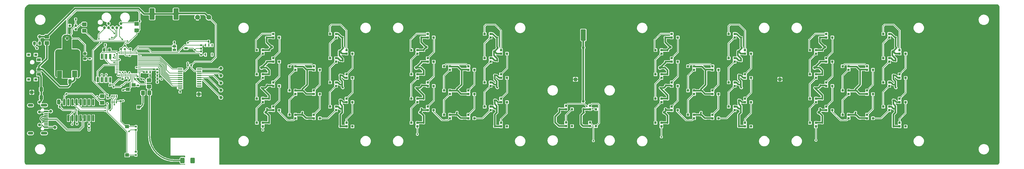
<source format=gbr>
%TF.GenerationSoftware,KiCad,Pcbnew,(6.0.0)*%
%TF.CreationDate,2023-01-06T22:04:12+00:00*%
%TF.ProjectId,masa,6d617361-2e6b-4696-9361-645f70636258,A*%
%TF.SameCoordinates,Original*%
%TF.FileFunction,Copper,L1,Top*%
%TF.FilePolarity,Positive*%
%FSLAX46Y46*%
G04 Gerber Fmt 4.6, Leading zero omitted, Abs format (unit mm)*
G04 Created by KiCad (PCBNEW (6.0.0)) date 2023-01-06 22:04:12*
%MOMM*%
%LPD*%
G01*
G04 APERTURE LIST*
G04 Aperture macros list*
%AMRoundRect*
0 Rectangle with rounded corners*
0 $1 Rounding radius*
0 $2 $3 $4 $5 $6 $7 $8 $9 X,Y pos of 4 corners*
0 Add a 4 corners polygon primitive as box body*
4,1,4,$2,$3,$4,$5,$6,$7,$8,$9,$2,$3,0*
0 Add four circle primitives for the rounded corners*
1,1,$1+$1,$2,$3*
1,1,$1+$1,$4,$5*
1,1,$1+$1,$6,$7*
1,1,$1+$1,$8,$9*
0 Add four rect primitives between the rounded corners*
20,1,$1+$1,$2,$3,$4,$5,0*
20,1,$1+$1,$4,$5,$6,$7,0*
20,1,$1+$1,$6,$7,$8,$9,0*
20,1,$1+$1,$8,$9,$2,$3,0*%
G04 Aperture macros list end*
%TA.AperFunction,SMDPad,CuDef*%
%ADD10RoundRect,0.140000X0.170000X-0.140000X0.170000X0.140000X-0.170000X0.140000X-0.170000X-0.140000X0*%
%TD*%
%TA.AperFunction,SMDPad,CuDef*%
%ADD11RoundRect,0.140000X-0.140000X-0.170000X0.140000X-0.170000X0.140000X0.170000X-0.140000X0.170000X0*%
%TD*%
%TA.AperFunction,SMDPad,CuDef*%
%ADD12RoundRect,0.250000X-0.450000X0.350000X-0.450000X-0.350000X0.450000X-0.350000X0.450000X0.350000X0*%
%TD*%
%TA.AperFunction,SMDPad,CuDef*%
%ADD13R,1.500000X2.000000*%
%TD*%
%TA.AperFunction,SMDPad,CuDef*%
%ADD14R,3.800000X2.000000*%
%TD*%
%TA.AperFunction,SMDPad,CuDef*%
%ADD15RoundRect,0.140000X0.140000X0.170000X-0.140000X0.170000X-0.140000X-0.170000X0.140000X-0.170000X0*%
%TD*%
%TA.AperFunction,SMDPad,CuDef*%
%ADD16R,0.700000X0.700000*%
%TD*%
%TA.AperFunction,SMDPad,CuDef*%
%ADD17RoundRect,0.140000X-0.170000X0.140000X-0.170000X-0.140000X0.170000X-0.140000X0.170000X0.140000X0*%
%TD*%
%TA.AperFunction,ComponentPad*%
%ADD18C,1.500000*%
%TD*%
%TA.AperFunction,SMDPad,CuDef*%
%ADD19RoundRect,0.218750X-0.218750X-0.256250X0.218750X-0.256250X0.218750X0.256250X-0.218750X0.256250X0*%
%TD*%
%TA.AperFunction,ComponentPad*%
%ADD20R,1.000000X1.000000*%
%TD*%
%TA.AperFunction,SMDPad,CuDef*%
%ADD21R,0.650000X1.650000*%
%TD*%
%TA.AperFunction,SMDPad,CuDef*%
%ADD22RoundRect,0.250000X-0.250000X-0.475000X0.250000X-0.475000X0.250000X0.475000X-0.250000X0.475000X0*%
%TD*%
%TA.AperFunction,SMDPad,CuDef*%
%ADD23RoundRect,0.135000X-0.135000X-0.185000X0.135000X-0.185000X0.135000X0.185000X-0.135000X0.185000X0*%
%TD*%
%TA.AperFunction,SMDPad,CuDef*%
%ADD24RoundRect,0.250000X0.400000X0.625000X-0.400000X0.625000X-0.400000X-0.625000X0.400000X-0.625000X0*%
%TD*%
%TA.AperFunction,SMDPad,CuDef*%
%ADD25RoundRect,0.135000X-0.185000X0.135000X-0.185000X-0.135000X0.185000X-0.135000X0.185000X0.135000X0*%
%TD*%
%TA.AperFunction,SMDPad,CuDef*%
%ADD26RoundRect,0.250000X-0.550000X1.500000X-0.550000X-1.500000X0.550000X-1.500000X0.550000X1.500000X0*%
%TD*%
%TA.AperFunction,ComponentPad*%
%ADD27C,1.000000*%
%TD*%
%TA.AperFunction,SMDPad,CuDef*%
%ADD28RoundRect,0.250000X0.550000X-1.500000X0.550000X1.500000X-0.550000X1.500000X-0.550000X-1.500000X0*%
%TD*%
%TA.AperFunction,SMDPad,CuDef*%
%ADD29RoundRect,0.135000X0.185000X-0.135000X0.185000X0.135000X-0.185000X0.135000X-0.185000X-0.135000X0*%
%TD*%
%TA.AperFunction,SMDPad,CuDef*%
%ADD30R,1.200000X1.000000*%
%TD*%
%TA.AperFunction,SMDPad,CuDef*%
%ADD31RoundRect,0.250000X-0.350000X-0.450000X0.350000X-0.450000X0.350000X0.450000X-0.350000X0.450000X0*%
%TD*%
%TA.AperFunction,SMDPad,CuDef*%
%ADD32RoundRect,0.150000X0.150000X-0.825000X0.150000X0.825000X-0.150000X0.825000X-0.150000X-0.825000X0*%
%TD*%
%TA.AperFunction,SMDPad,CuDef*%
%ADD33R,1.475000X0.450000*%
%TD*%
%TA.AperFunction,SMDPad,CuDef*%
%ADD34RoundRect,0.250000X0.450000X-0.350000X0.450000X0.350000X-0.450000X0.350000X-0.450000X-0.350000X0*%
%TD*%
%TA.AperFunction,SMDPad,CuDef*%
%ADD35RoundRect,0.250000X0.250000X0.475000X-0.250000X0.475000X-0.250000X-0.475000X0.250000X-0.475000X0*%
%TD*%
%TA.AperFunction,SMDPad,CuDef*%
%ADD36RoundRect,0.135000X0.135000X0.185000X-0.135000X0.185000X-0.135000X-0.185000X0.135000X-0.185000X0*%
%TD*%
%TA.AperFunction,SMDPad,CuDef*%
%ADD37R,0.400000X0.650000*%
%TD*%
%TA.AperFunction,SMDPad,CuDef*%
%ADD38R,1.100000X0.800000*%
%TD*%
%TA.AperFunction,SMDPad,CuDef*%
%ADD39RoundRect,0.147500X0.147500X0.172500X-0.147500X0.172500X-0.147500X-0.172500X0.147500X-0.172500X0*%
%TD*%
%TA.AperFunction,SMDPad,CuDef*%
%ADD40R,1.150000X1.000000*%
%TD*%
%TA.AperFunction,SMDPad,CuDef*%
%ADD41R,2.200000X1.050000*%
%TD*%
%TA.AperFunction,SMDPad,CuDef*%
%ADD42R,1.050000X1.050000*%
%TD*%
%TA.AperFunction,SMDPad,CuDef*%
%ADD43RoundRect,0.147500X0.172500X-0.147500X0.172500X0.147500X-0.172500X0.147500X-0.172500X-0.147500X0*%
%TD*%
%TA.AperFunction,SMDPad,CuDef*%
%ADD44R,0.850000X0.200000*%
%TD*%
%TA.AperFunction,SMDPad,CuDef*%
%ADD45R,0.200000X0.850000*%
%TD*%
%TA.AperFunction,SMDPad,CuDef*%
%ADD46R,4.050000X4.050000*%
%TD*%
%TA.AperFunction,SMDPad,CuDef*%
%ADD47R,0.450000X0.850000*%
%TD*%
%TA.AperFunction,SMDPad,CuDef*%
%ADD48R,2.400000X1.500000*%
%TD*%
%TA.AperFunction,SMDPad,CuDef*%
%ADD49R,1.160000X0.600000*%
%TD*%
%TA.AperFunction,SMDPad,CuDef*%
%ADD50R,1.160000X0.300000*%
%TD*%
%TA.AperFunction,ComponentPad*%
%ADD51O,2.000000X0.900000*%
%TD*%
%TA.AperFunction,ComponentPad*%
%ADD52O,1.700000X0.900000*%
%TD*%
%TA.AperFunction,SMDPad,CuDef*%
%ADD53C,0.863600*%
%TD*%
%TA.AperFunction,SMDPad,CuDef*%
%ADD54RoundRect,0.218750X0.256250X-0.218750X0.256250X0.218750X-0.256250X0.218750X-0.256250X-0.218750X0*%
%TD*%
%TA.AperFunction,SMDPad,CuDef*%
%ADD55R,1.250000X0.900000*%
%TD*%
%TA.AperFunction,SMDPad,CuDef*%
%ADD56R,0.900000X0.800000*%
%TD*%
%TA.AperFunction,ViaPad*%
%ADD57C,0.500000*%
%TD*%
%TA.AperFunction,ViaPad*%
%ADD58C,0.900000*%
%TD*%
%TA.AperFunction,ViaPad*%
%ADD59C,0.600000*%
%TD*%
%TA.AperFunction,Conductor*%
%ADD60C,0.200000*%
%TD*%
%TA.AperFunction,Conductor*%
%ADD61C,0.340000*%
%TD*%
%TA.AperFunction,Conductor*%
%ADD62C,0.250000*%
%TD*%
%TA.AperFunction,Conductor*%
%ADD63C,0.150000*%
%TD*%
%TA.AperFunction,Conductor*%
%ADD64C,0.500000*%
%TD*%
%TA.AperFunction,Conductor*%
%ADD65C,0.350000*%
%TD*%
%TA.AperFunction,Conductor*%
%ADD66C,0.300000*%
%TD*%
G04 APERTURE END LIST*
D10*
%TO.P,C52,1*%
%TO.N,+5V*%
X209500000Y-114680000D03*
%TO.P,C52,2*%
%TO.N,GND*%
X209500000Y-113720000D03*
%TD*%
D11*
%TO.P,C57,1*%
%TO.N,+5V*%
X210320000Y-132500000D03*
%TO.P,C57,2*%
%TO.N,GND*%
X211280000Y-132500000D03*
%TD*%
D12*
%TO.P,R13,1*%
%TO.N,Net-(J3-Pad1)*%
X99600000Y-106250000D03*
%TO.P,R13,2*%
%TO.N,+3V3*%
X99600000Y-108250000D03*
%TD*%
D13*
%TO.P,IC2,1,GND*%
%TO.N,GND*%
X75950000Y-121750000D03*
D14*
%TO.P,IC2,2,VO*%
%TO.N,+3V3*%
X78250000Y-115450000D03*
D13*
X78250000Y-121750000D03*
%TO.P,IC2,3,VI*%
%TO.N,/Connectors/VBUS*%
X80550000Y-121750000D03*
%TD*%
D11*
%TO.P,C100,1*%
%TO.N,+5V*%
X332820000Y-125100000D03*
%TO.P,C100,2*%
%TO.N,GND*%
X333780000Y-125100000D03*
%TD*%
D15*
%TO.P,C40,1*%
%TO.N,+5V*%
X139680000Y-132600000D03*
%TO.P,C40,2*%
%TO.N,GND*%
X138720000Y-132600000D03*
%TD*%
D16*
%TO.P,LED86,1,DO*%
%TO.N,Net-(LED69-Pad3)*%
X316585000Y-126850000D03*
%TO.P,LED86,2,GND*%
%TO.N,GND*%
X316585000Y-127950000D03*
%TO.P,LED86,3,DI*%
%TO.N,Net-(LED82-Pad1)*%
X318415000Y-127950000D03*
%TO.P,LED86,4,VDD*%
%TO.N,+5V*%
X318415000Y-126850000D03*
%TD*%
D17*
%TO.P,C50,1*%
%TO.N,+5V*%
X198000000Y-119420000D03*
%TO.P,C50,2*%
%TO.N,GND*%
X198000000Y-120380000D03*
%TD*%
D10*
%TO.P,C115,1*%
%TO.N,+5V*%
X236980000Y-137835000D03*
%TO.P,C115,2*%
%TO.N,GND*%
X236980000Y-136875000D03*
%TD*%
D15*
%TO.P,C116,1*%
%TO.N,+3V3*%
X80880000Y-104800000D03*
%TO.P,C116,2*%
%TO.N,GND*%
X79920000Y-104800000D03*
%TD*%
D11*
%TO.P,C107,1*%
%TO.N,+5V*%
X310320000Y-121800000D03*
%TO.P,C107,2*%
%TO.N,GND*%
X311280000Y-121800000D03*
%TD*%
D16*
%TO.P,LED50,1,DO*%
%TO.N,Net-(LED50-Pad1)*%
X259070000Y-129350000D03*
%TO.P,LED50,2,GND*%
%TO.N,GND*%
X259070000Y-130450000D03*
%TO.P,LED50,3,DI*%
%TO.N,Net-(LED45-Pad1)*%
X260900000Y-130450000D03*
%TO.P,LED50,4,VDD*%
%TO.N,+5V*%
X260900000Y-129350000D03*
%TD*%
D15*
%TO.P,C124,1*%
%TO.N,+3V3*%
X115400000Y-119050000D03*
%TO.P,C124,2*%
%TO.N,GND*%
X114440000Y-119050000D03*
%TD*%
D16*
%TO.P,LED91,1,DO*%
%TO.N,Net-(LED91-Pad1)*%
X233415000Y-132625000D03*
%TO.P,LED91,2,GND*%
%TO.N,GND*%
X233415000Y-131525000D03*
%TO.P,LED91,3,DI*%
%TO.N,Net-(LED90-Pad1)*%
X231585000Y-131525000D03*
%TO.P,LED91,4,VDD*%
%TO.N,+5V*%
X231585000Y-132625000D03*
%TD*%
D18*
%TO.P,J4,1,1*%
%TO.N,+5V*%
X121800000Y-104250000D03*
%TO.P,J4,2,2*%
%TO.N,GND*%
X118300000Y-104250000D03*
%TD*%
D11*
%TO.P,C99,1*%
%TO.N,+5V*%
X310320000Y-114400000D03*
%TO.P,C99,2*%
%TO.N,GND*%
X311280000Y-114400000D03*
%TD*%
%TO.P,C77,1*%
%TO.N,+5V*%
X262820000Y-114400000D03*
%TO.P,C77,2*%
%TO.N,GND*%
X263780000Y-114400000D03*
%TD*%
D19*
%TO.P,D3,1,K*%
%TO.N,Net-(D3-Pad1)*%
X68212500Y-112250000D03*
%TO.P,D3,2,A*%
%TO.N,+5V*%
X69787500Y-112250000D03*
%TD*%
D16*
%TO.P,LED35,1,DO*%
%TO.N,Net-(LED35-Pad1)*%
X203415000Y-127950000D03*
%TO.P,LED35,2,GND*%
%TO.N,GND*%
X203415000Y-126850000D03*
%TO.P,LED35,3,DI*%
%TO.N,Net-(LED30-Pad1)*%
X201585000Y-126850000D03*
%TO.P,LED35,4,VDD*%
%TO.N,+5V*%
X201585000Y-127950000D03*
%TD*%
D10*
%TO.P,C93,1*%
%TO.N,+5V*%
X322000000Y-135380000D03*
%TO.P,C93,2*%
%TO.N,GND*%
X322000000Y-134420000D03*
%TD*%
D11*
%TO.P,C88,1*%
%TO.N,+5V*%
X262820000Y-136800000D03*
%TO.P,C88,2*%
%TO.N,GND*%
X263780000Y-136800000D03*
%TD*%
D17*
%TO.P,C82,1*%
%TO.N,+5V*%
X273000000Y-134420000D03*
%TO.P,C82,2*%
%TO.N,GND*%
X273000000Y-135380000D03*
%TD*%
D20*
%TO.P,TP7,1,1*%
%TO.N,GND*%
X118750000Y-128000000D03*
%TD*%
D16*
%TO.P,LED29,1,DO*%
%TO.N,Net-(LED29-Pad1)*%
X190915000Y-125450000D03*
%TO.P,LED29,2,GND*%
%TO.N,GND*%
X190915000Y-124350000D03*
%TO.P,LED29,3,DI*%
%TO.N,Net-(LED24-Pad1)*%
X189085000Y-124350000D03*
%TO.P,LED29,4,VDD*%
%TO.N,+5V*%
X189085000Y-125450000D03*
%TD*%
%TO.P,LED71,1,DO*%
%TO.N,Net-(LED71-Pad1)*%
X335935000Y-130450000D03*
%TO.P,LED71,2,GND*%
%TO.N,GND*%
X335935000Y-129350000D03*
%TO.P,LED71,3,DI*%
%TO.N,Net-(LED71-Pad3)*%
X334105000Y-129350000D03*
%TO.P,LED71,4,VDD*%
%TO.N,+5V*%
X334105000Y-130450000D03*
%TD*%
D17*
%TO.P,C43,1*%
%TO.N,+5V*%
X150500000Y-126920000D03*
%TO.P,C43,2*%
%TO.N,GND*%
X150500000Y-127880000D03*
%TD*%
D21*
%TO.P,IC3,1,~{CS}*%
%TO.N,SPICS0*%
X91455000Y-116300000D03*
%TO.P,IC3,2,DO(IO1)*%
%TO.N,SPIQ*%
X90185000Y-116300000D03*
%TO.P,IC3,3,IO2*%
%TO.N,SPIWP*%
X88915000Y-116300000D03*
%TO.P,IC3,4,GND*%
%TO.N,GND*%
X87645000Y-116300000D03*
%TO.P,IC3,5,DI(IO0)*%
%TO.N,SPID*%
X87645000Y-123500000D03*
%TO.P,IC3,6,CLK*%
%TO.N,SPICLK*%
X88915000Y-123500000D03*
%TO.P,IC3,7,IO3*%
%TO.N,SPIHD*%
X90185000Y-123500000D03*
%TO.P,IC3,8,VCC*%
%TO.N,VDD_SPI*%
X91455000Y-123500000D03*
%TD*%
D16*
%TO.P,LED57,1,DO*%
%TO.N,Net-(LED57-Pad1)*%
X278415000Y-127950000D03*
%TO.P,LED57,2,GND*%
%TO.N,GND*%
X278415000Y-126850000D03*
%TO.P,LED57,3,DI*%
%TO.N,Net-(LED52-Pad1)*%
X276585000Y-126850000D03*
%TO.P,LED57,4,VDD*%
%TO.N,+5V*%
X276585000Y-127950000D03*
%TD*%
%TO.P,LED51,1,DO*%
%TO.N,Net-(LED51-Pad1)*%
X265915000Y-125450000D03*
%TO.P,LED51,2,GND*%
%TO.N,GND*%
X265915000Y-124350000D03*
%TO.P,LED51,3,DI*%
%TO.N,Net-(LED46-Pad1)*%
X264085000Y-124350000D03*
%TO.P,LED51,4,VDD*%
%TO.N,+5V*%
X264085000Y-125450000D03*
%TD*%
D22*
%TO.P,C45,1*%
%TO.N,Net-(C44-Pad1)*%
X70300000Y-129000000D03*
%TO.P,C45,2*%
%TO.N,GND*%
X72200000Y-129000000D03*
%TD*%
D23*
%TO.P,R2,1*%
%TO.N,Net-(D1-Pad1)*%
X90000000Y-112750000D03*
%TO.P,R2,2*%
%TO.N,GND*%
X91020000Y-112750000D03*
%TD*%
D16*
%TO.P,LED7,1,DO*%
%TO.N,Net-(LED7-Pad1)*%
X143415000Y-125450000D03*
%TO.P,LED7,2,GND*%
%TO.N,GND*%
X143415000Y-124350000D03*
%TO.P,LED7,3,DI*%
%TO.N,Net-(LED6-Pad1)*%
X141585000Y-124350000D03*
%TO.P,LED7,4,VDD*%
%TO.N,+5V*%
X141585000Y-125450000D03*
%TD*%
D10*
%TO.P,C80,1*%
%TO.N,+5V*%
X284700000Y-129880000D03*
%TO.P,C80,2*%
%TO.N,GND*%
X284700000Y-128920000D03*
%TD*%
D11*
%TO.P,C15,1*%
%TO.N,+3V3*%
X99140000Y-123350000D03*
%TO.P,C15,2*%
%TO.N,GND*%
X100100000Y-123350000D03*
%TD*%
D24*
%TO.P,AE1,1,FEED*%
%TO.N,unconnected-(AE1-Pad1)*%
X116800000Y-148500000D03*
%TO.P,AE1,2,PCB_Trace*%
%TO.N,Net-(AE1-Pad2)*%
X113700000Y-148500000D03*
%TD*%
D16*
%TO.P,LED44,1,DO*%
%TO.N,Net-(LED27-Pad3)*%
X213435000Y-122950000D03*
%TO.P,LED44,2,GND*%
%TO.N,GND*%
X213435000Y-121850000D03*
%TO.P,LED44,3,DI*%
%TO.N,Net-(LED40-Pad1)*%
X211605000Y-121850000D03*
%TO.P,LED44,4,VDD*%
%TO.N,+5V*%
X211605000Y-122950000D03*
%TD*%
D15*
%TO.P,C68,1*%
%TO.N,+5V*%
X262280000Y-125300000D03*
%TO.P,C68,2*%
%TO.N,GND*%
X261320000Y-125300000D03*
%TD*%
D25*
%TO.P,R1,1*%
%TO.N,Net-(R1-Pad1)*%
X85000000Y-137340000D03*
%TO.P,R1,2*%
%TO.N,+3V3*%
X85000000Y-138360000D03*
%TD*%
D16*
%TO.P,LED30,1,DO*%
%TO.N,Net-(LED30-Pad1)*%
X203415000Y-120450000D03*
%TO.P,LED30,2,GND*%
%TO.N,GND*%
X203415000Y-119350000D03*
%TO.P,LED30,3,DI*%
%TO.N,Net-(LED25-Pad1)*%
X201585000Y-119350000D03*
%TO.P,LED30,4,VDD*%
%TO.N,+5V*%
X201585000Y-120450000D03*
%TD*%
D10*
%TO.P,C5,1*%
%TO.N,Net-(C5-Pad1)*%
X95500000Y-126700000D03*
%TO.P,C5,2*%
%TO.N,GND*%
X95500000Y-125740000D03*
%TD*%
D26*
%TO.P,C119,1*%
%TO.N,+5V*%
X111700000Y-103200000D03*
%TO.P,C119,2*%
%TO.N,GND*%
X111700000Y-108600000D03*
%TD*%
D16*
%TO.P,LED92,1,DO*%
%TO.N,/LED_Array_Small_1/SIG_OUT*%
X233415000Y-137850000D03*
%TO.P,LED92,2,GND*%
%TO.N,GND*%
X233415000Y-136750000D03*
%TO.P,LED92,3,DI*%
%TO.N,Net-(LED91-Pad1)*%
X231585000Y-136750000D03*
%TO.P,LED92,4,VDD*%
%TO.N,+5V*%
X231585000Y-137850000D03*
%TD*%
D15*
%TO.P,C22,1*%
%TO.N,+5V*%
X139780000Y-125300000D03*
%TO.P,C22,2*%
%TO.N,GND*%
X138820000Y-125300000D03*
%TD*%
D16*
%TO.P,LED39,1,DO*%
%TO.N,Net-(LED39-Pad1)*%
X203415000Y-135450000D03*
%TO.P,LED39,2,GND*%
%TO.N,GND*%
X203415000Y-134350000D03*
%TO.P,LED39,3,DI*%
%TO.N,Net-(LED35-Pad1)*%
X201585000Y-134350000D03*
%TO.P,LED39,4,VDD*%
%TO.N,+5V*%
X201585000Y-135450000D03*
%TD*%
%TO.P,LED81,1,DO*%
%TO.N,Net-(LED81-Pad1)*%
X306570000Y-114350000D03*
%TO.P,LED81,2,GND*%
%TO.N,GND*%
X306570000Y-115450000D03*
%TO.P,LED81,3,DI*%
%TO.N,Net-(LED77-Pad1)*%
X308400000Y-115450000D03*
%TO.P,LED81,4,VDD*%
%TO.N,+5V*%
X308400000Y-114350000D03*
%TD*%
%TO.P,LED27,1,DO*%
%TO.N,Net-(LED27-Pad1)*%
X213435000Y-130450000D03*
%TO.P,LED27,2,GND*%
%TO.N,GND*%
X213435000Y-129350000D03*
%TO.P,LED27,3,DI*%
%TO.N,Net-(LED27-Pad3)*%
X211605000Y-129350000D03*
%TO.P,LED27,4,VDD*%
%TO.N,+5V*%
X211605000Y-130450000D03*
%TD*%
%TO.P,LED49,1,DO*%
%TO.N,Net-(LED49-Pad1)*%
X288435000Y-130450000D03*
%TO.P,LED49,2,GND*%
%TO.N,GND*%
X288435000Y-129350000D03*
%TO.P,LED49,3,DI*%
%TO.N,Net-(LED49-Pad3)*%
X286605000Y-129350000D03*
%TO.P,LED49,4,VDD*%
%TO.N,+5V*%
X286605000Y-130450000D03*
%TD*%
%TO.P,LED20,1,DO*%
%TO.N,Net-(LED20-Pad1)*%
X165935000Y-122950000D03*
%TO.P,LED20,2,GND*%
%TO.N,GND*%
X165935000Y-121850000D03*
%TO.P,LED20,3,DI*%
%TO.N,Net-(LED19-Pad1)*%
X164105000Y-121850000D03*
%TO.P,LED20,4,VDD*%
%TO.N,+5V*%
X164105000Y-122950000D03*
%TD*%
%TO.P,LED84,1,DO*%
%TO.N,Net-(LED84-Pad1)*%
X335935000Y-115450000D03*
%TO.P,LED84,2,GND*%
%TO.N,GND*%
X335935000Y-114350000D03*
%TO.P,LED84,3,DI*%
%TO.N,Net-(LED80-Pad1)*%
X334105000Y-114350000D03*
%TO.P,LED84,4,VDD*%
%TO.N,+5V*%
X334105000Y-115450000D03*
%TD*%
%TO.P,LED14,1,DO*%
%TO.N,Net-(LED14-Pad1)*%
X155915000Y-135450000D03*
%TO.P,LED14,2,GND*%
%TO.N,GND*%
X155915000Y-134350000D03*
%TO.P,LED14,3,DI*%
%TO.N,Net-(LED13-Pad1)*%
X154085000Y-134350000D03*
%TO.P,LED14,4,VDD*%
%TO.N,+5V*%
X154085000Y-135450000D03*
%TD*%
D10*
%TO.P,C92,1*%
%TO.N,+5V*%
X332900000Y-110500000D03*
%TO.P,C92,2*%
%TO.N,GND*%
X332900000Y-109540000D03*
%TD*%
D15*
%TO.P,C75,1*%
%TO.N,+5V*%
X284680000Y-137900000D03*
%TO.P,C75,2*%
%TO.N,GND*%
X283720000Y-137900000D03*
%TD*%
D16*
%TO.P,LED46,1,DO*%
%TO.N,Net-(LED46-Pad1)*%
X265915000Y-117950000D03*
%TO.P,LED46,2,GND*%
%TO.N,GND*%
X265915000Y-116850000D03*
%TO.P,LED46,3,DI*%
%TO.N,Net-(LED46-Pad3)*%
X264085000Y-116850000D03*
%TO.P,LED46,4,VDD*%
%TO.N,+5V*%
X264085000Y-117950000D03*
%TD*%
%TO.P,LED76,1,DO*%
%TO.N,/LED_Array_4/SIG_OUT*%
X335935000Y-137950000D03*
%TO.P,LED76,2,GND*%
%TO.N,GND*%
X335935000Y-136850000D03*
%TO.P,LED76,3,DI*%
%TO.N,Net-(LED71-Pad1)*%
X334105000Y-136850000D03*
%TO.P,LED76,4,VDD*%
%TO.N,+5V*%
X334105000Y-137950000D03*
%TD*%
%TO.P,LED89,1,DO*%
%TO.N,Net-(LED89-Pad1)*%
X240795000Y-137850000D03*
%TO.P,LED89,2,GND*%
%TO.N,GND*%
X240795000Y-136750000D03*
%TO.P,LED89,3,DI*%
%TO.N,/LED_Array_Small_1/SIG_IN*%
X238965000Y-136750000D03*
%TO.P,LED89,4,VDD*%
%TO.N,+5V*%
X238965000Y-137850000D03*
%TD*%
D10*
%TO.P,C20,1*%
%TO.N,GPIO0*%
X94700000Y-130100000D03*
%TO.P,C20,2*%
%TO.N,GND*%
X94700000Y-129140000D03*
%TD*%
D27*
%TO.P,TP1,1,1*%
%TO.N,/LED_Array_1/SIG_IN*%
X125500000Y-120000000D03*
%TD*%
D11*
%TO.P,C125,1*%
%TO.N,+5V*%
X116420000Y-119050000D03*
%TO.P,C125,2*%
%TO.N,GND*%
X117380000Y-119050000D03*
%TD*%
D20*
%TO.P,TP6,1,1*%
%TO.N,GND*%
X234500000Y-123400000D03*
%TD*%
D17*
%TO.P,C36,1*%
%TO.N,+5V*%
X150500000Y-134420000D03*
%TO.P,C36,2*%
%TO.N,GND*%
X150500000Y-135380000D03*
%TD*%
D28*
%TO.P,C118,1*%
%TO.N,+5V*%
X236900000Y-109700000D03*
%TO.P,C118,2*%
%TO.N,GND*%
X236900000Y-104300000D03*
%TD*%
D16*
%TO.P,LED42,1,DO*%
%TO.N,Net-(LED25-Pad3)*%
X194085000Y-126850000D03*
%TO.P,LED42,2,GND*%
%TO.N,GND*%
X194085000Y-127950000D03*
%TO.P,LED42,3,DI*%
%TO.N,Net-(LED38-Pad1)*%
X195915000Y-127950000D03*
%TO.P,LED42,4,VDD*%
%TO.N,+5V*%
X195915000Y-126850000D03*
%TD*%
%TO.P,LED75,1,DO*%
%TO.N,Net-(LED75-Pad1)*%
X329085000Y-116850000D03*
%TO.P,LED75,2,GND*%
%TO.N,GND*%
X329085000Y-117950000D03*
%TO.P,LED75,3,DI*%
%TO.N,Net-(LED70-Pad1)*%
X330915000Y-117950000D03*
%TO.P,LED75,4,VDD*%
%TO.N,+5V*%
X330915000Y-116850000D03*
%TD*%
D17*
%TO.P,C60,1*%
%TO.N,+5V*%
X198000000Y-134420000D03*
%TO.P,C60,2*%
%TO.N,GND*%
X198000000Y-135380000D03*
%TD*%
D29*
%TO.P,R8,1*%
%TO.N,+3V3*%
X99400000Y-139020000D03*
%TO.P,R8,2*%
%TO.N,GPIO0*%
X99400000Y-138000000D03*
%TD*%
D16*
%TO.P,LED23,1,DO*%
%TO.N,Net-(LED23-Pad1)*%
X184070000Y-136850000D03*
%TO.P,LED23,2,GND*%
%TO.N,GND*%
X184070000Y-137950000D03*
%TO.P,LED23,3,DI*%
%TO.N,/LED_Array_2/SIG_IN*%
X185900000Y-137950000D03*
%TO.P,LED23,4,VDD*%
%TO.N,+5V*%
X185900000Y-136850000D03*
%TD*%
D30*
%TO.P,S1,1,1*%
%TO.N,/Connectors/CHIP_PU*%
X96700000Y-146800000D03*
%TO.P,S1,2,2*%
%TO.N,GND*%
X89300000Y-146800000D03*
%TD*%
D16*
%TO.P,LED47,1,DO*%
%TO.N,Net-(LED47-Pad1)*%
X269085000Y-119350000D03*
%TO.P,LED47,2,GND*%
%TO.N,GND*%
X269085000Y-120450000D03*
%TO.P,LED47,3,DI*%
%TO.N,Net-(LED47-Pad3)*%
X270915000Y-120450000D03*
%TO.P,LED47,4,VDD*%
%TO.N,+5V*%
X270915000Y-119350000D03*
%TD*%
D20*
%TO.P,TP8,1,1*%
%TO.N,GND*%
X297300000Y-123400000D03*
%TD*%
D17*
%TO.P,C67,1*%
%TO.N,+5V*%
X198000000Y-126920000D03*
%TO.P,C67,2*%
%TO.N,GND*%
X198000000Y-127880000D03*
%TD*%
D15*
%TO.P,C18,1*%
%TO.N,VDD_SPI*%
X91430000Y-125200000D03*
%TO.P,C18,2*%
%TO.N,GND*%
X90470000Y-125200000D03*
%TD*%
D17*
%TO.P,C26,1*%
%TO.N,+5V*%
X150500000Y-119420000D03*
%TO.P,C26,2*%
%TO.N,GND*%
X150500000Y-120380000D03*
%TD*%
D15*
%TO.P,C17,1*%
%TO.N,+3V3*%
X97375000Y-123700000D03*
%TO.P,C17,2*%
%TO.N,GND*%
X96415000Y-123700000D03*
%TD*%
D11*
%TO.P,C66,1*%
%TO.N,+5V*%
X187820000Y-136800000D03*
%TO.P,C66,2*%
%TO.N,GND*%
X188780000Y-136800000D03*
%TD*%
D20*
%TO.P,TP4,1,1*%
%TO.N,GND*%
X67400000Y-127400000D03*
%TD*%
D16*
%TO.P,LED70,1,DO*%
%TO.N,Net-(LED70-Pad1)*%
X329085000Y-124350000D03*
%TO.P,LED70,2,GND*%
%TO.N,GND*%
X329085000Y-125450000D03*
%TO.P,LED70,3,DI*%
%TO.N,Net-(LED70-Pad3)*%
X330915000Y-125450000D03*
%TO.P,LED70,4,VDD*%
%TO.N,+5V*%
X330915000Y-124350000D03*
%TD*%
D10*
%TO.P,C25,1*%
%TO.N,+5V*%
X152000000Y-135380000D03*
%TO.P,C25,2*%
%TO.N,GND*%
X152000000Y-134420000D03*
%TD*%
D31*
%TO.P,R4,1*%
%TO.N,Net-(J1-Pad3)*%
X101545000Y-127600000D03*
%TO.P,R4,2*%
%TO.N,Net-(AE1-Pad2)*%
X103545000Y-127600000D03*
%TD*%
D32*
%TO.P,U1,1,GND*%
%TO.N,GND*%
X77395000Y-135405000D03*
%TO.P,U1,2,TXD*%
%TO.N,/Microcontroller/U0RXD*%
X78665000Y-135405000D03*
%TO.P,U1,3,RXD*%
%TO.N,/Microcontroller/U0TXD*%
X79935000Y-135405000D03*
%TO.P,U1,4,V3*%
%TO.N,+3V3*%
X81205000Y-135405000D03*
%TO.P,U1,5,UD+*%
%TO.N,/Connectors/USBDP*%
X82475000Y-135405000D03*
%TO.P,U1,6,UD-*%
%TO.N,/Connectors/USBDN*%
X83745000Y-135405000D03*
%TO.P,U1,7,~{RST}*%
%TO.N,Net-(R1-Pad1)*%
X85015000Y-135405000D03*
%TO.P,U1,8,NC*%
%TO.N,unconnected-(U1-Pad8)*%
X86285000Y-135405000D03*
%TO.P,U1,9,~{CTS}*%
%TO.N,unconnected-(U1-Pad9)*%
X86285000Y-130455000D03*
%TO.P,U1,10,~{DSR}*%
%TO.N,unconnected-(U1-Pad10)*%
X85015000Y-130455000D03*
%TO.P,U1,11,~{RI}*%
%TO.N,unconnected-(U1-Pad11)*%
X83745000Y-130455000D03*
%TO.P,U1,12,~{DCD}*%
%TO.N,unconnected-(U1-Pad12)*%
X82475000Y-130455000D03*
%TO.P,U1,13,~{DTR}*%
%TO.N,DTR*%
X81205000Y-130455000D03*
%TO.P,U1,14,~{RTS}*%
%TO.N,RTS*%
X79935000Y-130455000D03*
%TO.P,U1,15,R232*%
%TO.N,unconnected-(U1-Pad15)*%
X78665000Y-130455000D03*
%TO.P,U1,16,VCC*%
%TO.N,+3V3*%
X77395000Y-130455000D03*
%TD*%
D15*
%TO.P,C23,1*%
%TO.N,+5V*%
X139680000Y-118000000D03*
%TO.P,C23,2*%
%TO.N,GND*%
X138720000Y-118000000D03*
%TD*%
D26*
%TO.P,C120,1*%
%TO.N,+5V*%
X104400000Y-103200000D03*
%TO.P,C120,2*%
%TO.N,GND*%
X104400000Y-108600000D03*
%TD*%
D16*
%TO.P,LED77,1,DO*%
%TO.N,Net-(LED77-Pad1)*%
X306570000Y-121850000D03*
%TO.P,LED77,2,GND*%
%TO.N,GND*%
X306570000Y-122950000D03*
%TO.P,LED77,3,DI*%
%TO.N,Net-(LED72-Pad1)*%
X308400000Y-122950000D03*
%TO.P,LED77,4,VDD*%
%TO.N,+5V*%
X308400000Y-121850000D03*
%TD*%
%TO.P,LED79,1,DO*%
%TO.N,Net-(LED79-Pad1)*%
X325915000Y-127950000D03*
%TO.P,LED79,2,GND*%
%TO.N,GND*%
X325915000Y-126850000D03*
%TO.P,LED79,3,DI*%
%TO.N,Net-(LED74-Pad1)*%
X324085000Y-126850000D03*
%TO.P,LED79,4,VDD*%
%TO.N,+5V*%
X324085000Y-127950000D03*
%TD*%
D11*
%TO.P,C65,1*%
%TO.N,+5V*%
X187820000Y-129400000D03*
%TO.P,C65,2*%
%TO.N,GND*%
X188780000Y-129400000D03*
%TD*%
D15*
%TO.P,C4,1*%
%TO.N,+3V3*%
X105975000Y-122250000D03*
%TO.P,C4,2*%
%TO.N,GND*%
X105015000Y-122250000D03*
%TD*%
D29*
%TO.P,R12,1*%
%TO.N,+3V3*%
X119420000Y-113855000D03*
%TO.P,R12,2*%
%TO.N,/Microcontroller/SCL*%
X119420000Y-112835000D03*
%TD*%
D16*
%TO.P,LED16,1,DO*%
%TO.N,Net-(LED16-Pad1)*%
X159085000Y-124350000D03*
%TO.P,LED16,2,GND*%
%TO.N,GND*%
X159085000Y-125450000D03*
%TO.P,LED16,3,DI*%
%TO.N,Net-(LED15-Pad1)*%
X160915000Y-125450000D03*
%TO.P,LED16,4,VDD*%
%TO.N,+5V*%
X160915000Y-124350000D03*
%TD*%
D11*
%TO.P,C85,1*%
%TO.N,+5V*%
X262820000Y-121800000D03*
%TO.P,C85,2*%
%TO.N,GND*%
X263780000Y-121800000D03*
%TD*%
D10*
%TO.P,C81,1*%
%TO.N,+5V*%
X274500000Y-127880000D03*
%TO.P,C81,2*%
%TO.N,GND*%
X274500000Y-126920000D03*
%TD*%
D15*
%TO.P,C10,1*%
%TO.N,+3V3*%
X105975000Y-124250000D03*
%TO.P,C10,2*%
%TO.N,GND*%
X105015000Y-124250000D03*
%TD*%
D10*
%TO.P,C102,1*%
%TO.N,+5V*%
X332200000Y-129880000D03*
%TO.P,C102,2*%
%TO.N,GND*%
X332200000Y-128920000D03*
%TD*%
%TO.P,C70,1*%
%TO.N,+5V*%
X285400000Y-110500000D03*
%TO.P,C70,2*%
%TO.N,GND*%
X285400000Y-109540000D03*
%TD*%
D15*
%TO.P,C54,1*%
%TO.N,+5V*%
X209680000Y-122200000D03*
%TO.P,C54,2*%
%TO.N,GND*%
X208720000Y-122200000D03*
%TD*%
D16*
%TO.P,LED36,1,DO*%
%TO.N,Net-(LED36-Pad1)*%
X206585000Y-109350000D03*
%TO.P,LED36,2,GND*%
%TO.N,GND*%
X206585000Y-110450000D03*
%TO.P,LED36,3,DI*%
%TO.N,Net-(LED31-Pad1)*%
X208415000Y-110450000D03*
%TO.P,LED36,4,VDD*%
%TO.N,+5V*%
X208415000Y-109350000D03*
%TD*%
%TO.P,LED1,1,DO*%
%TO.N,Net-(LED1-Pad1)*%
X136570000Y-136850000D03*
%TO.P,LED1,2,GND*%
%TO.N,GND*%
X136570000Y-137950000D03*
%TO.P,LED1,3,DI*%
%TO.N,/LED_Array_1/SIG_IN*%
X138400000Y-137950000D03*
%TO.P,LED1,4,VDD*%
%TO.N,+5V*%
X138400000Y-136850000D03*
%TD*%
%TO.P,LED45,1,DO*%
%TO.N,Net-(LED45-Pad1)*%
X259070000Y-136850000D03*
%TO.P,LED45,2,GND*%
%TO.N,GND*%
X259070000Y-137950000D03*
%TO.P,LED45,3,DI*%
%TO.N,/LED_Array_3/SIG_IN*%
X260900000Y-137950000D03*
%TO.P,LED45,4,VDD*%
%TO.N,+5V*%
X260900000Y-136850000D03*
%TD*%
%TO.P,LED78,1,DO*%
%TO.N,Net-(LED78-Pad1)*%
X313415000Y-132950000D03*
%TO.P,LED78,2,GND*%
%TO.N,GND*%
X313415000Y-131850000D03*
%TO.P,LED78,3,DI*%
%TO.N,Net-(LED73-Pad1)*%
X311585000Y-131850000D03*
%TO.P,LED78,4,VDD*%
%TO.N,+5V*%
X311585000Y-132950000D03*
%TD*%
D17*
%TO.P,C11,1*%
%TO.N,Net-(C11-Pad1)*%
X104995000Y-120270000D03*
%TO.P,C11,2*%
%TO.N,GND*%
X104995000Y-121230000D03*
%TD*%
D16*
%TO.P,LED43,1,DO*%
%TO.N,Net-(LED26-Pad3)*%
X206585000Y-131850000D03*
%TO.P,LED43,2,GND*%
%TO.N,GND*%
X206585000Y-132950000D03*
%TO.P,LED43,3,DI*%
%TO.N,Net-(LED39-Pad1)*%
X208415000Y-132950000D03*
%TO.P,LED43,4,VDD*%
%TO.N,+5V*%
X208415000Y-131850000D03*
%TD*%
D10*
%TO.P,C16,1*%
%TO.N,+3V3*%
X97700000Y-114050000D03*
%TO.P,C16,2*%
%TO.N,GND*%
X97700000Y-113090000D03*
%TD*%
D11*
%TO.P,C32,1*%
%TO.N,+5V*%
X162820000Y-125100000D03*
%TO.P,C32,2*%
%TO.N,GND*%
X163780000Y-125100000D03*
%TD*%
D10*
%TO.P,C24,1*%
%TO.N,+5V*%
X162900000Y-110500000D03*
%TO.P,C24,2*%
%TO.N,GND*%
X162900000Y-109540000D03*
%TD*%
D17*
%TO.P,C72,1*%
%TO.N,+5V*%
X273000000Y-119420000D03*
%TO.P,C72,2*%
%TO.N,GND*%
X273000000Y-120380000D03*
%TD*%
D27*
%TO.P,TP9,1,1*%
%TO.N,/LED_Array_2/SIG_IN*%
X125500000Y-122250000D03*
%TD*%
D33*
%TO.P,IC5,1,A1*%
%TO.N,/Level Shifter/A1*%
X112962000Y-120225000D03*
%TO.P,IC5,2,VCCA*%
%TO.N,+3V3*%
X112962000Y-120875000D03*
%TO.P,IC5,3,A2*%
%TO.N,/Level Shifter/A2*%
X112962000Y-121525000D03*
%TO.P,IC5,4,A3*%
%TO.N,/Level Shifter/A3*%
X112962000Y-122175000D03*
%TO.P,IC5,5,A4*%
%TO.N,/Level Shifter/A4*%
X112962000Y-122825000D03*
%TO.P,IC5,6,A5*%
%TO.N,/Level Shifter/A5*%
X112962000Y-123475000D03*
%TO.P,IC5,7,A6*%
%TO.N,/Level Shifter/A6*%
X112962000Y-124125000D03*
%TO.P,IC5,8,A7*%
%TO.N,/Level Shifter/A7*%
X112962000Y-124775000D03*
%TO.P,IC5,9,A8*%
%TO.N,/Level Shifter/A8*%
X112962000Y-125425000D03*
%TO.P,IC5,10,OE*%
%TO.N,Net-(IC5-Pad10)*%
X112962000Y-126075000D03*
%TO.P,IC5,11,GND*%
%TO.N,GND*%
X118838000Y-126075000D03*
%TO.P,IC5,12,B8*%
%TO.N,/Level Shifter/B8*%
X118838000Y-125425000D03*
%TO.P,IC5,13,B7*%
%TO.N,/Level Shifter/B7*%
X118838000Y-124775000D03*
%TO.P,IC5,14,B6*%
%TO.N,/Level Shifter/B6*%
X118838000Y-124125000D03*
%TO.P,IC5,15,B5*%
%TO.N,/LED_Array_4/SIG_IN*%
X118838000Y-123475000D03*
%TO.P,IC5,16,B4*%
%TO.N,/LED_Array_3/SIG_IN*%
X118838000Y-122825000D03*
%TO.P,IC5,17,B3*%
%TO.N,/LED_Array_Small_1/SIG_IN*%
X118838000Y-122175000D03*
%TO.P,IC5,18,B2*%
%TO.N,/LED_Array_2/SIG_IN*%
X118838000Y-121525000D03*
%TO.P,IC5,19,VCCB*%
%TO.N,+5V*%
X118838000Y-120875000D03*
%TO.P,IC5,20,B1*%
%TO.N,/LED_Array_1/SIG_IN*%
X118838000Y-120225000D03*
%TD*%
D15*
%TO.P,C90,1*%
%TO.N,+5V*%
X309780000Y-125300000D03*
%TO.P,C90,2*%
%TO.N,GND*%
X308820000Y-125300000D03*
%TD*%
%TO.P,C98,1*%
%TO.N,+5V*%
X332180000Y-122200000D03*
%TO.P,C98,2*%
%TO.N,GND*%
X331220000Y-122200000D03*
%TD*%
D10*
%TO.P,C14,1*%
%TO.N,+3V3*%
X94800000Y-114050000D03*
%TO.P,C14,2*%
%TO.N,GND*%
X94800000Y-113090000D03*
%TD*%
D34*
%TO.P,R15,1*%
%TO.N,/Connectors/VBUS*%
X72000000Y-112200000D03*
%TO.P,R15,2*%
%TO.N,+5V*%
X72000000Y-110200000D03*
%TD*%
D10*
%TO.P,C59,1*%
%TO.N,+5V*%
X199500000Y-127880000D03*
%TO.P,C59,2*%
%TO.N,GND*%
X199500000Y-126920000D03*
%TD*%
D16*
%TO.P,LED56,1,DO*%
%TO.N,Net-(LED56-Pad1)*%
X265915000Y-132950000D03*
%TO.P,LED56,2,GND*%
%TO.N,GND*%
X265915000Y-131850000D03*
%TO.P,LED56,3,DI*%
%TO.N,Net-(LED51-Pad1)*%
X264085000Y-131850000D03*
%TO.P,LED56,4,VDD*%
%TO.N,+5V*%
X264085000Y-132950000D03*
%TD*%
D35*
%TO.P,C117,1*%
%TO.N,/Connectors/VBUS*%
X79100000Y-124100000D03*
%TO.P,C117,2*%
%TO.N,GND*%
X77200000Y-124100000D03*
%TD*%
%TO.P,C121,1*%
%TO.N,+3V3*%
X77350000Y-113050000D03*
%TO.P,C121,2*%
%TO.N,GND*%
X75450000Y-113050000D03*
%TD*%
D16*
%TO.P,LED9,1,DO*%
%TO.N,Net-(LED10-Pad3)*%
X146585000Y-134350000D03*
%TO.P,LED9,2,GND*%
%TO.N,GND*%
X146585000Y-135450000D03*
%TO.P,LED9,3,DI*%
%TO.N,Net-(LED8-Pad1)*%
X148415000Y-135450000D03*
%TO.P,LED9,4,VDD*%
%TO.N,+5V*%
X148415000Y-134350000D03*
%TD*%
D15*
%TO.P,C6,1*%
%TO.N,Net-(C6-Pad1)*%
X103755000Y-122150000D03*
%TO.P,C6,2*%
%TO.N,GND*%
X102795000Y-122150000D03*
%TD*%
D23*
%TO.P,R10,1*%
%TO.N,/Microcontroller/LIGHT_SIG*%
X111200000Y-111950000D03*
%TO.P,R10,2*%
%TO.N,GND*%
X112220000Y-111950000D03*
%TD*%
D15*
%TO.P,C86,1*%
%TO.N,+5V*%
X262180000Y-132600000D03*
%TO.P,C86,2*%
%TO.N,GND*%
X261220000Y-132600000D03*
%TD*%
D10*
%TO.P,C9,1*%
%TO.N,GND*%
X100085000Y-126280000D03*
%TO.P,C9,2*%
%TO.N,Net-(C9-Pad2)*%
X100085000Y-125320000D03*
%TD*%
D15*
%TO.P,C46,1*%
%TO.N,+5V*%
X187280000Y-125300000D03*
%TO.P,C46,2*%
%TO.N,GND*%
X186320000Y-125300000D03*
%TD*%
D27*
%TO.P,TP12,1,1*%
%TO.N,/LED_Array_4/SIG_IN*%
X125500000Y-129000000D03*
%TD*%
D15*
%TO.P,C27,1*%
%TO.N,+5V*%
X139580000Y-110500000D03*
%TO.P,C27,2*%
%TO.N,GND*%
X138620000Y-110500000D03*
%TD*%
D19*
%TO.P,D1,1,K*%
%TO.N,Net-(D1-Pad1)*%
X89675000Y-114250000D03*
%TO.P,D1,2,A*%
%TO.N,Net-(D1-Pad2)*%
X91250000Y-114250000D03*
%TD*%
D10*
%TO.P,C71,1*%
%TO.N,+5V*%
X274500000Y-135380000D03*
%TO.P,C71,2*%
%TO.N,GND*%
X274500000Y-134420000D03*
%TD*%
%TO.P,C114,1*%
%TO.N,+5V*%
X229580000Y-132555000D03*
%TO.P,C114,2*%
%TO.N,GND*%
X229580000Y-131595000D03*
%TD*%
%TO.P,C48,1*%
%TO.N,+5V*%
X210400000Y-110500000D03*
%TO.P,C48,2*%
%TO.N,GND*%
X210400000Y-109540000D03*
%TD*%
%TO.P,C96,1*%
%TO.N,+5V*%
X332000000Y-114680000D03*
%TO.P,C96,2*%
%TO.N,GND*%
X332000000Y-113720000D03*
%TD*%
D36*
%TO.P,R17,1*%
%TO.N,GND*%
X114010000Y-127250000D03*
%TO.P,R17,2*%
%TO.N,Net-(IC5-Pad10)*%
X112990000Y-127250000D03*
%TD*%
D11*
%TO.P,C39,1*%
%TO.N,+5V*%
X140320000Y-121800000D03*
%TO.P,C39,2*%
%TO.N,GND*%
X141280000Y-121800000D03*
%TD*%
%TO.P,C31,1*%
%TO.N,+5V*%
X140320000Y-114400000D03*
%TO.P,C31,2*%
%TO.N,GND*%
X141280000Y-114400000D03*
%TD*%
D27*
%TO.P,TP3,1,1*%
%TO.N,+5V*%
X69800000Y-110200000D03*
%TD*%
D16*
%TO.P,LED22,1,DO*%
%TO.N,/LED_Array_1/SIG_OUT*%
X165935000Y-137950000D03*
%TO.P,LED22,2,GND*%
%TO.N,GND*%
X165935000Y-136850000D03*
%TO.P,LED22,3,DI*%
%TO.N,Net-(LED21-Pad1)*%
X164105000Y-136850000D03*
%TO.P,LED22,4,VDD*%
%TO.N,+5V*%
X164105000Y-137950000D03*
%TD*%
%TO.P,LED55,1,DO*%
%TO.N,Net-(LED55-Pad1)*%
X259070000Y-121850000D03*
%TO.P,LED55,2,GND*%
%TO.N,GND*%
X259070000Y-122950000D03*
%TO.P,LED55,3,DI*%
%TO.N,Net-(LED50-Pad1)*%
X260900000Y-122950000D03*
%TO.P,LED55,4,VDD*%
%TO.N,+5V*%
X260900000Y-121850000D03*
%TD*%
D15*
%TO.P,C73,1*%
%TO.N,+5V*%
X262080000Y-110500000D03*
%TO.P,C73,2*%
%TO.N,GND*%
X261120000Y-110500000D03*
%TD*%
%TO.P,C76,1*%
%TO.N,+5V*%
X284680000Y-122200000D03*
%TO.P,C76,2*%
%TO.N,GND*%
X283720000Y-122200000D03*
%TD*%
D16*
%TO.P,LED5,1,DO*%
%TO.N,Net-(LED5-Pad1)*%
X143415000Y-110450000D03*
%TO.P,LED5,2,GND*%
%TO.N,GND*%
X143415000Y-109350000D03*
%TO.P,LED5,3,DI*%
%TO.N,Net-(LED4-Pad1)*%
X141585000Y-109350000D03*
%TO.P,LED5,4,VDD*%
%TO.N,+5V*%
X141585000Y-110450000D03*
%TD*%
D10*
%TO.P,C58,1*%
%TO.N,+5V*%
X209700000Y-129880000D03*
%TO.P,C58,2*%
%TO.N,GND*%
X209700000Y-128920000D03*
%TD*%
D11*
%TO.P,C78,1*%
%TO.N,+5V*%
X285320000Y-125100000D03*
%TO.P,C78,2*%
%TO.N,GND*%
X286280000Y-125100000D03*
%TD*%
%TO.P,C56,1*%
%TO.N,+5V*%
X210320000Y-125100000D03*
%TO.P,C56,2*%
%TO.N,GND*%
X211280000Y-125100000D03*
%TD*%
D16*
%TO.P,LED41,1,DO*%
%TO.N,Net-(LED24-Pad3)*%
X190915000Y-110450000D03*
%TO.P,LED41,2,GND*%
%TO.N,GND*%
X190915000Y-109350000D03*
%TO.P,LED41,3,DI*%
%TO.N,Net-(LED37-Pad1)*%
X189085000Y-109350000D03*
%TO.P,LED41,4,VDD*%
%TO.N,+5V*%
X189085000Y-110450000D03*
%TD*%
%TO.P,LED85,1,DO*%
%TO.N,Net-(LED68-Pad3)*%
X313415000Y-110450000D03*
%TO.P,LED85,2,GND*%
%TO.N,GND*%
X313415000Y-109350000D03*
%TO.P,LED85,3,DI*%
%TO.N,Net-(LED81-Pad1)*%
X311585000Y-109350000D03*
%TO.P,LED85,4,VDD*%
%TO.N,+5V*%
X311585000Y-110450000D03*
%TD*%
%TO.P,LED6,1,DO*%
%TO.N,Net-(LED6-Pad1)*%
X143415000Y-117950000D03*
%TO.P,LED6,2,GND*%
%TO.N,GND*%
X143415000Y-116850000D03*
%TO.P,LED6,3,DI*%
%TO.N,Net-(LED5-Pad1)*%
X141585000Y-116850000D03*
%TO.P,LED6,4,VDD*%
%TO.N,+5V*%
X141585000Y-117950000D03*
%TD*%
D11*
%TO.P,C101,1*%
%TO.N,+5V*%
X332820000Y-132500000D03*
%TO.P,C101,2*%
%TO.N,GND*%
X333780000Y-132500000D03*
%TD*%
D16*
%TO.P,LED65,1,DO*%
%TO.N,Net-(LED48-Pad3)*%
X281585000Y-131850000D03*
%TO.P,LED65,2,GND*%
%TO.N,GND*%
X281585000Y-132950000D03*
%TO.P,LED65,3,DI*%
%TO.N,Net-(LED61-Pad1)*%
X283415000Y-132950000D03*
%TO.P,LED65,4,VDD*%
%TO.N,+5V*%
X283415000Y-131850000D03*
%TD*%
%TO.P,LED33,1,DO*%
%TO.N,Net-(LED33-Pad1)*%
X184070000Y-121850000D03*
%TO.P,LED33,2,GND*%
%TO.N,GND*%
X184070000Y-122950000D03*
%TO.P,LED33,3,DI*%
%TO.N,Net-(LED28-Pad1)*%
X185900000Y-122950000D03*
%TO.P,LED33,4,VDD*%
%TO.N,+5V*%
X185900000Y-121850000D03*
%TD*%
%TO.P,LED59,1,DO*%
%TO.N,Net-(LED59-Pad1)*%
X259070000Y-114350000D03*
%TO.P,LED59,2,GND*%
%TO.N,GND*%
X259070000Y-115450000D03*
%TO.P,LED59,3,DI*%
%TO.N,Net-(LED55-Pad1)*%
X260900000Y-115450000D03*
%TO.P,LED59,4,VDD*%
%TO.N,+5V*%
X260900000Y-114350000D03*
%TD*%
D34*
%TO.P,R9,1*%
%TO.N,+3V3*%
X89000000Y-130620000D03*
%TO.P,R9,2*%
%TO.N,GPIO45*%
X89000000Y-128620000D03*
%TD*%
D16*
%TO.P,LED2,1,DO*%
%TO.N,Net-(LED2-Pad1)*%
X136570000Y-129350000D03*
%TO.P,LED2,2,GND*%
%TO.N,GND*%
X136570000Y-130450000D03*
%TO.P,LED2,3,DI*%
%TO.N,Net-(LED1-Pad1)*%
X138400000Y-130450000D03*
%TO.P,LED2,4,VDD*%
%TO.N,+5V*%
X138400000Y-129350000D03*
%TD*%
D35*
%TO.P,C3,1*%
%TO.N,+3V3*%
X75700000Y-130360000D03*
%TO.P,C3,2*%
%TO.N,GND*%
X73800000Y-130360000D03*
%TD*%
D25*
%TO.P,R7,1*%
%TO.N,+3V3*%
X96000000Y-113050000D03*
%TO.P,R7,2*%
%TO.N,GPIO18*%
X96000000Y-114070000D03*
%TD*%
D16*
%TO.P,LED67,1,DO*%
%TO.N,Net-(LED67-Pad1)*%
X306570000Y-136850000D03*
%TO.P,LED67,2,GND*%
%TO.N,GND*%
X306570000Y-137950000D03*
%TO.P,LED67,3,DI*%
%TO.N,/LED_Array_4/SIG_IN*%
X308400000Y-137950000D03*
%TO.P,LED67,4,VDD*%
%TO.N,+5V*%
X308400000Y-136850000D03*
%TD*%
%TO.P,LED34,1,DO*%
%TO.N,Net-(LED34-Pad1)*%
X190915000Y-132950000D03*
%TO.P,LED34,2,GND*%
%TO.N,GND*%
X190915000Y-131850000D03*
%TO.P,LED34,3,DI*%
%TO.N,Net-(LED29-Pad1)*%
X189085000Y-131850000D03*
%TO.P,LED34,4,VDD*%
%TO.N,+5V*%
X189085000Y-132950000D03*
%TD*%
%TO.P,LED32,1,DO*%
%TO.N,/LED_Array_2/SIG_OUT*%
X213435000Y-137950000D03*
%TO.P,LED32,2,GND*%
%TO.N,GND*%
X213435000Y-136850000D03*
%TO.P,LED32,3,DI*%
%TO.N,Net-(LED27-Pad1)*%
X211605000Y-136850000D03*
%TO.P,LED32,4,VDD*%
%TO.N,+5V*%
X211605000Y-137950000D03*
%TD*%
%TO.P,LED18,1,DO*%
%TO.N,Net-(LED18-Pad1)*%
X159085000Y-109350000D03*
%TO.P,LED18,2,GND*%
%TO.N,GND*%
X159085000Y-110450000D03*
%TO.P,LED18,3,DI*%
%TO.N,Net-(LED17-Pad1)*%
X160915000Y-110450000D03*
%TO.P,LED18,4,VDD*%
%TO.N,+5V*%
X160915000Y-109350000D03*
%TD*%
%TO.P,LED66,1,DO*%
%TO.N,Net-(LED49-Pad3)*%
X288435000Y-122950000D03*
%TO.P,LED66,2,GND*%
%TO.N,GND*%
X288435000Y-121850000D03*
%TO.P,LED66,3,DI*%
%TO.N,Net-(LED62-Pad1)*%
X286605000Y-121850000D03*
%TO.P,LED66,4,VDD*%
%TO.N,+5V*%
X286605000Y-122950000D03*
%TD*%
%TO.P,LED62,1,DO*%
%TO.N,Net-(LED62-Pad1)*%
X288435000Y-115450000D03*
%TO.P,LED62,2,GND*%
%TO.N,GND*%
X288435000Y-114350000D03*
%TO.P,LED62,3,DI*%
%TO.N,Net-(LED58-Pad1)*%
X286605000Y-114350000D03*
%TO.P,LED62,4,VDD*%
%TO.N,+5V*%
X286605000Y-115450000D03*
%TD*%
D30*
%TO.P,S2,1,1*%
%TO.N,GPIO0*%
X96700000Y-138000000D03*
%TO.P,S2,2,2*%
%TO.N,GND*%
X89300000Y-138000000D03*
%TD*%
D16*
%TO.P,LED40,1,DO*%
%TO.N,Net-(LED40-Pad1)*%
X213435000Y-115450000D03*
%TO.P,LED40,2,GND*%
%TO.N,GND*%
X213435000Y-114350000D03*
%TO.P,LED40,3,DI*%
%TO.N,Net-(LED36-Pad1)*%
X211605000Y-114350000D03*
%TO.P,LED40,4,VDD*%
%TO.N,+5V*%
X211605000Y-115450000D03*
%TD*%
%TO.P,LED37,1,DO*%
%TO.N,Net-(LED37-Pad1)*%
X184070000Y-114350000D03*
%TO.P,LED37,2,GND*%
%TO.N,GND*%
X184070000Y-115450000D03*
%TO.P,LED37,3,DI*%
%TO.N,Net-(LED33-Pad1)*%
X185900000Y-115450000D03*
%TO.P,LED37,4,VDD*%
%TO.N,+5V*%
X185900000Y-114350000D03*
%TD*%
D37*
%TO.P,Q1,1,E2*%
%TO.N,RTS*%
X92050000Y-130480000D03*
%TO.P,Q1,2,B2*%
%TO.N,DTR*%
X92700000Y-130480000D03*
%TO.P,Q1,3,C1*%
%TO.N,GPIO0*%
X93350000Y-130480000D03*
%TO.P,Q1,4,E1*%
%TO.N,DTR*%
X93350000Y-128580000D03*
%TO.P,Q1,5,B1*%
%TO.N,RTS*%
X92700000Y-128580000D03*
%TO.P,Q1,6,C2*%
%TO.N,/Connectors/CHIP_PU*%
X92050000Y-128580000D03*
%TD*%
D12*
%TO.P,R5,1*%
%TO.N,Net-(C6-Pad1)*%
X103395000Y-123650000D03*
%TO.P,R5,2*%
%TO.N,Net-(AE1-Pad2)*%
X103395000Y-125650000D03*
%TD*%
D11*
%TO.P,C83,1*%
%TO.N,+5V*%
X285420000Y-117600000D03*
%TO.P,C83,2*%
%TO.N,GND*%
X286380000Y-117600000D03*
%TD*%
D15*
%TO.P,C47,1*%
%TO.N,+5V*%
X187180000Y-118000000D03*
%TO.P,C47,2*%
%TO.N,GND*%
X186220000Y-118000000D03*
%TD*%
D16*
%TO.P,LED72,1,DO*%
%TO.N,Net-(LED72-Pad1)*%
X306570000Y-129350000D03*
%TO.P,LED72,2,GND*%
%TO.N,GND*%
X306570000Y-130450000D03*
%TO.P,LED72,3,DI*%
%TO.N,Net-(LED67-Pad1)*%
X308400000Y-130450000D03*
%TO.P,LED72,4,VDD*%
%TO.N,+5V*%
X308400000Y-129350000D03*
%TD*%
%TO.P,LED12,1,DO*%
%TO.N,Net-(LED12-Pad1)*%
X155915000Y-120450000D03*
%TO.P,LED12,2,GND*%
%TO.N,GND*%
X155915000Y-119350000D03*
%TO.P,LED12,3,DI*%
%TO.N,Net-(LED11-Pad1)*%
X154085000Y-119350000D03*
%TO.P,LED12,4,VDD*%
%TO.N,+5V*%
X154085000Y-120450000D03*
%TD*%
D10*
%TO.P,C84,1*%
%TO.N,+5V*%
X274500000Y-120360000D03*
%TO.P,C84,2*%
%TO.N,GND*%
X274500000Y-119400000D03*
%TD*%
D38*
%TO.P,Q2,1,E*%
%TO.N,/Microcontroller/LIGHT_SIG*%
X111225000Y-114300000D03*
%TO.P,Q2,2,E*%
X111225000Y-113200000D03*
%TO.P,Q2,3,C*%
%TO.N,+3V3*%
X114775000Y-113750000D03*
%TD*%
D23*
%TO.P,R16,1*%
%TO.N,Net-(D3-Pad1)*%
X68980000Y-113750000D03*
%TO.P,R16,2*%
%TO.N,GND*%
X70000000Y-113750000D03*
%TD*%
D16*
%TO.P,LED53,1,DO*%
%TO.N,Net-(LED53-Pad1)*%
X281585000Y-116850000D03*
%TO.P,LED53,2,GND*%
%TO.N,GND*%
X281585000Y-117950000D03*
%TO.P,LED53,3,DI*%
%TO.N,Net-(LED48-Pad1)*%
X283415000Y-117950000D03*
%TO.P,LED53,4,VDD*%
%TO.N,+5V*%
X283415000Y-116850000D03*
%TD*%
D39*
%TO.P,L1,1*%
%TO.N,Net-(C6-Pad1)*%
X103765000Y-121150000D03*
%TO.P,L1,2*%
%TO.N,Net-(C8-Pad1)*%
X102795000Y-121150000D03*
%TD*%
D15*
%TO.P,C29,1*%
%TO.N,+5V*%
X162180000Y-137900000D03*
%TO.P,C29,2*%
%TO.N,GND*%
X161220000Y-137900000D03*
%TD*%
%TO.P,C30,1*%
%TO.N,+5V*%
X162180000Y-122200000D03*
%TO.P,C30,2*%
%TO.N,GND*%
X161220000Y-122200000D03*
%TD*%
D27*
%TO.P,TP2,1,1*%
%TO.N,+3V3*%
X78250000Y-110750000D03*
%TD*%
D16*
%TO.P,LED26,1,DO*%
%TO.N,Net-(LED26-Pad1)*%
X206585000Y-124350000D03*
%TO.P,LED26,2,GND*%
%TO.N,GND*%
X206585000Y-125450000D03*
%TO.P,LED26,3,DI*%
%TO.N,Net-(LED26-Pad3)*%
X208415000Y-125450000D03*
%TO.P,LED26,4,VDD*%
%TO.N,+5V*%
X208415000Y-124350000D03*
%TD*%
D15*
%TO.P,C7,1*%
%TO.N,+3V3*%
X105975000Y-123250000D03*
%TO.P,C7,2*%
%TO.N,GND*%
X105015000Y-123250000D03*
%TD*%
D11*
%TO.P,C63,1*%
%TO.N,+5V*%
X187820000Y-121800000D03*
%TO.P,C63,2*%
%TO.N,GND*%
X188780000Y-121800000D03*
%TD*%
D16*
%TO.P,LED61,1,DO*%
%TO.N,Net-(LED61-Pad1)*%
X278415000Y-135450000D03*
%TO.P,LED61,2,GND*%
%TO.N,GND*%
X278415000Y-134350000D03*
%TO.P,LED61,3,DI*%
%TO.N,Net-(LED57-Pad1)*%
X276585000Y-134350000D03*
%TO.P,LED61,4,VDD*%
%TO.N,+5V*%
X276585000Y-135450000D03*
%TD*%
%TO.P,LED58,1,DO*%
%TO.N,Net-(LED58-Pad1)*%
X281585000Y-109350000D03*
%TO.P,LED58,2,GND*%
%TO.N,GND*%
X281585000Y-110450000D03*
%TO.P,LED58,3,DI*%
%TO.N,Net-(LED53-Pad1)*%
X283415000Y-110450000D03*
%TO.P,LED58,4,VDD*%
%TO.N,+5V*%
X283415000Y-109350000D03*
%TD*%
%TO.P,LED4,1,DO*%
%TO.N,Net-(LED4-Pad1)*%
X136570000Y-114350000D03*
%TO.P,LED4,2,GND*%
%TO.N,GND*%
X136570000Y-115450000D03*
%TO.P,LED4,3,DI*%
%TO.N,Net-(LED3-Pad1)*%
X138400000Y-115450000D03*
%TO.P,LED4,4,VDD*%
%TO.N,+5V*%
X138400000Y-114350000D03*
%TD*%
%TO.P,LED63,1,DO*%
%TO.N,Net-(LED46-Pad3)*%
X265915000Y-110450000D03*
%TO.P,LED63,2,GND*%
%TO.N,GND*%
X265915000Y-109350000D03*
%TO.P,LED63,3,DI*%
%TO.N,Net-(LED59-Pad1)*%
X264085000Y-109350000D03*
%TO.P,LED63,4,VDD*%
%TO.N,+5V*%
X264085000Y-110450000D03*
%TD*%
D11*
%TO.P,C109,1*%
%TO.N,+5V*%
X310320000Y-129400000D03*
%TO.P,C109,2*%
%TO.N,GND*%
X311280000Y-129400000D03*
%TD*%
D17*
%TO.P,C1,1*%
%TO.N,+3V3*%
X81250000Y-137140000D03*
%TO.P,C1,2*%
%TO.N,GND*%
X81250000Y-138100000D03*
%TD*%
D40*
%TO.P,Y1,1,1*%
%TO.N,Net-(C5-Pad1)*%
X96935000Y-126495000D03*
%TO.P,Y1,2,2*%
%TO.N,GND*%
X98685000Y-126495000D03*
%TO.P,Y1,3,3*%
%TO.N,Net-(C9-Pad2)*%
X98685000Y-125095000D03*
%TO.P,Y1,4,4*%
%TO.N,GND*%
X96935000Y-125095000D03*
%TD*%
D16*
%TO.P,LED68,1,DO*%
%TO.N,Net-(LED68-Pad1)*%
X313415000Y-117950000D03*
%TO.P,LED68,2,GND*%
%TO.N,GND*%
X313415000Y-116850000D03*
%TO.P,LED68,3,DI*%
%TO.N,Net-(LED68-Pad3)*%
X311585000Y-116850000D03*
%TO.P,LED68,4,VDD*%
%TO.N,+5V*%
X311585000Y-117950000D03*
%TD*%
D10*
%TO.P,C28,1*%
%TO.N,+5V*%
X162000000Y-114680000D03*
%TO.P,C28,2*%
%TO.N,GND*%
X162000000Y-113720000D03*
%TD*%
D16*
%TO.P,LED17,1,DO*%
%TO.N,Net-(LED17-Pad1)*%
X159085000Y-116850000D03*
%TO.P,LED17,2,GND*%
%TO.N,GND*%
X159085000Y-117950000D03*
%TO.P,LED17,3,DI*%
%TO.N,Net-(LED16-Pad1)*%
X160915000Y-117950000D03*
%TO.P,LED17,4,VDD*%
%TO.N,+5V*%
X160915000Y-116850000D03*
%TD*%
D11*
%TO.P,C110,1*%
%TO.N,+5V*%
X310320000Y-136800000D03*
%TO.P,C110,2*%
%TO.N,GND*%
X311280000Y-136800000D03*
%TD*%
D10*
%TO.P,C38,1*%
%TO.N,+5V*%
X152000000Y-120360000D03*
%TO.P,C38,2*%
%TO.N,GND*%
X152000000Y-119400000D03*
%TD*%
D16*
%TO.P,LED90,1,DO*%
%TO.N,Net-(LED90-Pad1)*%
X240795000Y-132625000D03*
%TO.P,LED90,2,GND*%
%TO.N,GND*%
X240795000Y-131525000D03*
%TO.P,LED90,3,DI*%
%TO.N,Net-(LED89-Pad1)*%
X238965000Y-131525000D03*
%TO.P,LED90,4,VDD*%
%TO.N,+5V*%
X238965000Y-132625000D03*
%TD*%
D11*
%TO.P,C61,1*%
%TO.N,+5V*%
X210420000Y-117600000D03*
%TO.P,C61,2*%
%TO.N,GND*%
X211380000Y-117600000D03*
%TD*%
D16*
%TO.P,LED10,1,DO*%
%TO.N,Net-(LED10-Pad1)*%
X146585000Y-126850000D03*
%TO.P,LED10,2,GND*%
%TO.N,GND*%
X146585000Y-127950000D03*
%TO.P,LED10,3,DI*%
%TO.N,Net-(LED10-Pad3)*%
X148415000Y-127950000D03*
%TO.P,LED10,4,VDD*%
%TO.N,+5V*%
X148415000Y-126850000D03*
%TD*%
D41*
%TO.P,J1,1,Ext*%
%TO.N,GND*%
X98725000Y-130525000D03*
%TO.P,J1,2,Ext*%
X98725000Y-133475000D03*
D42*
%TO.P,J1,3,In*%
%TO.N,Net-(J1-Pad3)*%
X100250000Y-132000000D03*
%TD*%
D16*
%TO.P,LED25,1,DO*%
%TO.N,Net-(LED25-Pad1)*%
X194085000Y-119350000D03*
%TO.P,LED25,2,GND*%
%TO.N,GND*%
X194085000Y-120450000D03*
%TO.P,LED25,3,DI*%
%TO.N,Net-(LED25-Pad3)*%
X195915000Y-120450000D03*
%TO.P,LED25,4,VDD*%
%TO.N,+5V*%
X195915000Y-119350000D03*
%TD*%
D10*
%TO.P,C62,1*%
%TO.N,+5V*%
X199500000Y-120360000D03*
%TO.P,C62,2*%
%TO.N,GND*%
X199500000Y-119400000D03*
%TD*%
D16*
%TO.P,LED54,1,DO*%
%TO.N,/LED_Array_3/SIG_OUT*%
X288435000Y-137950000D03*
%TO.P,LED54,2,GND*%
%TO.N,GND*%
X288435000Y-136850000D03*
%TO.P,LED54,3,DI*%
%TO.N,Net-(LED49-Pad1)*%
X286605000Y-136850000D03*
%TO.P,LED54,4,VDD*%
%TO.N,+5V*%
X286605000Y-137950000D03*
%TD*%
D17*
%TO.P,C94,1*%
%TO.N,+5V*%
X320500000Y-119420000D03*
%TO.P,C94,2*%
%TO.N,GND*%
X320500000Y-120380000D03*
%TD*%
D11*
%TO.P,C42,1*%
%TO.N,+5V*%
X140320000Y-136800000D03*
%TO.P,C42,2*%
%TO.N,GND*%
X141280000Y-136800000D03*
%TD*%
D16*
%TO.P,LED74,1,DO*%
%TO.N,Net-(LED74-Pad1)*%
X325915000Y-120450000D03*
%TO.P,LED74,2,GND*%
%TO.N,GND*%
X325915000Y-119350000D03*
%TO.P,LED74,3,DI*%
%TO.N,Net-(LED69-Pad1)*%
X324085000Y-119350000D03*
%TO.P,LED74,4,VDD*%
%TO.N,+5V*%
X324085000Y-120450000D03*
%TD*%
D15*
%TO.P,C91,1*%
%TO.N,+5V*%
X309680000Y-118000000D03*
%TO.P,C91,2*%
%TO.N,GND*%
X308720000Y-118000000D03*
%TD*%
D11*
%TO.P,C55,1*%
%TO.N,+5V*%
X187820000Y-114400000D03*
%TO.P,C55,2*%
%TO.N,GND*%
X188780000Y-114400000D03*
%TD*%
D43*
%TO.P,L2,1*%
%TO.N,+3V3*%
X105995000Y-121235000D03*
%TO.P,L2,2*%
%TO.N,Net-(C11-Pad1)*%
X105995000Y-120265000D03*
%TD*%
D10*
%TO.P,C113,1*%
%TO.N,+5V*%
X229580000Y-137835000D03*
%TO.P,C113,2*%
%TO.N,GND*%
X229580000Y-136875000D03*
%TD*%
%TO.P,C35,1*%
%TO.N,+5V*%
X152000000Y-127880000D03*
%TO.P,C35,2*%
%TO.N,GND*%
X152000000Y-126920000D03*
%TD*%
D16*
%TO.P,LED13,1,DO*%
%TO.N,Net-(LED13-Pad1)*%
X155915000Y-127950000D03*
%TO.P,LED13,2,GND*%
%TO.N,GND*%
X155915000Y-126850000D03*
%TO.P,LED13,3,DI*%
%TO.N,Net-(LED12-Pad1)*%
X154085000Y-126850000D03*
%TO.P,LED13,4,VDD*%
%TO.N,+5V*%
X154085000Y-127950000D03*
%TD*%
D17*
%TO.P,C12,1*%
%TO.N,+3V3*%
X101085000Y-123320000D03*
%TO.P,C12,2*%
%TO.N,GND*%
X101085000Y-124280000D03*
%TD*%
D44*
%TO.P,IC1,1,VDDA_1*%
%TO.N,+3V3*%
X100500000Y-121300000D03*
%TO.P,IC1,2,LNA_IN*%
%TO.N,Net-(C8-Pad1)*%
X100500000Y-120900000D03*
%TO.P,IC1,3,VDD3P3_1*%
%TO.N,Net-(C11-Pad1)*%
X100500000Y-120500000D03*
%TO.P,IC1,4,VDD3P3_2*%
X100500000Y-120100000D03*
%TO.P,IC1,5,GPIO0*%
%TO.N,GPIO0*%
X100500000Y-119700000D03*
%TO.P,IC1,6,GPIO1*%
%TO.N,/Level Shifter/A8*%
X100500000Y-119300000D03*
%TO.P,IC1,7,GPIO2*%
%TO.N,/Level Shifter/A7*%
X100500000Y-118900000D03*
%TO.P,IC1,8,GPIO3*%
%TO.N,/Level Shifter/A6*%
X100500000Y-118500000D03*
%TO.P,IC1,9,GPIO4*%
%TO.N,/Level Shifter/A5*%
X100500000Y-118100000D03*
%TO.P,IC1,10,GPIO5*%
%TO.N,/Level Shifter/A4*%
X100500000Y-117700000D03*
%TO.P,IC1,11,GPIO6*%
%TO.N,/Level Shifter/A3*%
X100500000Y-117300000D03*
%TO.P,IC1,12,GPIO7*%
%TO.N,/Level Shifter/A2*%
X100500000Y-116900000D03*
%TO.P,IC1,13,GPIO8*%
%TO.N,/Level Shifter/A1*%
X100500000Y-116500000D03*
%TO.P,IC1,14,GPIO9*%
%TO.N,unconnected-(IC1-Pad14)*%
X100500000Y-116100000D03*
D45*
%TO.P,IC1,15,GPIO10*%
%TO.N,/Microcontroller/SDA*%
X99650000Y-115250000D03*
%TO.P,IC1,16,GPIO11*%
%TO.N,/Microcontroller/SCL*%
X99250000Y-115250000D03*
%TO.P,IC1,17,GPIO12*%
%TO.N,/Microcontroller/LIGHT_SIG*%
X98850000Y-115250000D03*
%TO.P,IC1,18,GPIO13*%
%TO.N,unconnected-(IC1-Pad18)*%
X98450000Y-115250000D03*
%TO.P,IC1,19,GPIO14*%
%TO.N,unconnected-(IC1-Pad19)*%
X98050000Y-115250000D03*
%TO.P,IC1,20,VDD3P3_RTC*%
%TO.N,+3V3*%
X97650000Y-115250000D03*
%TO.P,IC1,21,XTAL_32K_P*%
%TO.N,GPIO15*%
X97250000Y-115250000D03*
%TO.P,IC1,22,XTAL_32K_N*%
%TO.N,GPIO16*%
X96850000Y-115250000D03*
%TO.P,IC1,23,DAC_1*%
%TO.N,GPIO17*%
X96450000Y-115250000D03*
%TO.P,IC1,24,DAC_2*%
%TO.N,GPIO18*%
X96050000Y-115250000D03*
%TO.P,IC1,25,GPIO19*%
%TO.N,unconnected-(IC1-Pad25)*%
X95650000Y-115250000D03*
%TO.P,IC1,26,GPIO20*%
%TO.N,unconnected-(IC1-Pad26)*%
X95250000Y-115250000D03*
%TO.P,IC1,27,VDD3P3_RTC_IO*%
%TO.N,+3V3*%
X94850000Y-115250000D03*
%TO.P,IC1,28,GPIO21*%
%TO.N,Net-(D1-Pad2)*%
X94450000Y-115250000D03*
D44*
%TO.P,IC1,29,SPICS1*%
%TO.N,unconnected-(IC1-Pad29)*%
X93600000Y-116100000D03*
%TO.P,IC1,30,VDD_SPI*%
%TO.N,VDD_SPI*%
X93600000Y-116500000D03*
%TO.P,IC1,31,SPIHD*%
%TO.N,SPIHD*%
X93600000Y-116900000D03*
%TO.P,IC1,32,SPIWP*%
%TO.N,SPIWP*%
X93600000Y-117300000D03*
%TO.P,IC1,33,SPICS0*%
%TO.N,SPICS0*%
X93600000Y-117700000D03*
%TO.P,IC1,34,SPICLK*%
%TO.N,SPICLK*%
X93600000Y-118100000D03*
%TO.P,IC1,35,SPIQ*%
%TO.N,SPIQ*%
X93600000Y-118500000D03*
%TO.P,IC1,36,SPID*%
%TO.N,SPID*%
X93600000Y-118900000D03*
%TO.P,IC1,37,GPIO33*%
%TO.N,unconnected-(IC1-Pad37)*%
X93600000Y-119300000D03*
%TO.P,IC1,38,GPIO34*%
%TO.N,unconnected-(IC1-Pad38)*%
X93600000Y-119700000D03*
%TO.P,IC1,39,GPIO35*%
%TO.N,unconnected-(IC1-Pad39)*%
X93600000Y-120100000D03*
%TO.P,IC1,40,GPIO36*%
%TO.N,unconnected-(IC1-Pad40)*%
X93600000Y-120500000D03*
%TO.P,IC1,41,GPIO37*%
%TO.N,unconnected-(IC1-Pad41)*%
X93600000Y-120900000D03*
%TO.P,IC1,42,GPIO38*%
%TO.N,unconnected-(IC1-Pad42)*%
X93600000Y-121300000D03*
D45*
%TO.P,IC1,43,MTCK*%
%TO.N,/Connectors/MTCK*%
X94450000Y-122150000D03*
%TO.P,IC1,44,MTD0*%
%TO.N,/Connectors/MTDO*%
X94850000Y-122150000D03*
%TO.P,IC1,45,VDD3P3_CPU*%
%TO.N,+3V3*%
X95250000Y-122150000D03*
%TO.P,IC1,46,MTDI*%
%TO.N,/Connectors/MTDI*%
X95650000Y-122150000D03*
%TO.P,IC1,47,MTMS*%
%TO.N,/Connectors/MTMS*%
X96050000Y-122150000D03*
%TO.P,IC1,48,U0TXD*%
%TO.N,/Microcontroller/U0TXD*%
X96450000Y-122150000D03*
%TO.P,IC1,49,U0RXD*%
%TO.N,/Microcontroller/U0RXD*%
X96850000Y-122150000D03*
%TO.P,IC1,50,GPIO45*%
%TO.N,GPIO45*%
X97250000Y-122150000D03*
%TO.P,IC1,51,VDDA_2*%
%TO.N,+3V3*%
X97650000Y-122150000D03*
%TO.P,IC1,52,XTAL_N*%
%TO.N,Net-(C5-Pad1)*%
X98050000Y-122150000D03*
%TO.P,IC1,53,XTAL_P*%
%TO.N,Net-(C9-Pad2)*%
X98450000Y-122150000D03*
%TO.P,IC1,54,VDDA_3*%
%TO.N,+3V3*%
X98850000Y-122150000D03*
%TO.P,IC1,55,GPIO46*%
%TO.N,unconnected-(IC1-Pad55)*%
X99250000Y-122150000D03*
%TO.P,IC1,56,CHIP_PU*%
%TO.N,/Connectors/CHIP_PU*%
X99650000Y-122150000D03*
D46*
%TO.P,IC1,57,GND*%
%TO.N,GND*%
X97050000Y-118700000D03*
%TD*%
D16*
%TO.P,LED28,1,DO*%
%TO.N,Net-(LED28-Pad1)*%
X184070000Y-129350000D03*
%TO.P,LED28,2,GND*%
%TO.N,GND*%
X184070000Y-130450000D03*
%TO.P,LED28,3,DI*%
%TO.N,Net-(LED23-Pad1)*%
X185900000Y-130450000D03*
%TO.P,LED28,4,VDD*%
%TO.N,+5V*%
X185900000Y-129350000D03*
%TD*%
D22*
%TO.P,C122,1*%
%TO.N,+3V3*%
X79000000Y-113050000D03*
%TO.P,C122,2*%
%TO.N,GND*%
X80900000Y-113050000D03*
%TD*%
D16*
%TO.P,LED31,1,DO*%
%TO.N,Net-(LED31-Pad1)*%
X206585000Y-116850000D03*
%TO.P,LED31,2,GND*%
%TO.N,GND*%
X206585000Y-117950000D03*
%TO.P,LED31,3,DI*%
%TO.N,Net-(LED26-Pad1)*%
X208415000Y-117950000D03*
%TO.P,LED31,4,VDD*%
%TO.N,+5V*%
X208415000Y-116850000D03*
%TD*%
D11*
%TO.P,C79,1*%
%TO.N,+5V*%
X285320000Y-132500000D03*
%TO.P,C79,2*%
%TO.N,GND*%
X286280000Y-132500000D03*
%TD*%
D16*
%TO.P,LED52,1,DO*%
%TO.N,Net-(LED52-Pad1)*%
X278415000Y-120450000D03*
%TO.P,LED52,2,GND*%
%TO.N,GND*%
X278415000Y-119350000D03*
%TO.P,LED52,3,DI*%
%TO.N,Net-(LED47-Pad1)*%
X276585000Y-119350000D03*
%TO.P,LED52,4,VDD*%
%TO.N,+5V*%
X276585000Y-120450000D03*
%TD*%
D25*
%TO.P,R11,1*%
%TO.N,+3V3*%
X119420000Y-114825000D03*
%TO.P,R11,2*%
%TO.N,/Microcontroller/SDA*%
X119420000Y-115845000D03*
%TD*%
%TO.P,R6,1*%
%TO.N,+3V3*%
X99400000Y-145790000D03*
%TO.P,R6,2*%
%TO.N,/Connectors/CHIP_PU*%
X99400000Y-146810000D03*
%TD*%
D15*
%TO.P,C108,1*%
%TO.N,+5V*%
X309680000Y-132600000D03*
%TO.P,C108,2*%
%TO.N,GND*%
X308720000Y-132600000D03*
%TD*%
D29*
%TO.P,R3,1*%
%TO.N,Net-(D2-Pad1)*%
X85250000Y-117010000D03*
%TO.P,R3,2*%
%TO.N,GND*%
X85250000Y-115990000D03*
%TD*%
D16*
%TO.P,LED15,1,DO*%
%TO.N,Net-(LED15-Pad1)*%
X159085000Y-131850000D03*
%TO.P,LED15,2,GND*%
%TO.N,GND*%
X159085000Y-132950000D03*
%TO.P,LED15,3,DI*%
%TO.N,Net-(LED14-Pad1)*%
X160915000Y-132950000D03*
%TO.P,LED15,4,VDD*%
%TO.N,+5V*%
X160915000Y-131850000D03*
%TD*%
%TO.P,LED80,1,DO*%
%TO.N,Net-(LED80-Pad1)*%
X329085000Y-109350000D03*
%TO.P,LED80,2,GND*%
%TO.N,GND*%
X329085000Y-110450000D03*
%TO.P,LED80,3,DI*%
%TO.N,Net-(LED75-Pad1)*%
X330915000Y-110450000D03*
%TO.P,LED80,4,VDD*%
%TO.N,+5V*%
X330915000Y-109350000D03*
%TD*%
D47*
%TO.P,IC4,1,SDA*%
%TO.N,/Microcontroller/SDA*%
X120800000Y-115750000D03*
%TO.P,IC4,2,VSS*%
%TO.N,GND*%
X121800000Y-115750000D03*
%TO.P,IC4,3,NC_1*%
%TO.N,unconnected-(IC4-Pad3)*%
X122800000Y-115750000D03*
%TO.P,IC4,4,NC_2*%
%TO.N,unconnected-(IC4-Pad4)*%
X122800000Y-112850000D03*
%TO.P,IC4,5,VDD*%
%TO.N,+3V3*%
X121800000Y-112850000D03*
%TO.P,IC4,6,SCL*%
%TO.N,/Microcontroller/SCL*%
X120800000Y-112850000D03*
D48*
%TO.P,IC4,7,EP*%
%TO.N,GND*%
X121800000Y-114300000D03*
%TD*%
D16*
%TO.P,LED69,1,DO*%
%TO.N,Net-(LED69-Pad1)*%
X316585000Y-119350000D03*
%TO.P,LED69,2,GND*%
%TO.N,GND*%
X316585000Y-120450000D03*
%TO.P,LED69,3,DI*%
%TO.N,Net-(LED69-Pad3)*%
X318415000Y-120450000D03*
%TO.P,LED69,4,VDD*%
%TO.N,+5V*%
X318415000Y-119350000D03*
%TD*%
%TO.P,LED11,1,DO*%
%TO.N,Net-(LED11-Pad1)*%
X146585000Y-119350000D03*
%TO.P,LED11,2,GND*%
%TO.N,GND*%
X146585000Y-120450000D03*
%TO.P,LED11,3,DI*%
%TO.N,Net-(LED10-Pad1)*%
X148415000Y-120450000D03*
%TO.P,LED11,4,VDD*%
%TO.N,+5V*%
X148415000Y-119350000D03*
%TD*%
D10*
%TO.P,C103,1*%
%TO.N,+5V*%
X322000000Y-127880000D03*
%TO.P,C103,2*%
%TO.N,GND*%
X322000000Y-126920000D03*
%TD*%
D16*
%TO.P,LED73,1,DO*%
%TO.N,Net-(LED73-Pad1)*%
X313415000Y-125450000D03*
%TO.P,LED73,2,GND*%
%TO.N,GND*%
X313415000Y-124350000D03*
%TO.P,LED73,3,DI*%
%TO.N,Net-(LED68-Pad1)*%
X311585000Y-124350000D03*
%TO.P,LED73,4,VDD*%
%TO.N,+5V*%
X311585000Y-125450000D03*
%TD*%
D17*
%TO.P,C13,1*%
%TO.N,+3V3*%
X95300000Y-123370000D03*
%TO.P,C13,2*%
%TO.N,GND*%
X95300000Y-124330000D03*
%TD*%
D16*
%TO.P,LED48,1,DO*%
%TO.N,Net-(LED48-Pad1)*%
X281585000Y-124350000D03*
%TO.P,LED48,2,GND*%
%TO.N,GND*%
X281585000Y-125450000D03*
%TO.P,LED48,3,DI*%
%TO.N,Net-(LED48-Pad3)*%
X283415000Y-125450000D03*
%TO.P,LED48,4,VDD*%
%TO.N,+5V*%
X283415000Y-124350000D03*
%TD*%
D11*
%TO.P,C105,1*%
%TO.N,+5V*%
X332920000Y-117600000D03*
%TO.P,C105,2*%
%TO.N,GND*%
X333880000Y-117600000D03*
%TD*%
D10*
%TO.P,C74,1*%
%TO.N,+5V*%
X284500000Y-114680000D03*
%TO.P,C74,2*%
%TO.N,GND*%
X284500000Y-113720000D03*
%TD*%
D27*
%TO.P,TP11,1,1*%
%TO.N,/LED_Array_3/SIG_IN*%
X125500000Y-126750000D03*
%TD*%
D15*
%TO.P,C2,1*%
%TO.N,+3V3*%
X75980000Y-131860000D03*
%TO.P,C2,2*%
%TO.N,GND*%
X75020000Y-131860000D03*
%TD*%
D11*
%TO.P,C41,1*%
%TO.N,+5V*%
X140320000Y-129400000D03*
%TO.P,C41,2*%
%TO.N,GND*%
X141280000Y-129400000D03*
%TD*%
D16*
%TO.P,LED24,1,DO*%
%TO.N,Net-(LED24-Pad1)*%
X190915000Y-117950000D03*
%TO.P,LED24,2,GND*%
%TO.N,GND*%
X190915000Y-116850000D03*
%TO.P,LED24,3,DI*%
%TO.N,Net-(LED24-Pad3)*%
X189085000Y-116850000D03*
%TO.P,LED24,4,VDD*%
%TO.N,+5V*%
X189085000Y-117950000D03*
%TD*%
D17*
%TO.P,C19,1*%
%TO.N,/Connectors/CHIP_PU*%
X90700000Y-129140000D03*
%TO.P,C19,2*%
%TO.N,GND*%
X90700000Y-130100000D03*
%TD*%
D49*
%TO.P,J2,A1,GND*%
%TO.N,GND*%
X71750000Y-132550000D03*
%TO.P,J2,A4,VBUS*%
%TO.N,Net-(C44-Pad1)*%
X71760000Y-133350000D03*
D50*
%TO.P,J2,A5,CC1*%
%TO.N,unconnected-(J2-PadA5)*%
X71760000Y-134500000D03*
%TO.P,J2,A6,D+*%
%TO.N,/Connectors/USBDP*%
X71760000Y-135500000D03*
%TO.P,J2,A7,D-*%
%TO.N,/Connectors/USBDN*%
X71760000Y-136000000D03*
%TO.P,J2,A8,SBU1*%
%TO.N,unconnected-(J2-PadA8)*%
X71760000Y-137000000D03*
D49*
%TO.P,J2,A9,VBUS*%
%TO.N,Net-(C44-Pad1)*%
X71760000Y-138150000D03*
%TO.P,J2,B1,GND*%
%TO.N,GND*%
X71760000Y-138950000D03*
%TO.P,J2,B4,VBUS*%
%TO.N,Net-(C44-Pad1)*%
X71760000Y-138150000D03*
D50*
%TO.P,J2,B5,CC2*%
%TO.N,unconnected-(J2-PadB5)*%
X71760000Y-137500000D03*
%TO.P,J2,B6,D+*%
%TO.N,/Connectors/USBDP*%
X71760000Y-136500000D03*
%TO.P,J2,B7,D-*%
%TO.N,/Connectors/USBDN*%
X71760000Y-135000000D03*
%TO.P,J2,B8,SBU2*%
%TO.N,unconnected-(J2-PadB8)*%
X71760000Y-134000000D03*
D49*
%TO.P,J2,B9,VBUS*%
%TO.N,Net-(C44-Pad1)*%
X71760000Y-133350000D03*
D51*
%TO.P,J2,S1,SHIELD*%
%TO.N,unconnected-(J2-PadS1)*%
X71180000Y-131430000D03*
D52*
X67010000Y-140070000D03*
D51*
X71180000Y-140070000D03*
D52*
X67010000Y-131430000D03*
%TD*%
D16*
%TO.P,LED38,1,DO*%
%TO.N,Net-(LED38-Pad1)*%
X194085000Y-134350000D03*
%TO.P,LED38,2,GND*%
%TO.N,GND*%
X194085000Y-135450000D03*
%TO.P,LED38,3,DI*%
%TO.N,Net-(LED34-Pad1)*%
X195915000Y-135450000D03*
%TO.P,LED38,4,VDD*%
%TO.N,+5V*%
X195915000Y-134350000D03*
%TD*%
%TO.P,LED93,1,DO*%
%TO.N,unconnected-(LED93-Pad1)*%
X79070000Y-106800000D03*
%TO.P,LED93,2,GND*%
%TO.N,GND*%
X79070000Y-107900000D03*
%TO.P,LED93,3,DI*%
%TO.N,Net-(LED93-Pad3)*%
X80900000Y-107900000D03*
%TO.P,LED93,4,VDD*%
%TO.N,+3V3*%
X80900000Y-106800000D03*
%TD*%
D11*
%TO.P,C33,1*%
%TO.N,+5V*%
X162820000Y-132500000D03*
%TO.P,C33,2*%
%TO.N,GND*%
X163780000Y-132500000D03*
%TD*%
D16*
%TO.P,LED8,1,DO*%
%TO.N,Net-(LED8-Pad1)*%
X143415000Y-132950000D03*
%TO.P,LED8,2,GND*%
%TO.N,GND*%
X143415000Y-131850000D03*
%TO.P,LED8,3,DI*%
%TO.N,Net-(LED7-Pad1)*%
X141585000Y-131850000D03*
%TO.P,LED8,4,VDD*%
%TO.N,+5V*%
X141585000Y-132950000D03*
%TD*%
D53*
%TO.P,J3,1,VTref*%
%TO.N,Net-(J3-Pad1)*%
X94787500Y-106125000D03*
%TO.P,J3,2,SWDIO/TMS*%
%TO.N,/Connectors/MTMS*%
X94787500Y-107395000D03*
%TO.P,J3,3,GND*%
%TO.N,GND*%
X93517500Y-106125000D03*
%TO.P,J3,4,SWDCLK/TCK*%
%TO.N,/Connectors/MTCK*%
X93517500Y-107395000D03*
%TO.P,J3,5,GND*%
%TO.N,GND*%
X92247500Y-106125000D03*
%TO.P,J3,6,SWO/TDO*%
%TO.N,/Connectors/MTDO*%
X92247500Y-107395000D03*
%TO.P,J3,7,KEY*%
%TO.N,unconnected-(J3-Pad7)*%
X90977500Y-106125000D03*
%TO.P,J3,8,NC/TDI*%
%TO.N,/Connectors/MTDI*%
X90977500Y-107395000D03*
%TO.P,J3,9,GNDDetect*%
%TO.N,GND*%
X89707500Y-106125000D03*
%TO.P,J3,10,~{RESET}*%
%TO.N,/Connectors/CHIP_PU*%
X89707500Y-107395000D03*
%TD*%
D11*
%TO.P,C87,1*%
%TO.N,+5V*%
X262820000Y-129400000D03*
%TO.P,C87,2*%
%TO.N,GND*%
X263780000Y-129400000D03*
%TD*%
D17*
%TO.P,C89,1*%
%TO.N,+5V*%
X273000000Y-126920000D03*
%TO.P,C89,2*%
%TO.N,GND*%
X273000000Y-127880000D03*
%TD*%
D15*
%TO.P,C97,1*%
%TO.N,+5V*%
X332180000Y-137900000D03*
%TO.P,C97,2*%
%TO.N,GND*%
X331220000Y-137900000D03*
%TD*%
%TO.P,C53,1*%
%TO.N,+5V*%
X209680000Y-137900000D03*
%TO.P,C53,2*%
%TO.N,GND*%
X208720000Y-137900000D03*
%TD*%
%TO.P,C95,1*%
%TO.N,+5V*%
X309580000Y-110500000D03*
%TO.P,C95,2*%
%TO.N,GND*%
X308620000Y-110500000D03*
%TD*%
D16*
%TO.P,LED60,1,DO*%
%TO.N,Net-(LED60-Pad1)*%
X269085000Y-134350000D03*
%TO.P,LED60,2,GND*%
%TO.N,GND*%
X269085000Y-135450000D03*
%TO.P,LED60,3,DI*%
%TO.N,Net-(LED56-Pad1)*%
X270915000Y-135450000D03*
%TO.P,LED60,4,VDD*%
%TO.N,+5V*%
X270915000Y-134350000D03*
%TD*%
%TO.P,LED83,1,DO*%
%TO.N,Net-(LED83-Pad1)*%
X325915000Y-135450000D03*
%TO.P,LED83,2,GND*%
%TO.N,GND*%
X325915000Y-134350000D03*
%TO.P,LED83,3,DI*%
%TO.N,Net-(LED79-Pad1)*%
X324085000Y-134350000D03*
%TO.P,LED83,4,VDD*%
%TO.N,+5V*%
X324085000Y-135450000D03*
%TD*%
%TO.P,LED3,1,DO*%
%TO.N,Net-(LED3-Pad1)*%
X136570000Y-121850000D03*
%TO.P,LED3,2,GND*%
%TO.N,GND*%
X136570000Y-122950000D03*
%TO.P,LED3,3,DI*%
%TO.N,Net-(LED2-Pad1)*%
X138400000Y-122950000D03*
%TO.P,LED3,4,VDD*%
%TO.N,+5V*%
X138400000Y-121850000D03*
%TD*%
%TO.P,LED64,1,DO*%
%TO.N,Net-(LED47-Pad3)*%
X269085000Y-126850000D03*
%TO.P,LED64,2,GND*%
%TO.N,GND*%
X269085000Y-127950000D03*
%TO.P,LED64,3,DI*%
%TO.N,Net-(LED60-Pad1)*%
X270915000Y-127950000D03*
%TO.P,LED64,4,VDD*%
%TO.N,+5V*%
X270915000Y-126850000D03*
%TD*%
%TO.P,LED21,1,DO*%
%TO.N,Net-(LED21-Pad1)*%
X165935000Y-130450000D03*
%TO.P,LED21,2,GND*%
%TO.N,GND*%
X165935000Y-129350000D03*
%TO.P,LED21,3,DI*%
%TO.N,Net-(LED20-Pad1)*%
X164105000Y-129350000D03*
%TO.P,LED21,4,VDD*%
%TO.N,+5V*%
X164105000Y-130450000D03*
%TD*%
D15*
%TO.P,C69,1*%
%TO.N,+5V*%
X262180000Y-118000000D03*
%TO.P,C69,2*%
%TO.N,GND*%
X261220000Y-118000000D03*
%TD*%
D16*
%TO.P,LED82,1,DO*%
%TO.N,Net-(LED82-Pad1)*%
X316585000Y-134350000D03*
%TO.P,LED82,2,GND*%
%TO.N,GND*%
X316585000Y-135450000D03*
%TO.P,LED82,3,DI*%
%TO.N,Net-(LED78-Pad1)*%
X318415000Y-135450000D03*
%TO.P,LED82,4,VDD*%
%TO.N,+5V*%
X318415000Y-134350000D03*
%TD*%
D10*
%TO.P,C112,1*%
%TO.N,+5V*%
X236980000Y-132555000D03*
%TO.P,C112,2*%
%TO.N,GND*%
X236980000Y-131595000D03*
%TD*%
D11*
%TO.P,C37,1*%
%TO.N,+5V*%
X162920000Y-117600000D03*
%TO.P,C37,2*%
%TO.N,GND*%
X163880000Y-117600000D03*
%TD*%
D15*
%TO.P,C51,1*%
%TO.N,+5V*%
X187080000Y-110500000D03*
%TO.P,C51,2*%
%TO.N,GND*%
X186120000Y-110500000D03*
%TD*%
D22*
%TO.P,C44,1*%
%TO.N,Net-(C44-Pad1)*%
X70300000Y-126500000D03*
%TO.P,C44,2*%
%TO.N,GND*%
X72200000Y-126500000D03*
%TD*%
D16*
%TO.P,LED19,1,DO*%
%TO.N,Net-(LED19-Pad1)*%
X165935000Y-115450000D03*
%TO.P,LED19,2,GND*%
%TO.N,GND*%
X165935000Y-114350000D03*
%TO.P,LED19,3,DI*%
%TO.N,Net-(LED18-Pad1)*%
X164105000Y-114350000D03*
%TO.P,LED19,4,VDD*%
%TO.N,+5V*%
X164105000Y-115450000D03*
%TD*%
%TO.P,LED87,1,DO*%
%TO.N,Net-(LED70-Pad3)*%
X329085000Y-131850000D03*
%TO.P,LED87,2,GND*%
%TO.N,GND*%
X329085000Y-132950000D03*
%TO.P,LED87,3,DI*%
%TO.N,Net-(LED83-Pad1)*%
X330915000Y-132950000D03*
%TO.P,LED87,4,VDD*%
%TO.N,+5V*%
X330915000Y-131850000D03*
%TD*%
D17*
%TO.P,C104,1*%
%TO.N,+5V*%
X320500000Y-134420000D03*
%TO.P,C104,2*%
%TO.N,GND*%
X320500000Y-135380000D03*
%TD*%
D10*
%TO.P,C106,1*%
%TO.N,+5V*%
X322000000Y-120360000D03*
%TO.P,C106,2*%
%TO.N,GND*%
X322000000Y-119400000D03*
%TD*%
%TO.P,C34,1*%
%TO.N,+5V*%
X162200000Y-129880000D03*
%TO.P,C34,2*%
%TO.N,GND*%
X162200000Y-128920000D03*
%TD*%
D54*
%TO.P,D2,1,K*%
%TO.N,Net-(D2-Pad1)*%
X83750000Y-117037500D03*
%TO.P,D2,2,A*%
%TO.N,+3V3*%
X83750000Y-115462500D03*
%TD*%
D27*
%TO.P,TP5,1,1*%
%TO.N,Net-(C44-Pad1)*%
X74500000Y-138250000D03*
%TD*%
D34*
%TO.P,R14,1*%
%TO.N,GPIO18*%
X83500000Y-108400000D03*
%TO.P,R14,2*%
%TO.N,Net-(LED93-Pad3)*%
X83500000Y-106400000D03*
%TD*%
D16*
%TO.P,LED88,1,DO*%
%TO.N,Net-(LED71-Pad3)*%
X335935000Y-122950000D03*
%TO.P,LED88,2,GND*%
%TO.N,GND*%
X335935000Y-121850000D03*
%TO.P,LED88,3,DI*%
%TO.N,Net-(LED84-Pad1)*%
X334105000Y-121850000D03*
%TO.P,LED88,4,VDD*%
%TO.N,+5V*%
X334105000Y-122950000D03*
%TD*%
D17*
%TO.P,C111,1*%
%TO.N,+5V*%
X320500000Y-126920000D03*
%TO.P,C111,2*%
%TO.N,GND*%
X320500000Y-127880000D03*
%TD*%
D11*
%TO.P,C21,1*%
%TO.N,+3V3*%
X121760000Y-111635000D03*
%TO.P,C21,2*%
%TO.N,GND*%
X122720000Y-111635000D03*
%TD*%
D10*
%TO.P,C49,1*%
%TO.N,+5V*%
X199500000Y-135380000D03*
%TO.P,C49,2*%
%TO.N,GND*%
X199500000Y-134420000D03*
%TD*%
D17*
%TO.P,C8,1*%
%TO.N,Net-(C8-Pad1)*%
X101795000Y-121120000D03*
%TO.P,C8,2*%
%TO.N,GND*%
X101795000Y-122080000D03*
%TD*%
D27*
%TO.P,TP10,1,1*%
%TO.N,/LED_Array_Small_1/SIG_IN*%
X125500000Y-124500000D03*
%TD*%
D15*
%TO.P,C64,1*%
%TO.N,+5V*%
X187180000Y-132600000D03*
%TO.P,C64,2*%
%TO.N,GND*%
X186220000Y-132600000D03*
%TD*%
D55*
%TO.P,S3,1,A*%
%TO.N,Net-(C44-Pad1)*%
X69600000Y-121850000D03*
%TO.P,S3,2,B*%
%TO.N,/Connectors/VBUS*%
X69600000Y-120350000D03*
%TO.P,S3,3,C*%
%TO.N,unconnected-(S3-Pad3)*%
X69600000Y-117350000D03*
D56*
%TO.P,S3,MP1,MP1*%
%TO.N,unconnected-(S3-PadMP1)*%
X66425000Y-123400000D03*
%TO.P,S3,MP2,MP2*%
%TO.N,unconnected-(S3-PadMP2)*%
X68625000Y-123400000D03*
%TO.P,S3,MP3,MP3*%
%TO.N,unconnected-(S3-PadMP3)*%
X68625000Y-115800000D03*
%TO.P,S3,MP4,MP4*%
%TO.N,unconnected-(S3-PadMP4)*%
X66425000Y-115800000D03*
%TD*%
D57*
%TO.N,VDD_SPI*%
X92095000Y-125100000D03*
X92750000Y-115800000D03*
%TO.N,GPIO0*%
X99500000Y-119750000D03*
X95500000Y-130000000D03*
D58*
%TO.N,Net-(C44-Pad1)*%
X69730480Y-133519520D03*
X73250000Y-133250000D03*
X69750000Y-130500000D03*
X69750000Y-137500000D03*
D57*
%TO.N,GPIO18*%
X96862025Y-111541522D03*
X97489253Y-116069856D03*
%TO.N,/Microcontroller/U0TXD*%
X79800000Y-137300000D03*
X96194478Y-122996542D03*
%TO.N,/Microcontroller/U0RXD*%
X80100000Y-133500000D03*
X96995000Y-123000000D03*
%TO.N,SPIWP*%
X93596138Y-115584215D03*
X94318138Y-117328576D03*
%TO.N,SPICLK*%
X92650000Y-118200000D03*
X88950000Y-121900000D03*
%TO.N,SPIHD*%
X92550000Y-116700000D03*
X90250000Y-121900000D03*
%TO.N,+3V3*%
X107295000Y-123350000D03*
D59*
X92550000Y-125750000D03*
D57*
X117500000Y-114250000D03*
D59*
X100572813Y-105435277D03*
D57*
X81000000Y-132850000D03*
X101785000Y-123400000D03*
D59*
X115375000Y-112125000D03*
D57*
X85000000Y-139100000D03*
D59*
X78050000Y-127900000D03*
D57*
X115300000Y-118350000D03*
X97250000Y-139500000D03*
%TO.N,GND*%
X102800000Y-141300000D03*
X104300000Y-135700000D03*
X102800000Y-140600000D03*
X158200000Y-111400000D03*
X105000000Y-143350000D03*
X316500000Y-129000000D03*
X102800000Y-132900000D03*
X212400000Y-117700000D03*
X320500000Y-121200000D03*
X146400000Y-121400000D03*
X200500000Y-127000000D03*
X264700000Y-114400000D03*
X331100000Y-129000000D03*
X109300000Y-149000000D03*
X189700000Y-136800000D03*
X267000000Y-131800000D03*
X166900000Y-121100000D03*
X335100000Y-132500000D03*
X146400000Y-128900000D03*
X331200000Y-121200000D03*
X193200000Y-134600000D03*
X289600000Y-129400000D03*
X104300000Y-139900000D03*
X205700000Y-125200000D03*
X108500000Y-146950000D03*
X102800000Y-131500000D03*
X108700000Y-114000000D03*
X240800000Y-135900000D03*
X105000000Y-114000000D03*
X107900000Y-148600000D03*
X104300000Y-135000000D03*
X230000000Y-135700000D03*
X104650000Y-142700000D03*
X190900000Y-108400000D03*
X191900000Y-131800000D03*
X261600000Y-131600000D03*
X94200000Y-124300000D03*
X104450000Y-142000000D03*
X261200000Y-117200000D03*
X94518553Y-126818553D03*
X186600000Y-131600000D03*
X197000000Y-128000000D03*
X152900000Y-126900000D03*
X104300000Y-132900000D03*
X273000000Y-121500000D03*
X191800000Y-116900000D03*
X306500000Y-139000000D03*
X142000000Y-129400000D03*
X306600000Y-123800000D03*
X161600000Y-112800000D03*
X328200000Y-111400000D03*
X315300000Y-134600000D03*
X102800000Y-137800000D03*
X149500000Y-128000000D03*
X194000000Y-121300000D03*
X266100000Y-123400000D03*
X204300000Y-134400000D03*
X91750000Y-112750000D03*
X258900000Y-131300000D03*
X91200000Y-131500000D03*
X143400000Y-108400000D03*
X189700000Y-114400000D03*
X209100000Y-108100000D03*
X284800000Y-127800000D03*
X102800000Y-137100000D03*
X234400000Y-131700000D03*
X287300000Y-125100000D03*
X104300000Y-128700000D03*
X104300000Y-137800000D03*
X157000000Y-127000000D03*
X308800000Y-111400000D03*
X258700000Y-116500000D03*
X212250000Y-132500000D03*
X115600000Y-114600000D03*
X327000000Y-134500000D03*
X102800000Y-132200000D03*
X104300000Y-140600000D03*
X323000000Y-127000000D03*
X111300000Y-147750000D03*
X139100000Y-131600000D03*
X284100000Y-112800000D03*
X209800000Y-127800000D03*
X102800000Y-130100000D03*
X104300000Y-136400000D03*
X144300000Y-116900000D03*
X312100000Y-121800000D03*
X313400000Y-108400000D03*
X280500000Y-132750000D03*
X104300000Y-137100000D03*
X104050000Y-145400000D03*
X104300000Y-131500000D03*
X92900000Y-104850000D03*
X327000000Y-127000000D03*
X328700000Y-119100000D03*
X320500000Y-136500000D03*
X104300000Y-139200000D03*
X102800000Y-130800000D03*
X186400000Y-124400000D03*
X111400000Y-149250000D03*
X312200000Y-114400000D03*
X194000000Y-128900000D03*
X336750000Y-129500000D03*
X112100000Y-149250000D03*
X278400000Y-118200000D03*
X102800000Y-134300000D03*
X334900000Y-117700000D03*
X328200000Y-125200000D03*
X104300000Y-132200000D03*
X71000000Y-113750000D03*
X264600000Y-121800000D03*
X155900000Y-118200000D03*
X101500000Y-114600000D03*
X320900000Y-129000000D03*
X213500000Y-135700000D03*
X212300000Y-125100000D03*
X191100000Y-123400000D03*
X104300000Y-141300000D03*
X107250000Y-146200000D03*
X166000000Y-135700000D03*
X284100000Y-108100000D03*
X272900000Y-128700000D03*
X273000000Y-136300000D03*
X165100000Y-132600000D03*
X85250000Y-115250000D03*
X158200000Y-125200000D03*
X279500000Y-127000000D03*
X112000000Y-147750000D03*
X266800000Y-116900000D03*
X331600000Y-108100000D03*
X153100000Y-134600000D03*
X136600000Y-123800000D03*
X208700000Y-121200000D03*
X336900000Y-121100000D03*
X109900000Y-147500000D03*
X214600000Y-136900000D03*
X268900000Y-128900000D03*
X101850000Y-124400000D03*
X102800000Y-139200000D03*
X104450000Y-146000000D03*
X264500000Y-129400000D03*
X105950000Y-108900000D03*
X334800000Y-125100000D03*
X183900000Y-131300000D03*
X97000000Y-118800000D03*
X269000000Y-121500000D03*
X205800000Y-132900000D03*
X107200000Y-148300000D03*
X186300000Y-111400000D03*
X264700000Y-136800000D03*
X138900000Y-124400000D03*
X158300000Y-132900000D03*
X104300000Y-138500000D03*
X136500000Y-139000000D03*
X143600000Y-123400000D03*
X275500000Y-134500000D03*
X105400000Y-147050000D03*
X280700000Y-111400000D03*
X93000000Y-114000000D03*
X95900000Y-128500000D03*
X99200000Y-112600000D03*
X198000000Y-136300000D03*
X189500000Y-129400000D03*
X198000000Y-121200000D03*
X259000000Y-139000000D03*
X150500000Y-121200000D03*
X306400000Y-131300000D03*
X110700000Y-149250000D03*
X287400000Y-117700000D03*
X110000000Y-149150000D03*
X200500000Y-119500000D03*
X336000000Y-135750000D03*
X184100000Y-123800000D03*
X102800000Y-129400000D03*
X330800000Y-136300000D03*
X107850000Y-146600000D03*
X316400000Y-121400000D03*
X265900000Y-108400000D03*
X283700000Y-121200000D03*
X312000000Y-129400000D03*
X200500000Y-134500000D03*
X101000000Y-122400000D03*
X308900000Y-124400000D03*
X331600000Y-112800000D03*
X275500000Y-119500000D03*
X288300000Y-112800000D03*
X204500000Y-127000000D03*
X136200000Y-116500000D03*
X164900000Y-117700000D03*
X102800000Y-135000000D03*
X109200000Y-147250000D03*
X288500000Y-135700000D03*
X161600000Y-108100000D03*
X102800000Y-133600000D03*
X138700000Y-117200000D03*
X104300000Y-130100000D03*
X183700000Y-116500000D03*
X206200000Y-119100000D03*
X332300000Y-127800000D03*
X328000000Y-132750000D03*
X287600000Y-132600000D03*
X153000000Y-119500000D03*
X142100000Y-121800000D03*
X317500000Y-135000000D03*
X108600000Y-148850000D03*
X313600000Y-123400000D03*
X186200000Y-117200000D03*
X156800000Y-134400000D03*
X214500000Y-129250000D03*
X229600000Y-130800000D03*
X147500000Y-135000000D03*
X279500000Y-134500000D03*
X102800000Y-135700000D03*
X104300000Y-134300000D03*
X100900000Y-126200000D03*
X106200000Y-145200000D03*
X320600000Y-122000000D03*
X104300000Y-133600000D03*
X261400000Y-124400000D03*
X312200000Y-136800000D03*
X102800000Y-136400000D03*
X239900000Y-131700000D03*
X113250000Y-108900000D03*
X167100000Y-129400000D03*
X102850000Y-142000000D03*
X106700000Y-145700000D03*
X314600000Y-131800000D03*
X103350000Y-144100000D03*
X205700000Y-111400000D03*
X306200000Y-116500000D03*
X281200000Y-119100000D03*
X259100000Y-123800000D03*
X184000000Y-139000000D03*
X102800000Y-128700000D03*
X105950000Y-147550000D03*
X335800000Y-112800000D03*
X102800000Y-138500000D03*
X105750000Y-144600000D03*
X272000000Y-128000000D03*
X161200000Y-121200000D03*
X280700000Y-125200000D03*
X106800000Y-114000000D03*
X189600000Y-121800000D03*
X309100000Y-131600000D03*
X289400000Y-121100000D03*
X138800000Y-111400000D03*
X142200000Y-114400000D03*
X142200000Y-136800000D03*
X164800000Y-125100000D03*
X104300000Y-129400000D03*
X236000000Y-131800000D03*
X110600000Y-147650000D03*
X106550000Y-147950000D03*
X213300000Y-112800000D03*
X208700000Y-128800000D03*
X158700000Y-119100000D03*
X104900000Y-146550000D03*
X102900000Y-142750000D03*
X325900000Y-118200000D03*
X162300000Y-127800000D03*
X323000000Y-134500000D03*
X314300000Y-116900000D03*
X136400000Y-131300000D03*
X195000000Y-135000000D03*
X237200000Y-135600000D03*
X103700000Y-144750000D03*
X104300000Y-130800000D03*
X323000000Y-119500000D03*
X103050000Y-143450000D03*
X102800000Y-139900000D03*
X165800000Y-112800000D03*
X261300000Y-111400000D03*
X319500000Y-128000000D03*
X203400000Y-118200000D03*
X275500000Y-127000000D03*
X214400000Y-121100000D03*
X105350000Y-144000000D03*
X90400000Y-126200000D03*
X209100000Y-112800000D03*
X268000000Y-134500000D03*
X233500000Y-135800000D03*
X308700000Y-117200000D03*
%TO.N,DTR*%
X92750000Y-131250000D03*
X90000000Y-132250000D03*
%TO.N,RTS*%
X91500000Y-133000000D03*
X90000000Y-133049911D03*
%TO.N,/Connectors/MTMS*%
X95250000Y-111067022D03*
X96095000Y-121200000D03*
%TO.N,/Connectors/MTCK*%
X91250000Y-111000000D03*
X93895000Y-122200000D03*
%TO.N,/Connectors/MTDO*%
X92000000Y-110500000D03*
X94495000Y-121200000D03*
%TO.N,/Connectors/MTDI*%
X95295000Y-121200000D03*
X92743480Y-109250000D03*
%TO.N,/Connectors/CHIP_PU*%
X88000000Y-110900000D03*
X90600000Y-130900000D03*
X90600000Y-128200000D03*
X100000500Y-122527460D03*
X88600000Y-112016022D03*
%TO.N,GPIO45*%
X97395000Y-121300000D03*
X87500000Y-128750000D03*
%TO.N,/LED_Array_1/SIG_IN*%
X138400000Y-139100000D03*
%TO.N,/LED_Array_Small_1/SIG_IN*%
X240000000Y-142400000D03*
%TO.N,Net-(LED90-Pad1)*%
X239764502Y-132500000D03*
X238000000Y-131750000D03*
D58*
%TO.N,+5V*%
X308000000Y-119800000D03*
D57*
X150600000Y-133600000D03*
X229600000Y-133600000D03*
X308000000Y-126000000D03*
D58*
X309300000Y-133600000D03*
X185563707Y-119800000D03*
D57*
X332850000Y-133600000D03*
X151000000Y-126000000D03*
D58*
X186800000Y-133600000D03*
D57*
X210350000Y-133600000D03*
D58*
X236900000Y-130225989D03*
X141089974Y-113442086D03*
D57*
X285350000Y-133600000D03*
X285500000Y-126000000D03*
D58*
X139300000Y-133600000D03*
X236900000Y-113600000D03*
D57*
X210650000Y-113600000D03*
X138000000Y-126000000D03*
D58*
X263589974Y-113442086D03*
D57*
X237100000Y-133600000D03*
D58*
X188589974Y-113442086D03*
D57*
X333150000Y-113600000D03*
D58*
X261800000Y-133600000D03*
D57*
X273500000Y-126000000D03*
X285650000Y-113600000D03*
D58*
X260500000Y-119800000D03*
D57*
X260500000Y-126000000D03*
X321000000Y-126000000D03*
X333000000Y-126000000D03*
X210500000Y-126000000D03*
X273100000Y-133600000D03*
D58*
X138000000Y-119800000D03*
D57*
X163150000Y-113600000D03*
D58*
X311089974Y-113442086D03*
D57*
X162850000Y-133600000D03*
X320600000Y-133600000D03*
X163000000Y-126000000D03*
X198100000Y-133600000D03*
X198500000Y-126000000D03*
X185500000Y-126000000D03*
%TO.N,/Connectors/USBDP*%
X70750000Y-135500000D03*
X70750000Y-136599989D03*
%TO.N,/LED_Array_4/SIG_IN*%
X308400000Y-142200000D03*
%TO.N,/LED_Array_3/SIG_IN*%
X260900000Y-141200000D03*
%TO.N,/LED_Array_2/SIG_IN*%
X185900000Y-140400000D03*
%TD*%
D60*
%TO.N,Net-(C8-Pad1)*%
X101575000Y-120900000D02*
X100500000Y-120900000D01*
X101795000Y-121120000D02*
X101575000Y-120900000D01*
D61*
%TO.N,Net-(AE1-Pad2)*%
X103395000Y-125650000D02*
X103395000Y-127450000D01*
X103545000Y-127600000D02*
X103545000Y-140785444D01*
X111259556Y-148500000D02*
X113700000Y-148500000D01*
X111259556Y-148500000D02*
G75*
G02*
X103545000Y-140785444I0J7714556D01*
G01*
D62*
%TO.N,Net-(C5-Pad1)*%
X96935000Y-126495000D02*
X95705000Y-126495000D01*
D63*
X97785000Y-124400000D02*
X98050000Y-124135000D01*
X98050000Y-122150000D02*
X98050000Y-124135000D01*
D62*
X95705000Y-126495000D02*
X95500000Y-126700000D01*
D63*
X97090000Y-126495000D02*
X97785000Y-125800000D01*
X97785000Y-125800000D02*
X97785000Y-124400000D01*
D60*
%TO.N,Net-(C6-Pad1)*%
X103765000Y-121150000D02*
X103765000Y-122140000D01*
D61*
X103755000Y-122150000D02*
X103755000Y-122780884D01*
X103395000Y-123650000D02*
G75*
G03*
X103755000Y-122780884I-869116J869117D01*
G01*
D60*
%TO.N,Net-(C8-Pad1)*%
X101795000Y-121170000D02*
X102775000Y-121170000D01*
D63*
%TO.N,/Microcontroller/SDA*%
X118874520Y-115299520D02*
X99699520Y-115299520D01*
X120800000Y-115750000D02*
X119515000Y-115750000D01*
X119420000Y-115845000D02*
X118874520Y-115299520D01*
%TO.N,/Microcontroller/SCL*%
X99250000Y-114500000D02*
X99250000Y-115250000D01*
X119420000Y-112835000D02*
X120785000Y-112835000D01*
X104250000Y-115000000D02*
X103250000Y-114000000D01*
X119420000Y-112835000D02*
X114415000Y-112835000D01*
X103250000Y-114000000D02*
X99750000Y-114000000D01*
X112250000Y-115000000D02*
X104250000Y-115000000D01*
X99750000Y-114000000D02*
X99250000Y-114500000D01*
X114415000Y-112835000D02*
X112250000Y-115000000D01*
%TO.N,/Microcontroller/LIGHT_SIG*%
X100126415Y-113200000D02*
X111225000Y-113200000D01*
X111225000Y-111975000D02*
X111225000Y-114300000D01*
X98850000Y-115250000D02*
X98850000Y-114476415D01*
X98850000Y-114476415D02*
X100126415Y-113200000D01*
%TO.N,Net-(C9-Pad2)*%
X100085000Y-125320000D02*
X98910000Y-125320000D01*
X98450000Y-122150000D02*
X98450000Y-124860000D01*
%TO.N,Net-(C11-Pad1)*%
X104825000Y-120100000D02*
X100500000Y-120100000D01*
X100500000Y-120500000D02*
X104765000Y-120500000D01*
X104765000Y-120500000D02*
X104995000Y-120270000D01*
X105995000Y-120265000D02*
X105000000Y-120265000D01*
D64*
%TO.N,/Connectors/VBUS*%
X80550000Y-121750000D02*
X80550000Y-123550000D01*
X78500000Y-125700000D02*
X79100000Y-125100000D01*
X72000000Y-117000000D02*
X69600000Y-119400000D01*
X69600000Y-119400000D02*
X69600000Y-120350000D01*
X76000000Y-125700000D02*
X78500000Y-125700000D01*
X79100000Y-125100000D02*
X79100000Y-124100000D01*
X69600000Y-120350000D02*
X70650000Y-120350000D01*
X80550000Y-123550000D02*
X80000000Y-124100000D01*
X72000000Y-112200000D02*
X72000000Y-117000000D01*
X70650000Y-120350000D02*
X76000000Y-125700000D01*
X80000000Y-124100000D02*
X79100000Y-124100000D01*
D63*
%TO.N,VDD_SPI*%
X92750000Y-116225000D02*
X93025000Y-116500000D01*
X93600000Y-116500000D02*
X93025000Y-116500000D01*
X92750000Y-116225000D02*
X92750000Y-115800000D01*
X92095000Y-125100000D02*
X91530000Y-125100000D01*
X91455000Y-125175000D02*
X91455000Y-123500000D01*
%TO.N,GPIO0*%
X93730000Y-130100000D02*
X93350000Y-130480000D01*
X96700000Y-138000000D02*
X99400000Y-138000000D01*
X100500000Y-119700000D02*
X99550000Y-119700000D01*
X94700000Y-130100000D02*
X95400000Y-130100000D01*
X99550000Y-119700000D02*
X99500000Y-119750000D01*
X95400000Y-130100000D02*
X95500000Y-130000000D01*
X94700000Y-130100000D02*
X93730000Y-130100000D01*
X94700000Y-136400000D02*
X96300000Y-138000000D01*
X94700000Y-130100000D02*
X94700000Y-136400000D01*
%TO.N,Net-(D1-Pad1)*%
X90000000Y-113925000D02*
X89675000Y-114250000D01*
X90000000Y-112750000D02*
X90000000Y-113925000D01*
%TO.N,Net-(LED2-Pad1)*%
X136500480Y-129280480D02*
X136500480Y-124849520D01*
X136500480Y-124849520D02*
X138400000Y-122950000D01*
%TO.N,Net-(LED5-Pad1)*%
X143504520Y-114930480D02*
X141585000Y-116850000D01*
X143504520Y-110539520D02*
X143504520Y-114930480D01*
%TO.N,Net-(LED6-Pad1)*%
X143484520Y-118019520D02*
X143484520Y-122450480D01*
X143484520Y-122450480D02*
X141585000Y-124350000D01*
%TO.N,Net-(LED7-Pad1)*%
X143464520Y-125499520D02*
X143464520Y-129970480D01*
X143464520Y-129970480D02*
X141585000Y-131850000D01*
%TO.N,Net-(LED8-Pad1)*%
X147840489Y-136024511D02*
X148415000Y-135450000D01*
X143415000Y-133450000D02*
X145989511Y-136024511D01*
X143415000Y-132950000D02*
X143415000Y-133450000D01*
X145989511Y-136024511D02*
X147840489Y-136024511D01*
D62*
%TO.N,Net-(C44-Pad1)*%
X71760000Y-133350000D02*
X71163918Y-133350000D01*
X71760000Y-133350000D02*
X73150000Y-133350000D01*
X74400000Y-138150000D02*
X74500000Y-138250000D01*
X71760000Y-138150000D02*
X74400000Y-138150000D01*
D64*
X70300000Y-129000000D02*
X70300000Y-126500000D01*
X70250000Y-126450000D02*
X70300000Y-126500000D01*
D62*
X71760000Y-138150000D02*
X71163918Y-138150000D01*
D64*
X70250000Y-122500000D02*
X70250000Y-126450000D01*
D62*
X69745481Y-133534521D02*
X69730480Y-133519520D01*
X70979397Y-133534521D02*
X69745481Y-133534521D01*
X70513918Y-137500000D02*
X69750000Y-137500000D01*
X71163918Y-133350000D02*
X70979397Y-133534521D01*
D64*
X70250000Y-122500000D02*
X69600000Y-121850000D01*
X70300000Y-129950000D02*
X69750000Y-130500000D01*
D62*
X73150000Y-133350000D02*
X73250000Y-133250000D01*
D64*
X70300000Y-129000000D02*
X70300000Y-129950000D01*
D62*
X71163918Y-138150000D02*
X70513918Y-137500000D01*
D63*
%TO.N,GPIO18*%
X96050000Y-115250000D02*
X96050000Y-114120000D01*
X96050000Y-115250000D02*
X96050000Y-115825000D01*
X96050000Y-115825000D02*
X96294856Y-116069856D01*
X86641522Y-111541522D02*
X83500000Y-108400000D01*
X96862025Y-111541522D02*
X86641522Y-111541522D01*
X96294856Y-116069856D02*
X97489253Y-116069856D01*
%TO.N,/Microcontroller/U0TXD*%
X79935000Y-135405000D02*
X79935000Y-137165000D01*
X96450000Y-122150000D02*
X96450000Y-122741020D01*
X96450000Y-122741020D02*
X96194478Y-122996542D01*
X79935000Y-137165000D02*
X79800000Y-137300000D01*
%TO.N,/Microcontroller/U0RXD*%
X96850000Y-122150000D02*
X96850000Y-122855000D01*
X96850000Y-122855000D02*
X96995000Y-123000000D01*
X78665000Y-134935000D02*
X80100000Y-133500000D01*
%TO.N,SPICS0*%
X93600000Y-117700000D02*
X91950000Y-117700000D01*
X91950000Y-117700000D02*
X91455000Y-117205000D01*
X91455000Y-117205000D02*
X91455000Y-116300000D01*
%TO.N,SPIQ*%
X93021061Y-118500000D02*
X92821061Y-118700000D01*
X90185000Y-117435000D02*
X90185000Y-116300000D01*
X93600000Y-118500000D02*
X93021061Y-118500000D01*
X91450000Y-118700000D02*
X90185000Y-117435000D01*
X92821061Y-118700000D02*
X91450000Y-118700000D01*
%TO.N,SPIWP*%
X93628576Y-117328576D02*
X93600000Y-117300000D01*
X88915000Y-115230000D02*
X89095000Y-115050000D01*
X93061923Y-115050000D02*
X93596138Y-115584215D01*
X88915000Y-116300000D02*
X88915000Y-115230000D01*
X89095000Y-115050000D02*
X93061923Y-115050000D01*
X94318138Y-117328576D02*
X93628576Y-117328576D01*
%TO.N,SPID*%
X93600000Y-118900000D02*
X93044647Y-118900000D01*
X89550000Y-119000000D02*
X87645000Y-120905000D01*
X93044647Y-118900000D02*
X92944647Y-119000000D01*
X92944647Y-119000000D02*
X89550000Y-119000000D01*
X87645000Y-120905000D02*
X87645000Y-123500000D01*
%TO.N,SPICLK*%
X88950000Y-121900000D02*
X88915000Y-121935000D01*
X88915000Y-121935000D02*
X88915000Y-123500000D01*
X93600000Y-118100000D02*
X92750000Y-118100000D01*
X92750000Y-118100000D02*
X92650000Y-118200000D01*
%TO.N,SPIHD*%
X90185000Y-121965000D02*
X90185000Y-123500000D01*
X90250000Y-121900000D02*
X90185000Y-121965000D01*
X93600000Y-116900000D02*
X92750000Y-116900000D01*
X92750000Y-116900000D02*
X92550000Y-116700000D01*
D65*
%TO.N,Net-(J1-Pad3)*%
X101545000Y-127600000D02*
X101545000Y-130705000D01*
X100250000Y-132000000D02*
G75*
G03*
X101545000Y-130705000I-1J1295001D01*
G01*
D60*
%TO.N,+3V3*%
X97000000Y-114050000D02*
X96000000Y-113050000D01*
X114775000Y-113750000D02*
X117000000Y-113750000D01*
X117895000Y-113855000D02*
X117500000Y-114250000D01*
X119420000Y-114825000D02*
X118075000Y-114825000D01*
X105975000Y-123250000D02*
X107195000Y-123250000D01*
X97650000Y-115250000D02*
X97650000Y-114100000D01*
X101785000Y-123400000D02*
X102349511Y-123964511D01*
X81750000Y-110750000D02*
X78250000Y-110750000D01*
X97700000Y-114050000D02*
X97000000Y-114050000D01*
X97730000Y-139020000D02*
X97250000Y-139500000D01*
X112962000Y-120875000D02*
X114387000Y-120875000D01*
X100549520Y-102626658D02*
X99972382Y-102049520D01*
X121800000Y-112850000D02*
X121800000Y-111675000D01*
X99600000Y-108250000D02*
X100250000Y-108250000D01*
X78250000Y-104850000D02*
X78250000Y-110750000D01*
X81050480Y-102049520D02*
X78250000Y-104850000D01*
X81250000Y-137140000D02*
X81250000Y-135450000D01*
X83750000Y-112750000D02*
X81750000Y-110750000D01*
X97650000Y-123425000D02*
X97375000Y-123700000D01*
X80900000Y-104820000D02*
X80900000Y-106800000D01*
X85000000Y-138360000D02*
X85000000Y-139100000D01*
X99972382Y-102049520D02*
X81050480Y-102049520D01*
X99600000Y-109509963D02*
X99600000Y-108250000D01*
X118075000Y-114825000D02*
X117500000Y-114250000D01*
X79669511Y-109330489D02*
X78250000Y-110750000D01*
X101085000Y-123320000D02*
X100500000Y-122735000D01*
X105995000Y-121235000D02*
X105995000Y-124230000D01*
X101705000Y-123320000D02*
X101785000Y-123400000D01*
X94550000Y-125750000D02*
X95100000Y-125200000D01*
X100549520Y-107950480D02*
X100549520Y-102626658D01*
X95250000Y-122150000D02*
X95250000Y-123320000D01*
X101605000Y-123320000D02*
X101705000Y-123320000D01*
X100689511Y-124899511D02*
X99140000Y-123350000D01*
X96295000Y-112100000D02*
X97009963Y-112100000D01*
X107195000Y-123250000D02*
X107295000Y-123350000D01*
X115400000Y-119862000D02*
X115400000Y-119050000D01*
X95400000Y-125200000D02*
X96254511Y-124345489D01*
X100500000Y-122735000D02*
X100500000Y-121300000D01*
X102349511Y-123964511D02*
X102349511Y-124700489D01*
X75980000Y-131860000D02*
X75980000Y-130640000D01*
X117000000Y-113750000D02*
X117500000Y-114250000D01*
X75980000Y-131860000D02*
X76970000Y-132850000D01*
X99140000Y-123350000D02*
X98850000Y-123060000D01*
X102349511Y-124700489D02*
X102150489Y-124899511D01*
X115865000Y-111635000D02*
X115375000Y-112125000D01*
X97009963Y-112100000D02*
X99600000Y-109509963D01*
X96729511Y-124345489D02*
X97375000Y-123700000D01*
X102150489Y-124899511D02*
X100689511Y-124899511D01*
X100250000Y-108250000D02*
X100549520Y-107950480D01*
X119420000Y-114825000D02*
X119420000Y-113855000D01*
X81205000Y-135405000D02*
X81205000Y-133055000D01*
X94850000Y-115250000D02*
X94850000Y-114100000D01*
X115400000Y-119050000D02*
X115400000Y-118450000D01*
X114387000Y-120875000D02*
X115400000Y-119862000D01*
X92550000Y-125750000D02*
X94550000Y-125750000D01*
X92594511Y-124893095D02*
X92594511Y-125705489D01*
X96254511Y-124345489D02*
X96729511Y-124345489D01*
X76970000Y-132850000D02*
X81000000Y-132850000D01*
X81205000Y-133055000D02*
X81000000Y-132850000D01*
X101085000Y-123320000D02*
X101605000Y-123320000D01*
X85943584Y-127900000D02*
X78050000Y-127900000D01*
X77395000Y-128555000D02*
X78050000Y-127900000D01*
X77395000Y-130455000D02*
X77395000Y-128555000D01*
X80900000Y-106800000D02*
X79669511Y-108030489D01*
X96000000Y-112395000D02*
X96295000Y-112100000D01*
X119420000Y-113855000D02*
X117895000Y-113855000D01*
X88663584Y-130620000D02*
X85943584Y-127900000D01*
X95100000Y-125200000D02*
X95400000Y-125200000D01*
X79669511Y-108030489D02*
X79669511Y-109330489D01*
X95300000Y-123370000D02*
X94117606Y-123370000D01*
X99400000Y-139020000D02*
X97730000Y-139020000D01*
X115400000Y-118450000D02*
X115300000Y-118350000D01*
X96000000Y-113050000D02*
X96000000Y-112395000D01*
X121760000Y-111635000D02*
X115865000Y-111635000D01*
X92594511Y-125705489D02*
X92550000Y-125750000D01*
X95800000Y-113050000D02*
X94800000Y-114050000D01*
X83750000Y-115462500D02*
X83750000Y-112750000D01*
X97650000Y-122150000D02*
X97650000Y-123425000D01*
X94117606Y-123370000D02*
X92594511Y-124893095D01*
X98850000Y-123060000D02*
X98850000Y-122150000D01*
X77395000Y-130455000D02*
X75795000Y-130455000D01*
X99400000Y-139020000D02*
X99400000Y-145790000D01*
D63*
%TO.N,GND*%
X190915000Y-108415000D02*
X190900000Y-108400000D01*
X136570000Y-138930000D02*
X136500000Y-139000000D01*
X261220000Y-132600000D02*
X261220000Y-131980000D01*
X236980000Y-135820000D02*
X237200000Y-135600000D01*
X331220000Y-122200000D02*
X331220000Y-121220000D01*
X184070000Y-122950000D02*
X184070000Y-123770000D01*
X316585000Y-121115000D02*
X316200000Y-121500000D01*
X259070000Y-130450000D02*
X259070000Y-131130000D01*
X205950000Y-125450000D02*
X205700000Y-125200000D01*
X286380000Y-117600000D02*
X287300000Y-117600000D01*
X263780000Y-121800000D02*
X264600000Y-121800000D01*
X329085000Y-118715000D02*
X328700000Y-119100000D01*
X265915000Y-124350000D02*
X265915000Y-123585000D01*
X184070000Y-123770000D02*
X184100000Y-123800000D01*
X325915000Y-118215000D02*
X325900000Y-118200000D01*
X265915000Y-109350000D02*
X265915000Y-108415000D01*
X141280000Y-114400000D02*
X142200000Y-114400000D01*
X188780000Y-129400000D02*
X189500000Y-129400000D01*
X322920000Y-134420000D02*
X323000000Y-134500000D01*
X166150000Y-121850000D02*
X166900000Y-121100000D01*
X138620000Y-110500000D02*
X138620000Y-111220000D01*
X138720000Y-132600000D02*
X138720000Y-131980000D01*
X211280000Y-125100000D02*
X212300000Y-125100000D01*
X313415000Y-123585000D02*
X313600000Y-123400000D01*
X85250000Y-115990000D02*
X85250000Y-115250000D01*
X186220000Y-132600000D02*
X186220000Y-131980000D01*
X313415000Y-108415000D02*
X313400000Y-108400000D01*
X206585000Y-110515000D02*
X205700000Y-111400000D01*
X306570000Y-123770000D02*
X306600000Y-123800000D01*
X320500000Y-121900000D02*
X320600000Y-122000000D01*
X265915000Y-108415000D02*
X265900000Y-108400000D01*
X240795000Y-136750000D02*
X240795000Y-135905000D01*
D62*
X91200000Y-130600000D02*
X91200000Y-131500000D01*
D63*
X316585000Y-135450000D02*
X315735000Y-134600000D01*
X136570000Y-137950000D02*
X136570000Y-138930000D01*
X266750000Y-116850000D02*
X266800000Y-116900000D01*
X212300000Y-117600000D02*
X212400000Y-117700000D01*
X259070000Y-122950000D02*
X259070000Y-123770000D01*
X320500000Y-127880000D02*
X320500000Y-128600000D01*
X287300000Y-117600000D02*
X287400000Y-117700000D01*
X306570000Y-115450000D02*
X306570000Y-116130000D01*
X286280000Y-125100000D02*
X287300000Y-125100000D01*
X259070000Y-116130000D02*
X258700000Y-116500000D01*
X328450000Y-125450000D02*
X328200000Y-125200000D01*
X288435000Y-112935000D02*
X288300000Y-112800000D01*
X284500000Y-113720000D02*
X284500000Y-113200000D01*
X259070000Y-138930000D02*
X259000000Y-139000000D01*
X332900000Y-109400000D02*
X331600000Y-108100000D01*
X206585000Y-118715000D02*
X206200000Y-119100000D01*
X209500000Y-113720000D02*
X209500000Y-113200000D01*
X261220000Y-118000000D02*
X261220000Y-117220000D01*
X164800000Y-117600000D02*
X164900000Y-117700000D01*
X263780000Y-129400000D02*
X264500000Y-129400000D01*
X311280000Y-121800000D02*
X312100000Y-121800000D01*
X138720000Y-118000000D02*
X138720000Y-117220000D01*
D62*
X90470000Y-126130000D02*
X90400000Y-126200000D01*
D63*
X313415000Y-116850000D02*
X314250000Y-116850000D01*
X313415000Y-131850000D02*
X314550000Y-131850000D01*
X283720000Y-121220000D02*
X283700000Y-121200000D01*
X240795000Y-135905000D02*
X240800000Y-135900000D01*
X186320000Y-124480000D02*
X186400000Y-124400000D01*
X206585000Y-125450000D02*
X205950000Y-125450000D01*
X144250000Y-116850000D02*
X144300000Y-116900000D01*
X184070000Y-116130000D02*
X183700000Y-116500000D01*
X334800000Y-117600000D02*
X334900000Y-117700000D01*
X259070000Y-137950000D02*
X259070000Y-138930000D01*
X95300000Y-124330000D02*
X94230000Y-124330000D01*
X314550000Y-131850000D02*
X314600000Y-131800000D01*
X335935000Y-112935000D02*
X335800000Y-112800000D01*
X98685000Y-126495000D02*
X99870000Y-126495000D01*
X281585000Y-117950000D02*
X281585000Y-118715000D01*
X281585000Y-110515000D02*
X280700000Y-111400000D01*
X265915000Y-123585000D02*
X266100000Y-123400000D01*
X99870000Y-126495000D02*
X100085000Y-126280000D01*
X162000000Y-113720000D02*
X162000000Y-113200000D01*
X329085000Y-125450000D02*
X328450000Y-125450000D01*
X96415000Y-123700000D02*
X95930000Y-123700000D01*
X332000000Y-113720000D02*
X332000000Y-113200000D01*
X159085000Y-110515000D02*
X158200000Y-111400000D01*
X161220000Y-122200000D02*
X161220000Y-121220000D01*
X288435000Y-114350000D02*
X288435000Y-112935000D01*
X308720000Y-118000000D02*
X308720000Y-117220000D01*
X259070000Y-131130000D02*
X258900000Y-131300000D01*
X186320000Y-125300000D02*
X186320000Y-124480000D01*
X331220000Y-137900000D02*
X331220000Y-136720000D01*
D62*
X90700000Y-130100000D02*
X91200000Y-130600000D01*
X95260000Y-129140000D02*
X95900000Y-128500000D01*
D63*
X186120000Y-110500000D02*
X186120000Y-111220000D01*
X94230000Y-124330000D02*
X94200000Y-124300000D01*
X100820000Y-126280000D02*
X100900000Y-126200000D01*
X138720000Y-117220000D02*
X138700000Y-117200000D01*
X188780000Y-114400000D02*
X189700000Y-114400000D01*
X203415000Y-118215000D02*
X203400000Y-118200000D01*
X229580000Y-130820000D02*
X229600000Y-130800000D01*
X143415000Y-109350000D02*
X143415000Y-108415000D01*
X329085000Y-117950000D02*
X329085000Y-118715000D01*
X263780000Y-114400000D02*
X264700000Y-114400000D01*
X265915000Y-116850000D02*
X266750000Y-116850000D01*
X136570000Y-122950000D02*
X136570000Y-123770000D01*
X188780000Y-136800000D02*
X189700000Y-136800000D01*
X101030000Y-124280000D02*
X100100000Y-123350000D01*
X213650000Y-121850000D02*
X214400000Y-121100000D01*
X315735000Y-134600000D02*
X315300000Y-134600000D01*
X308720000Y-117220000D02*
X308700000Y-117200000D01*
X143415000Y-116850000D02*
X144250000Y-116850000D01*
X320500000Y-128600000D02*
X320900000Y-129000000D01*
X308720000Y-131980000D02*
X309100000Y-131600000D01*
X159085000Y-117950000D02*
X159085000Y-118715000D01*
X184070000Y-130450000D02*
X184070000Y-131130000D01*
X155915000Y-119350000D02*
X155915000Y-118215000D01*
X190915000Y-116850000D02*
X191750000Y-116850000D01*
X316585000Y-120450000D02*
X316585000Y-121115000D01*
X95930000Y-123700000D02*
X95300000Y-124330000D01*
X311280000Y-136800000D02*
X312200000Y-136800000D01*
X278415000Y-119350000D02*
X278415000Y-118215000D01*
X141280000Y-136800000D02*
X142200000Y-136800000D01*
X136570000Y-131130000D02*
X136400000Y-131300000D01*
X184070000Y-131130000D02*
X183900000Y-131300000D01*
X158450000Y-125450000D02*
X158200000Y-125200000D01*
X190915000Y-124350000D02*
X190915000Y-123585000D01*
X331220000Y-121220000D02*
X331200000Y-121200000D01*
X213435000Y-112935000D02*
X213300000Y-112800000D01*
X306570000Y-137950000D02*
X306570000Y-138930000D01*
X308620000Y-111220000D02*
X308800000Y-111400000D01*
X284500000Y-113200000D02*
X284100000Y-112800000D01*
X311280000Y-129400000D02*
X312000000Y-129400000D01*
X190915000Y-123585000D02*
X191100000Y-123400000D01*
X314250000Y-116850000D02*
X314300000Y-116900000D01*
X159085000Y-118715000D02*
X158700000Y-119100000D01*
X306570000Y-116130000D02*
X306200000Y-116500000D01*
X259070000Y-115450000D02*
X259070000Y-116130000D01*
X320500000Y-120380000D02*
X320500000Y-121900000D01*
X101730000Y-124280000D02*
X101850000Y-124400000D01*
X184070000Y-137950000D02*
X184070000Y-138930000D01*
X259070000Y-123770000D02*
X259100000Y-123800000D01*
X278415000Y-118215000D02*
X278400000Y-118200000D01*
X261320000Y-124480000D02*
X261400000Y-124400000D01*
X322000000Y-134420000D02*
X322920000Y-134420000D01*
X186120000Y-111220000D02*
X186300000Y-111400000D01*
X143415000Y-124350000D02*
X143415000Y-123585000D01*
X332000000Y-113200000D02*
X331600000Y-112800000D01*
X313415000Y-109350000D02*
X313415000Y-108415000D01*
X162900000Y-109400000D02*
X161600000Y-108100000D01*
X136570000Y-116130000D02*
X136200000Y-116500000D01*
X138820000Y-125300000D02*
X138820000Y-124480000D01*
X306570000Y-130450000D02*
X306570000Y-131130000D01*
X308820000Y-124480000D02*
X308900000Y-124400000D01*
X190915000Y-109350000D02*
X190915000Y-108415000D01*
X209500000Y-113200000D02*
X209100000Y-112800000D01*
D62*
X96935000Y-125095000D02*
X96145000Y-125095000D01*
D63*
X229580000Y-136875000D02*
X229580000Y-136120000D01*
X138720000Y-131980000D02*
X139100000Y-131600000D01*
X162000000Y-113200000D02*
X161600000Y-112800000D01*
X91020000Y-112750000D02*
X91750000Y-112750000D01*
X306570000Y-131130000D02*
X306400000Y-131300000D01*
X141280000Y-129400000D02*
X142000000Y-129400000D01*
X136570000Y-123770000D02*
X136600000Y-123800000D01*
X161220000Y-121220000D02*
X161200000Y-121200000D01*
X325915000Y-119350000D02*
X325915000Y-118215000D01*
X165935000Y-112935000D02*
X165800000Y-112800000D01*
X138620000Y-111220000D02*
X138800000Y-111400000D01*
X332200000Y-128920000D02*
X331180000Y-128920000D01*
X329085000Y-110515000D02*
X328200000Y-111400000D01*
X313415000Y-124350000D02*
X313415000Y-123585000D01*
X136570000Y-130450000D02*
X136570000Y-131130000D01*
X141280000Y-121800000D02*
X142100000Y-121800000D01*
X138820000Y-124480000D02*
X138900000Y-124400000D01*
X333780000Y-125100000D02*
X334800000Y-125100000D01*
X320500000Y-135380000D02*
X320500000Y-136500000D01*
X308820000Y-125300000D02*
X308820000Y-124480000D01*
X186220000Y-117220000D02*
X186200000Y-117200000D01*
X211380000Y-117600000D02*
X212300000Y-117600000D01*
X236980000Y-136875000D02*
X236980000Y-135820000D01*
X159085000Y-125450000D02*
X158450000Y-125450000D01*
X186220000Y-118000000D02*
X186220000Y-117220000D01*
X100085000Y-126280000D02*
X100820000Y-126280000D01*
X333780000Y-132500000D02*
X335100000Y-132500000D01*
X233415000Y-135885000D02*
X233500000Y-135800000D01*
X308720000Y-132600000D02*
X308720000Y-131980000D01*
X229580000Y-136120000D02*
X230000000Y-135700000D01*
X261120000Y-110500000D02*
X261120000Y-111220000D01*
X143415000Y-108415000D02*
X143400000Y-108400000D01*
X333880000Y-117600000D02*
X334800000Y-117600000D01*
X143415000Y-123585000D02*
X143600000Y-123400000D01*
X163780000Y-125100000D02*
X164800000Y-125100000D01*
X101085000Y-124280000D02*
X101730000Y-124280000D01*
X233415000Y-136750000D02*
X233415000Y-135885000D01*
X281585000Y-125450000D02*
X280950000Y-125450000D01*
X283720000Y-122200000D02*
X283720000Y-121220000D01*
X311280000Y-114400000D02*
X312200000Y-114400000D01*
X229580000Y-131595000D02*
X229580000Y-130820000D01*
X70000000Y-113750000D02*
X71000000Y-113750000D01*
X163880000Y-117600000D02*
X164800000Y-117600000D01*
X188780000Y-121800000D02*
X189600000Y-121800000D01*
X261220000Y-117220000D02*
X261200000Y-117200000D01*
X213435000Y-114350000D02*
X213435000Y-112935000D01*
X331220000Y-136720000D02*
X330800000Y-136300000D01*
X306570000Y-138930000D02*
X306500000Y-139000000D01*
X331180000Y-128920000D02*
X331100000Y-129000000D01*
X208720000Y-122200000D02*
X208720000Y-121220000D01*
X101795000Y-122130000D02*
X101270000Y-122130000D01*
X206585000Y-117950000D02*
X206585000Y-118715000D01*
X261220000Y-131980000D02*
X261600000Y-131600000D01*
X210400000Y-109400000D02*
X209100000Y-108100000D01*
X233415000Y-131525000D02*
X234225000Y-131525000D01*
D62*
X90470000Y-125200000D02*
X90470000Y-126130000D01*
D63*
X280950000Y-125450000D02*
X280700000Y-125200000D01*
X186220000Y-131980000D02*
X186600000Y-131600000D01*
X136570000Y-115450000D02*
X136570000Y-116130000D01*
X236980000Y-131595000D02*
X236205000Y-131595000D01*
X184070000Y-138930000D02*
X184000000Y-139000000D01*
X184070000Y-115450000D02*
X184070000Y-116130000D01*
X236205000Y-131595000D02*
X236000000Y-131800000D01*
X191750000Y-116850000D02*
X191800000Y-116900000D01*
D62*
X94700000Y-129140000D02*
X95260000Y-129140000D01*
D63*
X239900000Y-131700000D02*
X240620000Y-131700000D01*
X101270000Y-122130000D02*
X101000000Y-122400000D01*
X208720000Y-121220000D02*
X208700000Y-121200000D01*
X234225000Y-131525000D02*
X234400000Y-131700000D01*
X288650000Y-121850000D02*
X289400000Y-121100000D01*
X335935000Y-114350000D02*
X335935000Y-112935000D01*
X95500000Y-125837106D02*
X94518553Y-126818553D01*
X285400000Y-109400000D02*
X284100000Y-108100000D01*
X165935000Y-114350000D02*
X165935000Y-112935000D01*
X261320000Y-125300000D02*
X261320000Y-124480000D01*
X155915000Y-118215000D02*
X155900000Y-118200000D01*
X336150000Y-121850000D02*
X336900000Y-121100000D01*
D62*
X96145000Y-125095000D02*
X95500000Y-125740000D01*
D63*
X261120000Y-111220000D02*
X261300000Y-111400000D01*
X308620000Y-110500000D02*
X308620000Y-111220000D01*
X306570000Y-122950000D02*
X306570000Y-123770000D01*
X203415000Y-119350000D02*
X203415000Y-118215000D01*
X263780000Y-136800000D02*
X264700000Y-136800000D01*
X281585000Y-118715000D02*
X281200000Y-119100000D01*
%TO.N,Net-(R1-Pad1)*%
X85000000Y-137340000D02*
X85000000Y-135420000D01*
%TO.N,/Level Shifter/A1*%
X106847171Y-116500000D02*
X110572170Y-120225000D01*
X100500000Y-116500000D02*
X106847171Y-116500000D01*
X110572170Y-120225000D02*
X112962000Y-120225000D01*
%TO.N,/Level Shifter/A2*%
X108799520Y-118875935D02*
X108799520Y-120500000D01*
X106823585Y-116900000D02*
X108799520Y-118875935D01*
X108799520Y-120500000D02*
X109824520Y-121525000D01*
X100500000Y-116900000D02*
X106823585Y-116900000D01*
X109824520Y-121525000D02*
X112962000Y-121525000D01*
%TO.N,DTR*%
X92750000Y-131250000D02*
X92750000Y-130530000D01*
X93350000Y-129250000D02*
X93350000Y-128580000D01*
X92700000Y-129900000D02*
X93350000Y-129250000D01*
X82765349Y-132250000D02*
X90000000Y-132250000D01*
X92700000Y-130480000D02*
X92700000Y-129900000D01*
X81205000Y-130689651D02*
X82765349Y-132250000D01*
%TO.N,RTS*%
X82295260Y-133049911D02*
X90000000Y-133049911D01*
X92050000Y-132450000D02*
X92050000Y-130480000D01*
X79935000Y-130689651D02*
X82295260Y-133049911D01*
X92700000Y-128580000D02*
X92700000Y-129100000D01*
X92700000Y-129100000D02*
X92050000Y-129750000D01*
X92050000Y-129750000D02*
X92050000Y-130480000D01*
X91500000Y-133000000D02*
X92050000Y-132450000D01*
%TO.N,Net-(LED10-Pad3)*%
X146585000Y-129780000D02*
X148415000Y-127950000D01*
X146585000Y-134350000D02*
X146585000Y-129780000D01*
%TO.N,Net-(LED10-Pad1)*%
X146585000Y-126850000D02*
X146585000Y-122280000D01*
X146585000Y-122280000D02*
X148415000Y-120450000D01*
%TO.N,Net-(LED12-Pad1)*%
X155915000Y-120450000D02*
X155915000Y-125020000D01*
X155915000Y-125020000D02*
X154085000Y-126850000D01*
%TO.N,Net-(LED17-Pad1)*%
X159015480Y-116780480D02*
X159015480Y-112349520D01*
X159015480Y-112349520D02*
X160915000Y-110450000D01*
%TO.N,Net-(J3-Pad1)*%
X99252079Y-105902079D02*
X95010421Y-105902079D01*
%TO.N,/Connectors/MTMS*%
X94355700Y-110172722D02*
X95250000Y-111067022D01*
X94787500Y-107395000D02*
X94355700Y-107826800D01*
X96050000Y-121245000D02*
X96095000Y-121200000D01*
X96050000Y-122150000D02*
X96050000Y-121245000D01*
X94355700Y-107826800D02*
X94355700Y-110172722D01*
%TO.N,/Connectors/MTCK*%
X93517500Y-107395000D02*
X93517500Y-109982500D01*
X94450000Y-122150000D02*
X93945000Y-122150000D01*
X93945000Y-122150000D02*
X93895000Y-122200000D01*
X93517500Y-109982500D02*
X92500000Y-111000000D01*
X92500000Y-111000000D02*
X91250000Y-111000000D01*
%TO.N,/Connectors/MTDO*%
X94850000Y-122150000D02*
X94850000Y-121555000D01*
X94850000Y-121555000D02*
X94495000Y-121200000D01*
X92247500Y-107395000D02*
X93217980Y-108365480D01*
X92576414Y-110500000D02*
X92000000Y-110500000D01*
X93217980Y-108365480D02*
X93217980Y-109858434D01*
X93217980Y-109858434D02*
X92576414Y-110500000D01*
%TO.N,/Connectors/MTDI*%
X95650000Y-122150000D02*
X95650000Y-121555000D01*
X90977500Y-107395000D02*
X92743480Y-109160980D01*
X95650000Y-121555000D02*
X95295000Y-121200000D01*
X92743480Y-109160980D02*
X92743480Y-109250000D01*
%TO.N,/Connectors/CHIP_PU*%
X99390000Y-146800000D02*
X96700000Y-146800000D01*
X90600000Y-128200000D02*
X86200000Y-123800000D01*
X86200000Y-123800000D02*
X86200000Y-114416022D01*
X91490000Y-129140000D02*
X92050000Y-128580000D01*
X96700000Y-139600000D02*
X90600000Y-133500000D01*
X90600000Y-133500000D02*
X90600000Y-130900000D01*
X86200000Y-114416022D02*
X88600000Y-112016022D01*
X90700000Y-129140000D02*
X91490000Y-129140000D01*
X88000000Y-109450367D02*
X89707500Y-107742867D01*
X90600000Y-128200000D02*
X90600000Y-129040000D01*
X99650000Y-122176960D02*
X100000500Y-122527460D01*
X88000000Y-109450367D02*
X88000000Y-110900000D01*
X96700000Y-146800000D02*
X96700000Y-139600000D01*
%TO.N,/Level Shifter/A3*%
X112962000Y-122175000D02*
X109542930Y-122175000D01*
X108500000Y-121132070D02*
X108500000Y-119000000D01*
X108500000Y-119000000D02*
X106800000Y-117300000D01*
X106800000Y-117300000D02*
X100500000Y-117300000D01*
X109542930Y-122175000D02*
X108500000Y-121132070D01*
%TO.N,GPIO45*%
X88870000Y-128750000D02*
X87500000Y-128750000D01*
X97250000Y-122150000D02*
X97250000Y-121445000D01*
X97250000Y-121445000D02*
X97395000Y-121300000D01*
%TO.N,Net-(LED1-Pad1)*%
X136500480Y-136780480D02*
X136500480Y-132349520D01*
X136500480Y-132349520D02*
X138400000Y-130450000D01*
%TO.N,/LED_Array_1/SIG_IN*%
X118838000Y-120225000D02*
X125275000Y-120225000D01*
X138400000Y-137950000D02*
X138400000Y-139100000D01*
%TO.N,Net-(LED19-Pad1)*%
X165984520Y-119970480D02*
X164105000Y-121850000D01*
X165984520Y-115499520D02*
X165984520Y-119970480D01*
%TO.N,Net-(LED3-Pad1)*%
X136500480Y-121780480D02*
X136500480Y-117349520D01*
X136500480Y-117349520D02*
X138400000Y-115450000D01*
%TO.N,Net-(LED20-Pad1)*%
X164105000Y-129350000D02*
X165984520Y-127470480D01*
X165984520Y-127470480D02*
X165984520Y-122999520D01*
%TO.N,Net-(LED4-Pad1)*%
X136300480Y-111174906D02*
X138125386Y-109350000D01*
X136300480Y-114080480D02*
X136300480Y-111174906D01*
X138125386Y-109350000D02*
X141585000Y-109350000D01*
%TO.N,Net-(LED21-Pad1)*%
X165935000Y-133815000D02*
X164105000Y-135645000D01*
X165935000Y-130450000D02*
X165935000Y-133815000D01*
X164105000Y-135645000D02*
X164105000Y-136850000D01*
%TO.N,Net-(LED11-Pad1)*%
X153460489Y-118725489D02*
X154085000Y-119350000D01*
X146585000Y-119350000D02*
X147209511Y-118725489D01*
X147209511Y-118725489D02*
X153460489Y-118725489D01*
%TO.N,Net-(LED13-Pad1)*%
X155915000Y-127950000D02*
X155915000Y-132520000D01*
X155915000Y-132520000D02*
X154085000Y-134350000D01*
%TO.N,Net-(LED14-Pad1)*%
X155915000Y-135450000D02*
X158415000Y-135450000D01*
X158415000Y-135450000D02*
X160915000Y-132950000D01*
%TO.N,Net-(LED15-Pad1)*%
X159015480Y-127349520D02*
X160915000Y-125450000D01*
X159015480Y-131780480D02*
X159015480Y-127349520D01*
%TO.N,Net-(LED16-Pad1)*%
X159015480Y-124280480D02*
X159015480Y-119849520D01*
X159015480Y-119849520D02*
X160915000Y-117950000D01*
%TO.N,Net-(LED18-Pad1)*%
X164105000Y-108305000D02*
X162300000Y-106500000D01*
X162300000Y-106500000D02*
X159494491Y-106500000D01*
X159494491Y-106500000D02*
X159015480Y-106979011D01*
X159015480Y-106979011D02*
X159015480Y-109280480D01*
X164105000Y-114350000D02*
X164105000Y-108305000D01*
%TO.N,Net-(LED89-Pad1)*%
X238965000Y-131525000D02*
X239539511Y-130950489D01*
X241750000Y-131250000D02*
X241750000Y-136895000D01*
X241750000Y-136895000D02*
X240795000Y-137850000D01*
X241450489Y-130950489D02*
X241750000Y-131250000D01*
X239539511Y-130950489D02*
X241450489Y-130950489D01*
%TO.N,/LED_Array_Small_1/SIG_IN*%
X123175000Y-122175000D02*
X125500000Y-124500000D01*
X240000000Y-137785000D02*
X240000000Y-142400000D01*
X238965000Y-136750000D02*
X240000000Y-137785000D01*
X118838000Y-122175000D02*
X123175000Y-122175000D01*
%TO.N,Net-(LED90-Pad1)*%
X239764502Y-132500000D02*
X240670000Y-132500000D01*
X232159511Y-130950489D02*
X237200489Y-130950489D01*
X231585000Y-131525000D02*
X232159511Y-130950489D01*
X237200489Y-130950489D02*
X238000000Y-131750000D01*
%TO.N,Net-(LED91-Pad1)*%
X231585000Y-134455000D02*
X233415000Y-132625000D01*
X231585000Y-136750000D02*
X231585000Y-134455000D01*
%TO.N,/Level Shifter/A4*%
X108198080Y-119198080D02*
X108198080Y-121253736D01*
X100500000Y-117700000D02*
X106700000Y-117700000D01*
X106700000Y-117700000D02*
X108198080Y-119198080D01*
X108198080Y-121253736D02*
X109769344Y-122825000D01*
X109769344Y-122825000D02*
X112962000Y-122825000D01*
D64*
%TO.N,+5V*%
X198000000Y-119420000D02*
X195985000Y-119420000D01*
X320500000Y-134420000D02*
X320500000Y-133700000D01*
X273000000Y-126500000D02*
X273500000Y-126000000D01*
X285650000Y-113713707D02*
X284683707Y-114680000D01*
X139730000Y-117950000D02*
X139680000Y-118000000D01*
X80700000Y-101500000D02*
X72000000Y-110200000D01*
X189085000Y-110450000D02*
X187130000Y-110450000D01*
X163550000Y-122950000D02*
X164105000Y-122950000D01*
X162820000Y-125100000D02*
X162820000Y-125820000D01*
X262820000Y-114212060D02*
X262820000Y-114400000D01*
X333150000Y-113600000D02*
X333150000Y-113713707D01*
X160915000Y-116850000D02*
X161450000Y-116850000D01*
X162820000Y-132500000D02*
X162820000Y-133570000D01*
X163150000Y-130450000D02*
X164105000Y-130450000D01*
X151816293Y-127880000D02*
X152000000Y-127880000D01*
X332180000Y-137900000D02*
X332180000Y-134270000D01*
X162200000Y-131000000D02*
X162200000Y-129880000D01*
D60*
X117437000Y-120875000D02*
X118838000Y-120875000D01*
D64*
X188935000Y-125300000D02*
X189085000Y-125450000D01*
X284680000Y-123380000D02*
X285320000Y-124020000D01*
X187280000Y-125300000D02*
X188935000Y-125300000D01*
X332820000Y-125100000D02*
X332820000Y-125820000D01*
X209680000Y-123380000D02*
X210320000Y-124020000D01*
X100250000Y-101500000D02*
X80700000Y-101500000D01*
X285080000Y-129880000D02*
X285650000Y-130450000D01*
X262100000Y-111952112D02*
X263589974Y-113442086D01*
X236980000Y-133480000D02*
X237100000Y-133600000D01*
X262820000Y-121800000D02*
X262820000Y-120620000D01*
X264085000Y-117950000D02*
X262230000Y-117950000D01*
X273000000Y-134420000D02*
X273249022Y-134420000D01*
X286605000Y-137950000D02*
X284730000Y-137950000D01*
X208415000Y-124350000D02*
X208950000Y-124350000D01*
X331550000Y-131850000D02*
X332200000Y-132500000D01*
X231585000Y-132625000D02*
X229650000Y-132625000D01*
X162820000Y-125820000D02*
X163000000Y-126000000D01*
X262820000Y-120620000D02*
X262000000Y-119800000D01*
D63*
X69800000Y-112237500D02*
X69800000Y-110200000D01*
D64*
X284050000Y-131850000D02*
X284700000Y-132500000D01*
X152000000Y-120360000D02*
X152000000Y-125000000D01*
X210320000Y-133570000D02*
X210350000Y-133600000D01*
X322000000Y-135380000D02*
X324015000Y-135380000D01*
X332180000Y-123380000D02*
X332820000Y-124020000D01*
X189085000Y-117950000D02*
X187230000Y-117950000D01*
X187820000Y-121800000D02*
X187820000Y-120620000D01*
X210320000Y-125100000D02*
X210320000Y-125820000D01*
X309600000Y-111952112D02*
X309600000Y-110520000D01*
X310320000Y-136800000D02*
X308450000Y-136800000D01*
X160915000Y-109350000D02*
X161550000Y-109350000D01*
X332100000Y-125000000D02*
X332720000Y-125000000D01*
X210650000Y-113600000D02*
X210650000Y-113713707D01*
X199500000Y-135380000D02*
X201515000Y-135380000D01*
X161900000Y-114780000D02*
X162000000Y-114680000D01*
X332200000Y-117600000D02*
X332920000Y-117600000D01*
X211050000Y-122950000D02*
X211605000Y-122950000D01*
X331450000Y-124350000D02*
X332100000Y-125000000D01*
X185500000Y-126000000D02*
X187820000Y-128320000D01*
X208950000Y-116850000D02*
X209700000Y-117600000D01*
X284683707Y-114680000D02*
X284500000Y-114680000D01*
X160915000Y-131850000D02*
X161550000Y-131850000D01*
X187100000Y-111952112D02*
X188589974Y-113442086D01*
X210650000Y-130450000D02*
X211605000Y-130450000D01*
X262530000Y-132950000D02*
X262180000Y-132600000D01*
X209400000Y-114780000D02*
X209500000Y-114680000D01*
X332900000Y-113350000D02*
X333150000Y-113600000D01*
D60*
X124000000Y-116500000D02*
X124000000Y-106450000D01*
D64*
X186704187Y-126059520D02*
X185559520Y-126059520D01*
X309680000Y-118000000D02*
X309680000Y-118183707D01*
X162820000Y-132500000D02*
X162820000Y-131620000D01*
X238965000Y-132625000D02*
X237050000Y-132625000D01*
X187820000Y-134620000D02*
X186800000Y-133600000D01*
X198000000Y-133700000D02*
X198100000Y-133600000D01*
X320856293Y-126920000D02*
X321816293Y-127880000D01*
X162580000Y-129880000D02*
X163150000Y-130450000D01*
X285220000Y-125000000D02*
X285320000Y-125100000D01*
X209400000Y-116000000D02*
X209400000Y-114780000D01*
X69800000Y-110200000D02*
X72000000Y-110200000D01*
X210420000Y-117600000D02*
X210420000Y-117020000D01*
X285320000Y-124020000D02*
X285320000Y-125100000D01*
X285320000Y-133570000D02*
X285350000Y-133600000D01*
X272930000Y-134350000D02*
X273000000Y-134420000D01*
X187100000Y-111952112D02*
X187100000Y-110520000D01*
X139680000Y-118000000D02*
X139680000Y-118183707D01*
X274500000Y-120360000D02*
X276495000Y-120360000D01*
X283415000Y-124350000D02*
X283950000Y-124350000D01*
X320500000Y-133700000D02*
X320600000Y-133600000D01*
X152000000Y-120360000D02*
X153995000Y-120360000D01*
X139630000Y-110450000D02*
X139580000Y-110500000D01*
X261704187Y-126059520D02*
X260559520Y-126059520D01*
X141435000Y-125300000D02*
X141585000Y-125450000D01*
X162770000Y-115450000D02*
X162000000Y-114680000D01*
X210080000Y-129880000D02*
X210650000Y-130450000D01*
X151816293Y-120360000D02*
X152000000Y-120360000D01*
X310320000Y-134620000D02*
X309300000Y-133600000D01*
X273000000Y-134420000D02*
X273000000Y-133700000D01*
X209700000Y-117600000D02*
X210420000Y-117600000D01*
X285320000Y-131620000D02*
X284700000Y-131000000D01*
X210320000Y-131620000D02*
X209700000Y-131000000D01*
X162180000Y-123380000D02*
X162820000Y-124020000D01*
X150500000Y-126500000D02*
X151000000Y-126000000D01*
X139780000Y-125300000D02*
X139780000Y-125483707D01*
X236900000Y-113600000D02*
X236900000Y-130225989D01*
X139600000Y-111952112D02*
X141089974Y-113442086D01*
X140320000Y-120620000D02*
X139500000Y-119800000D01*
X332800000Y-122200000D02*
X333550000Y-122950000D01*
X236220480Y-134479520D02*
X237100000Y-133600000D01*
X187280000Y-125483707D02*
X186704187Y-126059520D01*
X332180000Y-134270000D02*
X332850000Y-133600000D01*
X162100000Y-125000000D02*
X162720000Y-125000000D01*
X284700000Y-129880000D02*
X285080000Y-129880000D01*
X311585000Y-132950000D02*
X310030000Y-132950000D01*
X274316293Y-127880000D02*
X274500000Y-127880000D01*
X162180000Y-122200000D02*
X162180000Y-123380000D01*
X151709022Y-135380000D02*
X152000000Y-135380000D01*
X284050000Y-109350000D02*
X285200000Y-110500000D01*
X187820000Y-136800000D02*
X187820000Y-134620000D01*
X273376293Y-119420000D02*
X274316293Y-120360000D01*
X262230000Y-117950000D02*
X262180000Y-118000000D01*
X332820000Y-132500000D02*
X332820000Y-131620000D01*
X198000000Y-126920000D02*
X195985000Y-126920000D01*
X262180000Y-133220000D02*
X261800000Y-133600000D01*
X162183707Y-114680000D02*
X162000000Y-114680000D01*
X139680000Y-118183707D02*
X138063707Y-119800000D01*
X262180000Y-118183707D02*
X260563707Y-119800000D01*
X322000000Y-127880000D02*
X324015000Y-127880000D01*
X236980000Y-132555000D02*
X236980000Y-133480000D01*
X139204187Y-126059520D02*
X138059520Y-126059520D01*
X332820000Y-125820000D02*
X333000000Y-126000000D01*
X189085000Y-132950000D02*
X187530000Y-132950000D01*
X284680000Y-137900000D02*
X284680000Y-134270000D01*
X284700000Y-117600000D02*
X285420000Y-117600000D01*
X141585000Y-110450000D02*
X139630000Y-110450000D01*
X187530000Y-132950000D02*
X187180000Y-132600000D01*
X228250000Y-134950000D02*
X228250000Y-136688707D01*
X195915000Y-134350000D02*
X197930000Y-134350000D01*
X284680000Y-134270000D02*
X285350000Y-133600000D01*
X283950000Y-124350000D02*
X284600000Y-125000000D01*
X270915000Y-134350000D02*
X272930000Y-134350000D01*
X285420000Y-117020000D02*
X284400000Y-116000000D01*
X162230000Y-137950000D02*
X162180000Y-137900000D01*
X139680000Y-132600000D02*
X139680000Y-133220000D01*
X228250000Y-136688707D02*
X229396293Y-137835000D01*
X209680000Y-122200000D02*
X210300000Y-122200000D01*
X187230000Y-117950000D02*
X187180000Y-118000000D01*
X199316293Y-120360000D02*
X199500000Y-120360000D01*
X100900000Y-102200000D02*
X100900000Y-102150000D01*
X320500000Y-126920000D02*
X320856293Y-126920000D01*
X199500000Y-120360000D02*
X201495000Y-120360000D01*
X284700000Y-132500000D02*
X285320000Y-132500000D01*
X150500000Y-126920000D02*
X148485000Y-126920000D01*
X187820000Y-120620000D02*
X187000000Y-119800000D01*
X332900000Y-110500000D02*
X332900000Y-113350000D01*
X111700000Y-103200000D02*
X104400000Y-103200000D01*
X209730000Y-137950000D02*
X209680000Y-137900000D01*
X104400000Y-103200000D02*
X101900000Y-103200000D01*
X332720000Y-125000000D02*
X332820000Y-125100000D01*
X211605000Y-115450000D02*
X210270000Y-115450000D01*
X209700000Y-132500000D02*
X210320000Y-132500000D01*
X333150000Y-130450000D02*
X334105000Y-130450000D01*
X150876293Y-119420000D02*
X151816293Y-120360000D01*
X161450000Y-116850000D02*
X162200000Y-117600000D01*
X210200000Y-110500000D02*
X210400000Y-110500000D01*
X274500000Y-120360000D02*
X274500000Y-125000000D01*
X162900000Y-113350000D02*
X163150000Y-113600000D01*
X160915000Y-124350000D02*
X161450000Y-124350000D01*
X100900000Y-102150000D02*
X100250000Y-101500000D01*
X101900000Y-103200000D02*
X100900000Y-102200000D01*
X262280000Y-125483707D02*
X261704187Y-126059520D01*
X333150000Y-113713707D02*
X332183707Y-114680000D01*
X318415000Y-134350000D02*
X320430000Y-134350000D01*
X308000000Y-126000000D02*
X310320000Y-128320000D01*
D63*
X69787500Y-112250000D02*
X69800000Y-112237500D01*
D64*
X309680000Y-133220000D02*
X309300000Y-133600000D01*
X198000000Y-134420000D02*
X198000000Y-133700000D01*
X162180000Y-122200000D02*
X162800000Y-122200000D01*
X199500000Y-120360000D02*
X199500000Y-125000000D01*
X273000000Y-119420000D02*
X273376293Y-119420000D01*
X309780000Y-125300000D02*
X309780000Y-125483707D01*
X273249022Y-134420000D02*
X274209022Y-135380000D01*
X285270000Y-115450000D02*
X284500000Y-114680000D01*
X321816293Y-120360000D02*
X322000000Y-120360000D01*
X273000000Y-133700000D02*
X273100000Y-133600000D01*
X321709022Y-135380000D02*
X322000000Y-135380000D01*
X285420000Y-117600000D02*
X285420000Y-117020000D01*
X162820000Y-131620000D02*
X162200000Y-131000000D01*
X150500000Y-119420000D02*
X148485000Y-119420000D01*
X210320000Y-132500000D02*
X210320000Y-133570000D01*
X187820000Y-129400000D02*
X187820000Y-128320000D01*
X187820000Y-114212060D02*
X187820000Y-114400000D01*
X209680000Y-137900000D02*
X209680000Y-134270000D01*
X199316293Y-127880000D02*
X199500000Y-127880000D01*
X198000000Y-126920000D02*
X198000000Y-126500000D01*
X236980000Y-137835000D02*
X236796293Y-137835000D01*
X138000000Y-126000000D02*
X140320000Y-128320000D01*
X187820000Y-121800000D02*
X185950000Y-121800000D01*
X309730000Y-117950000D02*
X309680000Y-118000000D01*
X273000000Y-126920000D02*
X273356293Y-126920000D01*
X187180000Y-132600000D02*
X187180000Y-133220000D01*
X163150000Y-113600000D02*
X163150000Y-113713707D01*
X331900000Y-114780000D02*
X332000000Y-114680000D01*
X331550000Y-109350000D02*
X332700000Y-110500000D01*
X273000000Y-126920000D02*
X273000000Y-126500000D01*
X187820000Y-129400000D02*
X185950000Y-129400000D01*
X285200000Y-110500000D02*
X285400000Y-110500000D01*
X208415000Y-109350000D02*
X209050000Y-109350000D01*
X237050000Y-132625000D02*
X236980000Y-132555000D01*
X284400000Y-114780000D02*
X284500000Y-114680000D01*
X138000000Y-119800000D02*
X139500000Y-119800000D01*
X120600489Y-103050489D02*
X111849511Y-103050489D01*
X141585000Y-132950000D02*
X140030000Y-132950000D01*
X262820000Y-136800000D02*
X260950000Y-136800000D01*
X284400000Y-116000000D02*
X284400000Y-114780000D01*
X210400000Y-110500000D02*
X210400000Y-113350000D01*
X198356293Y-126920000D02*
X199316293Y-127880000D01*
X210420000Y-117020000D02*
X209400000Y-116000000D01*
X139680000Y-133220000D02*
X139300000Y-133600000D01*
X150749022Y-134420000D02*
X151709022Y-135380000D01*
X283415000Y-109350000D02*
X284050000Y-109350000D01*
X308000000Y-119800000D02*
X309500000Y-119800000D01*
X209050000Y-131850000D02*
X209700000Y-132500000D01*
X332200000Y-129880000D02*
X332580000Y-129880000D01*
X150500000Y-134420000D02*
X150749022Y-134420000D01*
X238965000Y-137850000D02*
X236995000Y-137850000D01*
X320500000Y-119420000D02*
X318485000Y-119420000D01*
X187180000Y-118183707D02*
X185563707Y-119800000D01*
X262100000Y-111952112D02*
X262100000Y-110520000D01*
X309600000Y-111952112D02*
X311089974Y-113442086D01*
X150500000Y-126920000D02*
X150500000Y-126500000D01*
X309204187Y-126059520D02*
X308059520Y-126059520D01*
X210320000Y-132500000D02*
X210320000Y-131620000D01*
X286605000Y-115450000D02*
X285270000Y-115450000D01*
X162820000Y-133570000D02*
X162850000Y-133600000D01*
X187280000Y-125300000D02*
X187280000Y-125483707D01*
X321816293Y-127880000D02*
X322000000Y-127880000D01*
X260500000Y-126000000D02*
X262820000Y-128320000D01*
X262130000Y-110450000D02*
X262080000Y-110500000D01*
X162180000Y-134270000D02*
X162850000Y-133600000D01*
X141089974Y-113442086D02*
X140320000Y-114212060D01*
X332920000Y-117600000D02*
X332920000Y-117020000D01*
X162700000Y-110500000D02*
X162900000Y-110500000D01*
X187130000Y-110450000D02*
X187080000Y-110500000D01*
X330915000Y-116850000D02*
X331450000Y-116850000D01*
X332700000Y-110500000D02*
X332900000Y-110500000D01*
X262820000Y-134620000D02*
X261800000Y-133600000D01*
X209700000Y-131000000D02*
X209700000Y-129880000D01*
X162800000Y-122200000D02*
X163550000Y-122950000D01*
X332200000Y-132500000D02*
X332820000Y-132500000D01*
X152000000Y-127880000D02*
X154015000Y-127880000D01*
X310320000Y-114400000D02*
X308450000Y-114400000D01*
X152000000Y-125000000D02*
X151000000Y-126000000D01*
X274500000Y-125000000D02*
X273500000Y-126000000D01*
X231585000Y-137850000D02*
X229595000Y-137850000D01*
X309680000Y-118183707D02*
X308063707Y-119800000D01*
X140320000Y-114400000D02*
X138450000Y-114400000D01*
X197930000Y-134350000D02*
X198000000Y-134420000D01*
X229580000Y-132555000D02*
X229580000Y-133580000D01*
X285400000Y-113350000D02*
X285650000Y-113600000D01*
X311435000Y-125300000D02*
X311585000Y-125450000D01*
X320500000Y-119420000D02*
X320876293Y-119420000D01*
X211605000Y-137950000D02*
X209730000Y-137950000D01*
X150500000Y-119420000D02*
X150876293Y-119420000D01*
X198249022Y-134420000D02*
X199209022Y-135380000D01*
X262820000Y-121800000D02*
X260950000Y-121800000D01*
X209050000Y-109350000D02*
X210200000Y-110500000D01*
X284700000Y-131000000D02*
X284700000Y-129880000D01*
X332183707Y-114680000D02*
X332000000Y-114680000D01*
X330915000Y-124350000D02*
X331450000Y-124350000D01*
X260500000Y-119800000D02*
X262000000Y-119800000D01*
X210320000Y-125820000D02*
X210500000Y-126000000D01*
X210320000Y-124020000D02*
X210320000Y-125100000D01*
X236796293Y-137835000D02*
X236220480Y-137259187D01*
X229600000Y-133600000D02*
X228250000Y-134950000D01*
X199500000Y-125000000D02*
X198500000Y-126000000D01*
D60*
X116420000Y-119858000D02*
X117437000Y-120875000D01*
D64*
X320500000Y-126920000D02*
X320500000Y-126500000D01*
X332820000Y-133570000D02*
X332850000Y-133600000D01*
X332920000Y-117020000D02*
X331900000Y-116000000D01*
X310320000Y-129400000D02*
X308450000Y-129400000D01*
X208415000Y-116850000D02*
X208950000Y-116850000D01*
X320500000Y-134420000D02*
X320749022Y-134420000D01*
X283415000Y-116850000D02*
X283950000Y-116850000D01*
X198000000Y-134420000D02*
X198249022Y-134420000D01*
X229650000Y-132625000D02*
X229580000Y-132555000D01*
X199500000Y-127880000D02*
X201515000Y-127880000D01*
X209600000Y-125000000D02*
X210220000Y-125000000D01*
X162900000Y-110500000D02*
X162900000Y-113350000D01*
X150430000Y-134350000D02*
X150500000Y-134420000D01*
X140320000Y-136800000D02*
X138450000Y-136800000D01*
X264085000Y-132950000D02*
X262530000Y-132950000D01*
X198000000Y-126500000D02*
X198500000Y-126000000D01*
D60*
X124000000Y-106450000D02*
X121800000Y-104250000D01*
D64*
X209700000Y-129880000D02*
X210080000Y-129880000D01*
X274500000Y-127880000D02*
X276515000Y-127880000D01*
X274500000Y-135380000D02*
X276515000Y-135380000D01*
X140320000Y-121800000D02*
X140320000Y-120620000D01*
X273000000Y-126920000D02*
X270985000Y-126920000D01*
X262820000Y-129400000D02*
X262820000Y-128320000D01*
X310320000Y-121800000D02*
X310320000Y-120620000D01*
X164105000Y-115450000D02*
X162770000Y-115450000D01*
X141585000Y-117950000D02*
X139730000Y-117950000D01*
X209680000Y-134270000D02*
X210350000Y-133600000D01*
X162200000Y-117600000D02*
X162920000Y-117600000D01*
D60*
X116420000Y-119050000D02*
X117470000Y-118000000D01*
D64*
X262180000Y-132600000D02*
X262180000Y-133220000D01*
X187180000Y-133220000D02*
X186800000Y-133600000D01*
X334105000Y-137950000D02*
X332230000Y-137950000D01*
X187820000Y-136800000D02*
X185950000Y-136800000D01*
X310320000Y-121800000D02*
X308450000Y-121800000D01*
X139780000Y-125300000D02*
X141435000Y-125300000D01*
X187180000Y-118000000D02*
X187180000Y-118183707D01*
X208950000Y-124350000D02*
X209600000Y-125000000D01*
X162820000Y-124020000D02*
X162820000Y-125100000D01*
X188589974Y-113442086D02*
X187820000Y-114212060D01*
X322000000Y-125000000D02*
X321000000Y-126000000D01*
X208415000Y-131850000D02*
X209050000Y-131850000D01*
X332180000Y-122200000D02*
X332800000Y-122200000D01*
X263589974Y-113442086D02*
X262820000Y-114212060D01*
X262820000Y-129400000D02*
X260950000Y-129400000D01*
X161450000Y-124350000D02*
X162100000Y-125000000D01*
X162200000Y-129880000D02*
X162580000Y-129880000D01*
X330915000Y-131850000D02*
X331550000Y-131850000D01*
X236900000Y-109700000D02*
X236900000Y-113600000D01*
X198376293Y-119420000D02*
X199316293Y-120360000D01*
X332230000Y-137950000D02*
X332180000Y-137900000D01*
X284730000Y-137950000D02*
X284680000Y-137900000D01*
X210300000Y-122200000D02*
X211050000Y-122950000D01*
X163150000Y-113713707D02*
X162183707Y-114680000D01*
X285320000Y-132500000D02*
X285320000Y-133570000D01*
X320876293Y-119420000D02*
X321816293Y-120360000D01*
X150856293Y-126920000D02*
X151816293Y-127880000D01*
X140320000Y-129400000D02*
X140320000Y-128320000D01*
X284680000Y-122200000D02*
X284680000Y-123380000D01*
X285320000Y-125820000D02*
X285500000Y-126000000D01*
X198000000Y-126920000D02*
X198356293Y-126920000D01*
X274316293Y-120360000D02*
X274500000Y-120360000D01*
X284680000Y-122200000D02*
X285300000Y-122200000D01*
X161900000Y-116000000D02*
X161900000Y-114780000D01*
X162720000Y-125000000D02*
X162820000Y-125100000D01*
X333550000Y-122950000D02*
X334105000Y-122950000D01*
X187820000Y-114400000D02*
X185950000Y-114400000D01*
X209680000Y-122200000D02*
X209680000Y-123380000D01*
X140320000Y-134620000D02*
X139300000Y-133600000D01*
X187000000Y-119800000D02*
X185563707Y-119800000D01*
X273000000Y-119420000D02*
X270985000Y-119420000D01*
X332820000Y-131620000D02*
X332200000Y-131000000D01*
X310320000Y-136800000D02*
X310320000Y-134620000D01*
X285320000Y-125100000D02*
X285320000Y-125820000D01*
X140320000Y-121800000D02*
X138450000Y-121800000D01*
X162920000Y-117600000D02*
X162920000Y-117020000D01*
X283950000Y-116850000D02*
X284700000Y-117600000D01*
X311585000Y-117950000D02*
X309730000Y-117950000D01*
X331450000Y-116850000D02*
X332200000Y-117600000D01*
X210650000Y-113713707D02*
X209683707Y-114680000D01*
D60*
X116420000Y-119050000D02*
X116420000Y-119858000D01*
D64*
X229396293Y-137835000D02*
X229580000Y-137835000D01*
X331900000Y-116000000D02*
X331900000Y-114780000D01*
X121800000Y-104250000D02*
X120600489Y-103050489D01*
X332820000Y-124020000D02*
X332820000Y-125100000D01*
X140030000Y-132950000D02*
X139680000Y-132600000D01*
X320500000Y-126500000D02*
X321000000Y-126000000D01*
X148415000Y-134350000D02*
X150430000Y-134350000D01*
X322000000Y-120360000D02*
X322000000Y-125000000D01*
D60*
X122500000Y-118000000D02*
X124000000Y-116500000D01*
D64*
X139600000Y-111952112D02*
X139600000Y-110520000D01*
X229580000Y-133580000D02*
X229600000Y-133600000D01*
X309630000Y-110450000D02*
X309580000Y-110500000D01*
X262280000Y-125300000D02*
X262280000Y-125483707D01*
X210270000Y-115450000D02*
X209500000Y-114680000D01*
X162200000Y-132500000D02*
X162820000Y-132500000D01*
X285650000Y-113600000D02*
X285650000Y-113713707D01*
X273356293Y-126920000D02*
X274316293Y-127880000D01*
X210400000Y-113350000D02*
X210650000Y-113600000D01*
X309780000Y-125300000D02*
X311435000Y-125300000D01*
X263935000Y-125300000D02*
X264085000Y-125450000D01*
X150500000Y-126920000D02*
X150856293Y-126920000D01*
X310030000Y-132950000D02*
X309680000Y-132600000D01*
X162920000Y-117020000D02*
X161900000Y-116000000D01*
X310320000Y-129400000D02*
X310320000Y-128320000D01*
X140320000Y-136800000D02*
X140320000Y-134620000D01*
X332820000Y-132500000D02*
X332820000Y-133570000D01*
X285400000Y-110500000D02*
X285400000Y-113350000D01*
X309780000Y-125483707D02*
X309204187Y-126059520D01*
X285320000Y-132500000D02*
X285320000Y-131620000D01*
X164105000Y-137950000D02*
X162230000Y-137950000D01*
X285300000Y-122200000D02*
X286050000Y-122950000D01*
X262820000Y-136800000D02*
X262820000Y-134620000D01*
X161550000Y-131850000D02*
X162200000Y-132500000D01*
X310320000Y-114212060D02*
X310320000Y-114400000D01*
X332580000Y-129880000D02*
X333150000Y-130450000D01*
X283415000Y-131850000D02*
X284050000Y-131850000D01*
X332770000Y-115450000D02*
X332000000Y-114680000D01*
X310320000Y-120620000D02*
X309500000Y-119800000D01*
X320500000Y-126920000D02*
X318485000Y-126920000D01*
X140320000Y-129400000D02*
X138450000Y-129400000D01*
X330915000Y-109350000D02*
X331550000Y-109350000D01*
X262180000Y-118000000D02*
X262180000Y-118183707D01*
X285650000Y-130450000D02*
X286605000Y-130450000D01*
X322000000Y-120360000D02*
X323995000Y-120360000D01*
X152000000Y-135380000D02*
X154015000Y-135380000D01*
X262820000Y-114400000D02*
X260950000Y-114400000D01*
X334105000Y-115450000D02*
X332770000Y-115450000D01*
X311089974Y-113442086D02*
X310320000Y-114212060D01*
X150500000Y-134420000D02*
X150500000Y-133700000D01*
X274209022Y-135380000D02*
X274500000Y-135380000D01*
X150500000Y-133700000D02*
X150600000Y-133600000D01*
X209683707Y-114680000D02*
X209500000Y-114680000D01*
X199209022Y-135380000D02*
X199500000Y-135380000D01*
X139780000Y-125483707D02*
X139204187Y-126059520D01*
X162180000Y-137900000D02*
X162180000Y-134270000D01*
X320430000Y-134350000D02*
X320500000Y-134420000D01*
X198000000Y-119420000D02*
X198376293Y-119420000D01*
X262280000Y-125300000D02*
X263935000Y-125300000D01*
X161550000Y-109350000D02*
X162700000Y-110500000D01*
D60*
X117470000Y-118000000D02*
X122500000Y-118000000D01*
D64*
X320749022Y-134420000D02*
X321709022Y-135380000D01*
X332180000Y-122200000D02*
X332180000Y-123380000D01*
X140320000Y-114212060D02*
X140320000Y-114400000D01*
X286050000Y-122950000D02*
X286605000Y-122950000D01*
X264085000Y-110450000D02*
X262130000Y-110450000D01*
X311585000Y-110450000D02*
X309630000Y-110450000D01*
X284600000Y-125000000D02*
X285220000Y-125000000D01*
X309680000Y-132600000D02*
X309680000Y-133220000D01*
X210220000Y-125000000D02*
X210320000Y-125100000D01*
X236220480Y-137259187D02*
X236220480Y-134479520D01*
X332200000Y-131000000D02*
X332200000Y-129880000D01*
D63*
%TO.N,/Connectors/USBDP*%
X81987038Y-138848000D02*
X78312962Y-138848000D01*
X82958000Y-137877038D02*
X81987038Y-138848000D01*
X82475000Y-135405000D02*
X82958000Y-135888000D01*
X82958000Y-135888000D02*
X82958000Y-137877038D01*
D66*
X71760000Y-135500000D02*
X70750000Y-135500000D01*
X70849989Y-136500000D02*
X70750000Y-136599989D01*
D63*
X78312962Y-138848000D02*
X75062962Y-135598000D01*
X75062962Y-135598000D02*
X72000000Y-135598000D01*
D66*
X71760000Y-136500000D02*
X70849989Y-136500000D01*
D63*
%TO.N,Net-(LED93-Pad3)*%
X80900000Y-107900000D02*
X82400000Y-106400000D01*
X82400000Y-106400000D02*
X83500000Y-106400000D01*
%TO.N,/Level Shifter/A5*%
X106620755Y-118100000D02*
X100500000Y-118100000D01*
X112962000Y-123475000D02*
X109995758Y-123475000D01*
X109995758Y-123475000D02*
X107898560Y-121377802D01*
X107898560Y-121377802D02*
X107898560Y-119377805D01*
X107898560Y-119377805D02*
X106620755Y-118100000D01*
%TO.N,/Level Shifter/A6*%
X106597170Y-118500000D02*
X100500000Y-118500000D01*
X110222172Y-124125000D02*
X107599040Y-121501868D01*
X107599040Y-121501868D02*
X107599040Y-119501870D01*
X107599040Y-119501870D02*
X106597170Y-118500000D01*
X112962000Y-124125000D02*
X110222172Y-124125000D01*
%TO.N,/Level Shifter/A7*%
X107299520Y-121625934D02*
X110448586Y-124775000D01*
X106573586Y-118900000D02*
X107299520Y-119625935D01*
X100500000Y-118900000D02*
X106573586Y-118900000D01*
X110448586Y-124775000D02*
X112962000Y-124775000D01*
X107299520Y-119625935D02*
X107299520Y-121625934D01*
%TO.N,/Level Shifter/A8*%
X110675000Y-125425000D02*
X107000000Y-121750000D01*
X107000000Y-121750000D02*
X107000000Y-119750000D01*
X112962000Y-125425000D02*
X110675000Y-125425000D01*
X107000000Y-119750000D02*
X106550000Y-119300000D01*
X106550000Y-119300000D02*
X100500000Y-119300000D01*
%TO.N,Net-(IC5-Pad10)*%
X112990000Y-127250000D02*
X112990000Y-126103000D01*
%TO.N,/Connectors/USBDN*%
X74937038Y-135902000D02*
X72000000Y-135902000D01*
D66*
X70200489Y-135727616D02*
X70523362Y-136050489D01*
D63*
X83745000Y-135405000D02*
X83262000Y-135888000D01*
D66*
X70523362Y-136050489D02*
X71250000Y-136050489D01*
X70200489Y-135272384D02*
X70200489Y-135727616D01*
D63*
X78187038Y-139152000D02*
X74937038Y-135902000D01*
D66*
X71760000Y-135000000D02*
X71710489Y-134950489D01*
X71710489Y-134950489D02*
X70522384Y-134950489D01*
X70522384Y-134950489D02*
X70200489Y-135272384D01*
D63*
X82112962Y-139152000D02*
X78187038Y-139152000D01*
X83262000Y-138002962D02*
X82112962Y-139152000D01*
X83262000Y-135888000D02*
X83262000Y-138002962D01*
%TO.N,/LED_Array_4/SIG_IN*%
X308400000Y-137950000D02*
X308400000Y-142200000D01*
X118838000Y-123475000D02*
X119975000Y-123475000D01*
X119975000Y-123475000D02*
X125500000Y-129000000D01*
%TO.N,/LED_Array_3/SIG_IN*%
X118838000Y-122825000D02*
X121575000Y-122825000D01*
X121575000Y-122825000D02*
X125500000Y-126750000D01*
X260900000Y-137950000D02*
X260900000Y-141200000D01*
%TO.N,/LED_Array_2/SIG_IN*%
X118838000Y-121525000D02*
X124775000Y-121525000D01*
X124775000Y-121525000D02*
X125500000Y-122250000D01*
X185900000Y-137950000D02*
X185900000Y-140400000D01*
%TO.N,Net-(LED23-Pad1)*%
X184000480Y-132349520D02*
X185900000Y-130450000D01*
X184000480Y-136780480D02*
X184000480Y-132349520D01*
%TO.N,Net-(LED24-Pad1)*%
X190984520Y-118019520D02*
X190984520Y-122450480D01*
X190984520Y-122450480D02*
X189085000Y-124350000D01*
%TO.N,Net-(LED24-Pad3)*%
X191004520Y-110539520D02*
X191004520Y-114930480D01*
X191004520Y-114930480D02*
X189085000Y-116850000D01*
%TO.N,Net-(LED25-Pad1)*%
X194085000Y-119350000D02*
X194709511Y-118725489D01*
X194709511Y-118725489D02*
X200960489Y-118725489D01*
X200960489Y-118725489D02*
X201585000Y-119350000D01*
%TO.N,Net-(LED25-Pad3)*%
X194085000Y-122280000D02*
X195915000Y-120450000D01*
X194085000Y-126850000D02*
X194085000Y-122280000D01*
%TO.N,Net-(LED26-Pad1)*%
X206515480Y-119849520D02*
X208415000Y-117950000D01*
X206515480Y-124280480D02*
X206515480Y-119849520D01*
%TO.N,Net-(LED26-Pad3)*%
X206515480Y-127349520D02*
X208415000Y-125450000D01*
X206515480Y-131780480D02*
X206515480Y-127349520D01*
%TO.N,Net-(LED27-Pad1)*%
X213435000Y-130450000D02*
X213435000Y-133815000D01*
X213435000Y-133815000D02*
X211605000Y-135645000D01*
X211605000Y-135645000D02*
X211605000Y-136850000D01*
%TO.N,Net-(LED27-Pad3)*%
X213484520Y-127470480D02*
X213484520Y-122999520D01*
X211605000Y-129350000D02*
X213484520Y-127470480D01*
%TO.N,Net-(LED28-Pad1)*%
X184000480Y-124849520D02*
X185900000Y-122950000D01*
X184000480Y-129280480D02*
X184000480Y-124849520D01*
%TO.N,Net-(LED29-Pad1)*%
X190964520Y-129970480D02*
X189085000Y-131850000D01*
X190964520Y-125499520D02*
X190964520Y-129970480D01*
%TO.N,Net-(LED30-Pad1)*%
X203415000Y-125020000D02*
X201585000Y-126850000D01*
X203415000Y-120450000D02*
X203415000Y-125020000D01*
%TO.N,Net-(LED31-Pad1)*%
X206515480Y-116780480D02*
X206515480Y-112349520D01*
X206515480Y-112349520D02*
X208415000Y-110450000D01*
%TO.N,Net-(LED33-Pad1)*%
X184000480Y-117349520D02*
X185900000Y-115450000D01*
X184000480Y-121780480D02*
X184000480Y-117349520D01*
%TO.N,Net-(LED34-Pad1)*%
X193489511Y-136024511D02*
X195340489Y-136024511D01*
X190915000Y-133450000D02*
X193489511Y-136024511D01*
X195340489Y-136024511D02*
X195915000Y-135450000D01*
X190915000Y-132950000D02*
X190915000Y-133450000D01*
%TO.N,Net-(LED35-Pad1)*%
X203415000Y-132520000D02*
X201585000Y-134350000D01*
X203415000Y-127950000D02*
X203415000Y-132520000D01*
%TO.N,Net-(LED36-Pad1)*%
X211605000Y-108305000D02*
X209800000Y-106500000D01*
X209800000Y-106500000D02*
X206994491Y-106500000D01*
X211605000Y-114350000D02*
X211605000Y-108305000D01*
X206994491Y-106500000D02*
X206515480Y-106979011D01*
X206515480Y-106979011D02*
X206515480Y-109280480D01*
%TO.N,Net-(LED37-Pad1)*%
X185625386Y-109350000D02*
X189085000Y-109350000D01*
X183800480Y-111174906D02*
X185625386Y-109350000D01*
X183800480Y-114080480D02*
X183800480Y-111174906D01*
%TO.N,Net-(LED38-Pad1)*%
X194085000Y-129780000D02*
X195915000Y-127950000D01*
X194085000Y-134350000D02*
X194085000Y-129780000D01*
%TO.N,Net-(LED39-Pad1)*%
X205915000Y-135450000D02*
X208415000Y-132950000D01*
X203415000Y-135450000D02*
X205915000Y-135450000D01*
%TO.N,Net-(LED40-Pad1)*%
X213484520Y-115499520D02*
X213484520Y-119970480D01*
X213484520Y-119970480D02*
X211605000Y-121850000D01*
%TO.N,Net-(LED45-Pad1)*%
X259000480Y-132349520D02*
X260900000Y-130450000D01*
X259000480Y-136780480D02*
X259000480Y-132349520D01*
%TO.N,Net-(LED46-Pad1)*%
X265984520Y-122450480D02*
X264085000Y-124350000D01*
X265984520Y-118019520D02*
X265984520Y-122450480D01*
%TO.N,Net-(LED46-Pad3)*%
X266004520Y-110539520D02*
X266004520Y-114930480D01*
X266004520Y-114930480D02*
X264085000Y-116850000D01*
%TO.N,Net-(LED47-Pad1)*%
X269709511Y-118725489D02*
X275960489Y-118725489D01*
X275960489Y-118725489D02*
X276585000Y-119350000D01*
X269085000Y-119350000D02*
X269709511Y-118725489D01*
%TO.N,Net-(LED47-Pad3)*%
X269085000Y-126850000D02*
X269085000Y-122280000D01*
X269085000Y-122280000D02*
X270915000Y-120450000D01*
%TO.N,Net-(LED48-Pad1)*%
X281515480Y-119849520D02*
X283415000Y-117950000D01*
X281515480Y-124280480D02*
X281515480Y-119849520D01*
%TO.N,Net-(LED48-Pad3)*%
X281515480Y-127349520D02*
X283415000Y-125450000D01*
X281515480Y-131780480D02*
X281515480Y-127349520D01*
%TO.N,Net-(LED49-Pad1)*%
X286605000Y-135645000D02*
X286605000Y-136850000D01*
X288435000Y-133815000D02*
X286605000Y-135645000D01*
X288435000Y-130450000D02*
X288435000Y-133815000D01*
%TO.N,Net-(LED49-Pad3)*%
X288484520Y-127470480D02*
X288484520Y-122999520D01*
X286605000Y-129350000D02*
X288484520Y-127470480D01*
%TO.N,Net-(LED50-Pad1)*%
X259000480Y-124849520D02*
X260900000Y-122950000D01*
X259000480Y-129280480D02*
X259000480Y-124849520D01*
%TO.N,Net-(LED51-Pad1)*%
X265964520Y-129970480D02*
X264085000Y-131850000D01*
X265964520Y-125499520D02*
X265964520Y-129970480D01*
%TO.N,Net-(LED52-Pad1)*%
X278415000Y-120450000D02*
X278415000Y-125020000D01*
X278415000Y-125020000D02*
X276585000Y-126850000D01*
%TO.N,Net-(LED53-Pad1)*%
X281515480Y-116780480D02*
X281515480Y-112349520D01*
X281515480Y-112349520D02*
X283415000Y-110450000D01*
%TO.N,Net-(LED55-Pad1)*%
X259000480Y-117349520D02*
X260900000Y-115450000D01*
X259000480Y-121780480D02*
X259000480Y-117349520D01*
%TO.N,Net-(LED56-Pad1)*%
X265915000Y-133450000D02*
X268489511Y-136024511D01*
X270340489Y-136024511D02*
X270915000Y-135450000D01*
X265915000Y-132950000D02*
X265915000Y-133450000D01*
X268489511Y-136024511D02*
X270340489Y-136024511D01*
%TO.N,Net-(LED57-Pad1)*%
X278415000Y-132520000D02*
X276585000Y-134350000D01*
X278415000Y-127950000D02*
X278415000Y-132520000D01*
%TO.N,Net-(LED58-Pad1)*%
X281515480Y-106979011D02*
X281515480Y-109280480D01*
X286605000Y-114350000D02*
X286605000Y-108305000D01*
X284800000Y-106500000D02*
X281994491Y-106500000D01*
X286605000Y-108305000D02*
X284800000Y-106500000D01*
X281994491Y-106500000D02*
X281515480Y-106979011D01*
%TO.N,Net-(LED59-Pad1)*%
X258800480Y-111174906D02*
X260625386Y-109350000D01*
X260625386Y-109350000D02*
X264085000Y-109350000D01*
X258800480Y-114080480D02*
X258800480Y-111174906D01*
%TO.N,Net-(LED60-Pad1)*%
X269085000Y-134350000D02*
X269085000Y-129780000D01*
X269085000Y-129780000D02*
X270915000Y-127950000D01*
%TO.N,Net-(LED61-Pad1)*%
X280915000Y-135450000D02*
X283415000Y-132950000D01*
X278415000Y-135450000D02*
X280915000Y-135450000D01*
%TO.N,Net-(LED62-Pad1)*%
X288484520Y-115499520D02*
X288484520Y-119970480D01*
X288484520Y-119970480D02*
X286605000Y-121850000D01*
%TO.N,Net-(LED67-Pad1)*%
X306500480Y-136780480D02*
X306500480Y-132349520D01*
X306500480Y-132349520D02*
X308400000Y-130450000D01*
%TO.N,Net-(LED68-Pad1)*%
X313484520Y-118019520D02*
X313484520Y-122450480D01*
X313484520Y-122450480D02*
X311585000Y-124350000D01*
%TO.N,Net-(LED68-Pad3)*%
X313504520Y-114930480D02*
X311585000Y-116850000D01*
X313504520Y-110539520D02*
X313504520Y-114930480D01*
%TO.N,Net-(LED69-Pad1)*%
X317209511Y-118725489D02*
X323460489Y-118725489D01*
X323460489Y-118725489D02*
X324085000Y-119350000D01*
X316585000Y-119350000D02*
X317209511Y-118725489D01*
%TO.N,Net-(LED69-Pad3)*%
X316585000Y-122280000D02*
X318415000Y-120450000D01*
X316585000Y-126850000D02*
X316585000Y-122280000D01*
%TO.N,Net-(LED70-Pad1)*%
X329015480Y-124280480D02*
X329015480Y-119849520D01*
X329015480Y-119849520D02*
X330915000Y-117950000D01*
%TO.N,Net-(LED70-Pad3)*%
X329015480Y-131780480D02*
X329015480Y-127349520D01*
X329015480Y-127349520D02*
X330915000Y-125450000D01*
%TO.N,Net-(LED71-Pad1)*%
X334105000Y-135645000D02*
X334105000Y-136850000D01*
X335935000Y-130450000D02*
X335935000Y-133815000D01*
X335935000Y-133815000D02*
X334105000Y-135645000D01*
%TO.N,Net-(LED71-Pad3)*%
X335984520Y-127470480D02*
X335984520Y-122999520D01*
X334105000Y-129350000D02*
X335984520Y-127470480D01*
%TO.N,Net-(LED72-Pad1)*%
X306500480Y-124849520D02*
X308400000Y-122950000D01*
X306500480Y-129280480D02*
X306500480Y-124849520D01*
%TO.N,Net-(LED73-Pad1)*%
X313464520Y-125499520D02*
X313464520Y-129970480D01*
X313464520Y-129970480D02*
X311585000Y-131850000D01*
%TO.N,Net-(LED74-Pad1)*%
X325915000Y-125020000D02*
X324085000Y-126850000D01*
X325915000Y-120450000D02*
X325915000Y-125020000D01*
%TO.N,Net-(LED75-Pad1)*%
X329015480Y-112349520D02*
X330915000Y-110450000D01*
X329015480Y-116780480D02*
X329015480Y-112349520D01*
%TO.N,Net-(LED77-Pad1)*%
X306500480Y-121780480D02*
X306500480Y-117349520D01*
X306500480Y-117349520D02*
X308400000Y-115450000D01*
%TO.N,Net-(LED78-Pad1)*%
X317840489Y-136024511D02*
X318415000Y-135450000D01*
X313415000Y-133450000D02*
X315989511Y-136024511D01*
X315989511Y-136024511D02*
X317840489Y-136024511D01*
X313415000Y-132950000D02*
X313415000Y-133450000D01*
%TO.N,Net-(LED79-Pad1)*%
X325915000Y-132520000D02*
X324085000Y-134350000D01*
X325915000Y-127950000D02*
X325915000Y-132520000D01*
%TO.N,Net-(LED80-Pad1)*%
X329494491Y-106500000D02*
X329015480Y-106979011D01*
X334105000Y-114350000D02*
X334105000Y-108305000D01*
X332300000Y-106500000D02*
X329494491Y-106500000D01*
X329015480Y-106979011D02*
X329015480Y-109280480D01*
X334105000Y-108305000D02*
X332300000Y-106500000D01*
%TO.N,Net-(LED81-Pad1)*%
X306300480Y-114080480D02*
X306300480Y-111174906D01*
X306300480Y-111174906D02*
X308125386Y-109350000D01*
X308125386Y-109350000D02*
X311585000Y-109350000D01*
%TO.N,Net-(LED82-Pad1)*%
X316585000Y-134350000D02*
X316585000Y-129780000D01*
X316585000Y-129780000D02*
X318415000Y-127950000D01*
%TO.N,Net-(LED83-Pad1)*%
X328415000Y-135450000D02*
X330915000Y-132950000D01*
X325915000Y-135450000D02*
X328415000Y-135450000D01*
%TO.N,Net-(LED84-Pad1)*%
X335984520Y-115499520D02*
X335984520Y-119970480D01*
X335984520Y-119970480D02*
X334105000Y-121850000D01*
%TO.N,Net-(D1-Pad2)*%
X91250000Y-114250000D02*
X91750000Y-114750000D01*
X91750000Y-114750000D02*
X93500000Y-114750000D01*
X93500000Y-114750000D02*
X94000000Y-115250000D01*
X94000000Y-115250000D02*
X94450000Y-115250000D01*
%TO.N,Net-(D2-Pad1)*%
X85250000Y-117010000D02*
X83777500Y-117010000D01*
%TO.N,Net-(D3-Pad1)*%
X68212500Y-112982500D02*
X68980000Y-113750000D01*
X68212500Y-112250000D02*
X68212500Y-112982500D01*
%TD*%
%TA.AperFunction,Conductor*%
%TO.N,+3V3*%
G36*
X78653614Y-109600356D02*
G01*
X78676408Y-109602601D01*
X78837837Y-109618501D01*
X78852063Y-109621331D01*
X79025711Y-109674005D01*
X79039110Y-109679555D01*
X79199140Y-109765093D01*
X79211202Y-109773152D01*
X79351473Y-109888269D01*
X79361731Y-109898527D01*
X79476848Y-110038798D01*
X79484907Y-110050859D01*
X79531666Y-110138339D01*
X79570443Y-110210886D01*
X79575995Y-110224289D01*
X79628669Y-110397937D01*
X79631499Y-110412163D01*
X79649644Y-110596385D01*
X79650000Y-110603639D01*
X79650000Y-114100000D01*
X81246361Y-114100000D01*
X81253614Y-114100356D01*
X81276408Y-114102601D01*
X81437837Y-114118501D01*
X81452063Y-114121331D01*
X81625711Y-114174005D01*
X81639110Y-114179555D01*
X81799140Y-114265093D01*
X81811202Y-114273152D01*
X81951473Y-114388269D01*
X81961731Y-114398527D01*
X82076848Y-114538798D01*
X82084907Y-114550860D01*
X82170443Y-114710886D01*
X82175995Y-114724289D01*
X82228669Y-114897937D01*
X82231499Y-114912163D01*
X82249644Y-115096385D01*
X82250000Y-115103639D01*
X82250000Y-121996361D01*
X82249644Y-122003615D01*
X82231499Y-122187837D01*
X82228669Y-122202063D01*
X82175995Y-122375711D01*
X82170443Y-122389114D01*
X82084907Y-122549140D01*
X82076848Y-122561202D01*
X81961731Y-122701473D01*
X81951475Y-122711729D01*
X81876429Y-122773318D01*
X81811202Y-122826848D01*
X81799141Y-122834907D01*
X81639110Y-122920445D01*
X81625711Y-122925995D01*
X81570059Y-122942876D01*
X81519515Y-122940116D01*
X81482571Y-122905512D01*
X81476512Y-122855257D01*
X81482583Y-122841254D01*
X81482028Y-122841024D01*
X81484816Y-122834294D01*
X81488867Y-122828231D01*
X81500500Y-122769748D01*
X81500500Y-120730252D01*
X81488867Y-120671769D01*
X81465934Y-120637447D01*
X81448602Y-120611509D01*
X81444552Y-120605448D01*
X81378231Y-120561133D01*
X81333705Y-120552276D01*
X81323318Y-120550210D01*
X81323317Y-120550210D01*
X81319748Y-120549500D01*
X79780252Y-120549500D01*
X79776683Y-120550210D01*
X79776682Y-120550210D01*
X79766295Y-120552276D01*
X79721769Y-120561133D01*
X79655448Y-120605448D01*
X79651398Y-120611509D01*
X79634067Y-120637447D01*
X79611133Y-120671769D01*
X79599500Y-120730252D01*
X79599500Y-122769748D01*
X79611133Y-122828231D01*
X79615184Y-122834293D01*
X79615184Y-122834294D01*
X79648990Y-122884887D01*
X79661022Y-122934056D01*
X79638634Y-122979455D01*
X79587462Y-123000000D01*
X76840686Y-123000000D01*
X76793120Y-122982687D01*
X76767810Y-122938850D01*
X76776600Y-122889000D01*
X76799573Y-122864472D01*
X76802442Y-122862555D01*
X76802444Y-122862553D01*
X76808504Y-122858504D01*
X76841767Y-122808722D01*
X76844879Y-122793081D01*
X76849790Y-122768390D01*
X76849790Y-122768389D01*
X76850500Y-122764820D01*
X76850500Y-120735180D01*
X76841767Y-120691278D01*
X76808504Y-120641496D01*
X76758722Y-120608233D01*
X76751576Y-120606812D01*
X76751575Y-120606811D01*
X76718390Y-120600210D01*
X76718389Y-120600210D01*
X76714820Y-120599500D01*
X75185180Y-120599500D01*
X75181611Y-120600210D01*
X75181610Y-120600210D01*
X75148425Y-120606811D01*
X75148424Y-120606812D01*
X75141278Y-120608233D01*
X75091496Y-120641496D01*
X75058233Y-120691278D01*
X75049500Y-120735180D01*
X75049500Y-122720205D01*
X75032187Y-122767771D01*
X74988350Y-122793081D01*
X74938500Y-122784291D01*
X74928555Y-122777408D01*
X74923571Y-122773318D01*
X74848525Y-122711729D01*
X74838269Y-122701473D01*
X74723152Y-122561202D01*
X74715093Y-122549140D01*
X74629557Y-122389114D01*
X74624005Y-122375711D01*
X74571331Y-122202063D01*
X74568501Y-122187837D01*
X74550356Y-122003615D01*
X74550000Y-121996361D01*
X74550000Y-115103639D01*
X74550356Y-115096385D01*
X74568501Y-114912163D01*
X74571331Y-114897937D01*
X74624005Y-114724289D01*
X74629557Y-114710886D01*
X74715093Y-114550860D01*
X74723152Y-114538798D01*
X74838269Y-114398527D01*
X74848527Y-114388269D01*
X74988798Y-114273152D01*
X75000860Y-114265093D01*
X75160890Y-114179555D01*
X75174289Y-114174005D01*
X75347937Y-114121331D01*
X75362163Y-114118501D01*
X75523592Y-114102601D01*
X75546386Y-114100356D01*
X75553639Y-114100000D01*
X76800000Y-114100000D01*
X76800000Y-111261097D01*
X77850113Y-111261097D01*
X77851493Y-111266244D01*
X77867403Y-111280722D01*
X77874624Y-111285853D01*
X78005038Y-111356663D01*
X78013279Y-111359926D01*
X78156826Y-111397585D01*
X78165594Y-111398786D01*
X78313986Y-111401117D01*
X78322790Y-111400192D01*
X78467447Y-111367060D01*
X78475784Y-111364059D01*
X78608360Y-111297380D01*
X78615738Y-111292478D01*
X78643935Y-111268396D01*
X78649172Y-111259139D01*
X78648284Y-111254350D01*
X78259226Y-110865292D01*
X78249587Y-110860797D01*
X78243688Y-110862378D01*
X77854608Y-111251458D01*
X77850113Y-111261097D01*
X76800000Y-111261097D01*
X76800000Y-110747578D01*
X77595752Y-110747578D01*
X77612036Y-110895083D01*
X77614059Y-110903707D01*
X77665059Y-111043073D01*
X77669080Y-111050963D01*
X77731689Y-111144137D01*
X77740284Y-111150404D01*
X77743753Y-111150168D01*
X77743796Y-111150138D01*
X78134708Y-110759226D01*
X78138818Y-110750413D01*
X78360797Y-110750413D01*
X78362378Y-110756312D01*
X78750886Y-111144820D01*
X78760525Y-111149315D01*
X78764224Y-111148323D01*
X78821182Y-111069060D01*
X78825446Y-111061303D01*
X78880800Y-110923605D01*
X78883091Y-110915055D01*
X78904289Y-110766109D01*
X78904655Y-110761291D01*
X78904749Y-110752419D01*
X78904483Y-110747598D01*
X78886409Y-110598243D01*
X78884296Y-110589642D01*
X78831839Y-110450816D01*
X78827737Y-110442971D01*
X78768063Y-110356146D01*
X78759404Y-110349969D01*
X78755814Y-110350252D01*
X78365292Y-110740774D01*
X78360797Y-110750413D01*
X78138818Y-110750413D01*
X78139203Y-110749587D01*
X78137622Y-110743688D01*
X77748859Y-110354925D01*
X77739220Y-110350430D01*
X77735632Y-110351392D01*
X77675510Y-110436936D01*
X77671324Y-110444745D01*
X77617419Y-110583003D01*
X77615214Y-110591590D01*
X77595844Y-110738720D01*
X77595752Y-110747578D01*
X76800000Y-110747578D01*
X76800000Y-110603639D01*
X76800356Y-110596385D01*
X76818501Y-110412163D01*
X76821331Y-110397937D01*
X76869055Y-110240608D01*
X77850632Y-110240608D01*
X77851598Y-110245532D01*
X78240774Y-110634708D01*
X78250413Y-110639203D01*
X78256312Y-110637622D01*
X78645088Y-110248846D01*
X78649583Y-110239207D01*
X78648244Y-110234212D01*
X78627022Y-110215303D01*
X78619744Y-110210245D01*
X78488590Y-110140802D01*
X78480323Y-110137629D01*
X78336393Y-110101476D01*
X78327605Y-110100366D01*
X78179201Y-110099588D01*
X78170405Y-110100606D01*
X78026105Y-110135250D01*
X78017799Y-110138339D01*
X77885928Y-110206402D01*
X77878598Y-110211383D01*
X77855771Y-110231297D01*
X77850632Y-110240608D01*
X76869055Y-110240608D01*
X76874005Y-110224289D01*
X76879557Y-110210886D01*
X76918335Y-110138339D01*
X76965093Y-110050859D01*
X76973152Y-110038798D01*
X77088269Y-109898527D01*
X77098527Y-109888269D01*
X77238798Y-109773152D01*
X77250860Y-109765093D01*
X77410890Y-109679555D01*
X77424289Y-109674005D01*
X77597937Y-109621331D01*
X77612163Y-109618501D01*
X77773592Y-109602601D01*
X77796386Y-109600356D01*
X77803639Y-109600000D01*
X78646361Y-109600000D01*
X78653614Y-109600356D01*
G37*
%TD.AperFunction*%
%TD*%
%TA.AperFunction,Conductor*%
%TO.N,GND*%
G36*
X363988227Y-100202518D02*
G01*
X363999642Y-100205143D01*
X364010516Y-100202682D01*
X364021665Y-100202702D01*
X364021663Y-100203716D01*
X364031524Y-100203105D01*
X364087538Y-100208622D01*
X364146370Y-100214416D01*
X364165400Y-100218202D01*
X364231109Y-100238134D01*
X364296817Y-100258066D01*
X364314745Y-100265492D01*
X364365229Y-100292476D01*
X364435856Y-100330227D01*
X364451991Y-100341008D01*
X364558152Y-100428131D01*
X364571869Y-100441848D01*
X364581454Y-100453527D01*
X364658992Y-100548009D01*
X364669772Y-100564143D01*
X364703923Y-100628033D01*
X364734507Y-100685252D01*
X364741934Y-100703183D01*
X364781798Y-100834598D01*
X364785584Y-100853632D01*
X364796897Y-100968493D01*
X364797374Y-100978371D01*
X364797356Y-100988775D01*
X364794857Y-100999642D01*
X364797318Y-101010516D01*
X364797559Y-101011583D01*
X364800000Y-101033432D01*
X364800000Y-148966040D01*
X364797482Y-148988227D01*
X364794857Y-148999642D01*
X364797318Y-149010516D01*
X364797298Y-149021665D01*
X364796284Y-149021663D01*
X364796895Y-149031524D01*
X364785584Y-149146368D01*
X364781798Y-149165400D01*
X364766430Y-149216063D01*
X364741934Y-149296817D01*
X364734508Y-149314745D01*
X364669773Y-149435856D01*
X364658992Y-149451991D01*
X364571869Y-149558152D01*
X364558152Y-149571869D01*
X364477053Y-149638425D01*
X364451991Y-149658992D01*
X364435857Y-149669772D01*
X364314745Y-149734508D01*
X364296817Y-149741934D01*
X364239928Y-149759191D01*
X364165400Y-149781798D01*
X364146370Y-149785584D01*
X364031501Y-149796897D01*
X364021629Y-149797374D01*
X364011225Y-149797356D01*
X364000358Y-149794857D01*
X363988417Y-149797559D01*
X363966568Y-149800000D01*
X125099000Y-149800000D01*
X125040809Y-149781093D01*
X125004845Y-149731593D01*
X125000000Y-149701000D01*
X125000000Y-145000000D01*
X358394551Y-145000000D01*
X358394856Y-145003875D01*
X358409235Y-145186573D01*
X358414317Y-145251148D01*
X358415223Y-145254921D01*
X358415223Y-145254922D01*
X358464361Y-145459596D01*
X358473127Y-145496111D01*
X358474612Y-145499697D01*
X358474614Y-145499702D01*
X358523998Y-145618925D01*
X358569534Y-145728859D01*
X358701164Y-145943659D01*
X358703692Y-145946618D01*
X358703692Y-145946619D01*
X358732959Y-145980886D01*
X358864776Y-146135224D01*
X359056341Y-146298836D01*
X359271141Y-146430466D01*
X359333010Y-146456093D01*
X359500298Y-146525386D01*
X359500303Y-146525388D01*
X359503889Y-146526873D01*
X359507663Y-146527779D01*
X359507666Y-146527780D01*
X359725005Y-146579958D01*
X359748852Y-146585683D01*
X359752717Y-146585987D01*
X359752722Y-146585988D01*
X359856823Y-146594181D01*
X359937118Y-146600500D01*
X360062882Y-146600500D01*
X360143177Y-146594181D01*
X360247278Y-146585988D01*
X360247283Y-146585987D01*
X360251148Y-146585683D01*
X360274995Y-146579958D01*
X360492334Y-146527780D01*
X360492337Y-146527779D01*
X360496111Y-146526873D01*
X360499697Y-146525388D01*
X360499702Y-146525386D01*
X360666990Y-146456093D01*
X360728859Y-146430466D01*
X360943659Y-146298836D01*
X361135224Y-146135224D01*
X361267041Y-145980886D01*
X361296308Y-145946619D01*
X361296308Y-145946618D01*
X361298836Y-145943659D01*
X361430466Y-145728859D01*
X361476002Y-145618925D01*
X361525386Y-145499702D01*
X361525388Y-145499697D01*
X361526873Y-145496111D01*
X361535640Y-145459596D01*
X361584777Y-145254922D01*
X361584777Y-145254921D01*
X361585683Y-145251148D01*
X361590766Y-145186573D01*
X361605144Y-145003875D01*
X361605449Y-145000000D01*
X361585683Y-144748852D01*
X361526873Y-144503889D01*
X361430466Y-144271141D01*
X361298836Y-144056341D01*
X361135224Y-143864776D01*
X361053932Y-143795346D01*
X360946619Y-143703692D01*
X360946618Y-143703692D01*
X360943659Y-143701164D01*
X360728859Y-143569534D01*
X360551583Y-143496104D01*
X360499702Y-143474614D01*
X360499697Y-143474612D01*
X360496111Y-143473127D01*
X360492337Y-143472221D01*
X360492334Y-143472220D01*
X360254922Y-143415223D01*
X360254921Y-143415223D01*
X360251148Y-143414317D01*
X360247283Y-143414013D01*
X360247278Y-143414012D01*
X360143177Y-143405819D01*
X360062882Y-143399500D01*
X359937118Y-143399500D01*
X359856823Y-143405819D01*
X359752722Y-143414012D01*
X359752717Y-143414013D01*
X359748852Y-143414317D01*
X359745079Y-143415223D01*
X359745078Y-143415223D01*
X359507666Y-143472220D01*
X359507663Y-143472221D01*
X359503889Y-143473127D01*
X359500303Y-143474612D01*
X359500298Y-143474614D01*
X359448417Y-143496104D01*
X359271141Y-143569534D01*
X359056341Y-143701164D01*
X359053382Y-143703692D01*
X359053381Y-143703692D01*
X358946068Y-143795346D01*
X358864776Y-143864776D01*
X358701164Y-144056341D01*
X358569534Y-144271141D01*
X358473127Y-144503889D01*
X358414317Y-144748852D01*
X358394551Y-145000000D01*
X125000000Y-145000000D01*
X125000000Y-142500000D01*
X130894551Y-142500000D01*
X130894856Y-142503875D01*
X130913384Y-142739291D01*
X130914317Y-142751148D01*
X130915223Y-142754921D01*
X130915223Y-142754922D01*
X130939936Y-142857858D01*
X130973127Y-142996111D01*
X130974612Y-142999697D01*
X130974614Y-142999702D01*
X130988066Y-143032178D01*
X131069534Y-143228859D01*
X131201164Y-143443659D01*
X131364776Y-143635224D01*
X131367743Y-143637758D01*
X131473909Y-143728432D01*
X131556341Y-143798836D01*
X131771141Y-143930466D01*
X131859815Y-143967196D01*
X132000298Y-144025386D01*
X132000303Y-144025388D01*
X132003889Y-144026873D01*
X132007663Y-144027779D01*
X132007666Y-144027780D01*
X132245078Y-144084777D01*
X132248852Y-144085683D01*
X132252717Y-144085987D01*
X132252722Y-144085988D01*
X132356823Y-144094181D01*
X132437118Y-144100500D01*
X132562882Y-144100500D01*
X132643177Y-144094181D01*
X132747278Y-144085988D01*
X132747283Y-144085987D01*
X132751148Y-144085683D01*
X132754922Y-144084777D01*
X132992334Y-144027780D01*
X132992337Y-144027779D01*
X132996111Y-144026873D01*
X132999697Y-144025388D01*
X132999702Y-144025386D01*
X133140185Y-143967196D01*
X133228859Y-143930466D01*
X133443659Y-143798836D01*
X133526092Y-143728432D01*
X133632257Y-143637758D01*
X133635224Y-143635224D01*
X133798836Y-143443659D01*
X133930466Y-143228859D01*
X134011934Y-143032178D01*
X134025386Y-142999702D01*
X134025388Y-142999697D01*
X134026873Y-142996111D01*
X134060065Y-142857858D01*
X134084777Y-142754922D01*
X134084777Y-142754921D01*
X134085683Y-142751148D01*
X134086617Y-142739291D01*
X134105144Y-142503875D01*
X134105449Y-142500000D01*
X168394551Y-142500000D01*
X168394856Y-142503875D01*
X168413384Y-142739291D01*
X168414317Y-142751148D01*
X168415223Y-142754921D01*
X168415223Y-142754922D01*
X168439936Y-142857858D01*
X168473127Y-142996111D01*
X168474612Y-142999697D01*
X168474614Y-142999702D01*
X168488066Y-143032178D01*
X168569534Y-143228859D01*
X168701164Y-143443659D01*
X168864776Y-143635224D01*
X168867743Y-143637758D01*
X168973909Y-143728432D01*
X169056341Y-143798836D01*
X169271141Y-143930466D01*
X169359815Y-143967196D01*
X169500298Y-144025386D01*
X169500303Y-144025388D01*
X169503889Y-144026873D01*
X169507663Y-144027779D01*
X169507666Y-144027780D01*
X169745078Y-144084777D01*
X169748852Y-144085683D01*
X169752717Y-144085987D01*
X169752722Y-144085988D01*
X169856823Y-144094181D01*
X169937118Y-144100500D01*
X170062882Y-144100500D01*
X170143177Y-144094181D01*
X170247278Y-144085988D01*
X170247283Y-144085987D01*
X170251148Y-144085683D01*
X170254922Y-144084777D01*
X170492334Y-144027780D01*
X170492337Y-144027779D01*
X170496111Y-144026873D01*
X170499697Y-144025388D01*
X170499702Y-144025386D01*
X170640185Y-143967196D01*
X170728859Y-143930466D01*
X170943659Y-143798836D01*
X171026092Y-143728432D01*
X171132257Y-143637758D01*
X171135224Y-143635224D01*
X171298836Y-143443659D01*
X171430466Y-143228859D01*
X171511934Y-143032178D01*
X171525386Y-142999702D01*
X171525388Y-142999697D01*
X171526873Y-142996111D01*
X171560065Y-142857858D01*
X171584777Y-142754922D01*
X171584777Y-142754921D01*
X171585683Y-142751148D01*
X171586617Y-142739291D01*
X171605144Y-142503875D01*
X171605449Y-142500000D01*
X178394551Y-142500000D01*
X178394856Y-142503875D01*
X178413384Y-142739291D01*
X178414317Y-142751148D01*
X178415223Y-142754921D01*
X178415223Y-142754922D01*
X178439936Y-142857858D01*
X178473127Y-142996111D01*
X178474612Y-142999697D01*
X178474614Y-142999702D01*
X178488066Y-143032178D01*
X178569534Y-143228859D01*
X178701164Y-143443659D01*
X178864776Y-143635224D01*
X178867743Y-143637758D01*
X178973909Y-143728432D01*
X179056341Y-143798836D01*
X179271141Y-143930466D01*
X179359815Y-143967196D01*
X179500298Y-144025386D01*
X179500303Y-144025388D01*
X179503889Y-144026873D01*
X179507663Y-144027779D01*
X179507666Y-144027780D01*
X179745078Y-144084777D01*
X179748852Y-144085683D01*
X179752717Y-144085987D01*
X179752722Y-144085988D01*
X179856823Y-144094181D01*
X179937118Y-144100500D01*
X180062882Y-144100500D01*
X180143177Y-144094181D01*
X180247278Y-144085988D01*
X180247283Y-144085987D01*
X180251148Y-144085683D01*
X180254922Y-144084777D01*
X180492334Y-144027780D01*
X180492337Y-144027779D01*
X180496111Y-144026873D01*
X180499697Y-144025388D01*
X180499702Y-144025386D01*
X180640185Y-143967196D01*
X180728859Y-143930466D01*
X180943659Y-143798836D01*
X181026092Y-143728432D01*
X181132257Y-143637758D01*
X181135224Y-143635224D01*
X181298836Y-143443659D01*
X181430466Y-143228859D01*
X181511934Y-143032178D01*
X181525386Y-142999702D01*
X181525388Y-142999697D01*
X181526873Y-142996111D01*
X181560065Y-142857858D01*
X181584777Y-142754922D01*
X181584777Y-142754921D01*
X181585683Y-142751148D01*
X181586617Y-142739291D01*
X181605144Y-142503875D01*
X181605449Y-142500000D01*
X215894551Y-142500000D01*
X215894856Y-142503875D01*
X215913384Y-142739291D01*
X215914317Y-142751148D01*
X215915223Y-142754921D01*
X215915223Y-142754922D01*
X215939936Y-142857858D01*
X215973127Y-142996111D01*
X215974612Y-142999697D01*
X215974614Y-142999702D01*
X215988066Y-143032178D01*
X216069534Y-143228859D01*
X216201164Y-143443659D01*
X216364776Y-143635224D01*
X216367743Y-143637758D01*
X216473909Y-143728432D01*
X216556341Y-143798836D01*
X216771141Y-143930466D01*
X216859815Y-143967196D01*
X217000298Y-144025386D01*
X217000303Y-144025388D01*
X217003889Y-144026873D01*
X217007663Y-144027779D01*
X217007666Y-144027780D01*
X217245078Y-144084777D01*
X217248852Y-144085683D01*
X217252717Y-144085987D01*
X217252722Y-144085988D01*
X217356823Y-144094181D01*
X217437118Y-144100500D01*
X217562882Y-144100500D01*
X217643177Y-144094181D01*
X217747278Y-144085988D01*
X217747283Y-144085987D01*
X217751148Y-144085683D01*
X217754922Y-144084777D01*
X217992334Y-144027780D01*
X217992337Y-144027779D01*
X217996111Y-144026873D01*
X217999697Y-144025388D01*
X217999702Y-144025386D01*
X218140185Y-143967196D01*
X218228859Y-143930466D01*
X218443659Y-143798836D01*
X218526092Y-143728432D01*
X218632257Y-143637758D01*
X218635224Y-143635224D01*
X218798836Y-143443659D01*
X218930466Y-143228859D01*
X219011934Y-143032178D01*
X219025386Y-142999702D01*
X219025388Y-142999697D01*
X219026873Y-142996111D01*
X219060065Y-142857858D01*
X219084777Y-142754922D01*
X219084777Y-142754921D01*
X219085683Y-142751148D01*
X219086617Y-142739291D01*
X219105144Y-142503875D01*
X219105449Y-142500000D01*
X219097579Y-142400000D01*
X219089709Y-142300000D01*
X225894551Y-142300000D01*
X225894856Y-142303875D01*
X225913384Y-142539291D01*
X225914317Y-142551148D01*
X225915223Y-142554921D01*
X225915223Y-142554922D01*
X225958190Y-142733892D01*
X225973127Y-142796111D01*
X225974612Y-142799697D01*
X225974614Y-142799702D01*
X225996129Y-142851643D01*
X226069534Y-143028859D01*
X226201164Y-143243659D01*
X226364776Y-143435224D01*
X226367743Y-143437758D01*
X226520291Y-143568046D01*
X226556341Y-143598836D01*
X226771141Y-143730466D01*
X226859815Y-143767196D01*
X227000298Y-143825386D01*
X227000303Y-143825388D01*
X227003889Y-143826873D01*
X227007663Y-143827779D01*
X227007666Y-143827780D01*
X227161767Y-143864776D01*
X227248852Y-143885683D01*
X227252717Y-143885987D01*
X227252722Y-143885988D01*
X227356823Y-143894181D01*
X227437118Y-143900500D01*
X227562882Y-143900500D01*
X227643177Y-143894181D01*
X227747278Y-143885988D01*
X227747283Y-143885987D01*
X227751148Y-143885683D01*
X227838233Y-143864776D01*
X227992334Y-143827780D01*
X227992337Y-143827779D01*
X227996111Y-143826873D01*
X227999697Y-143825388D01*
X227999702Y-143825386D01*
X228140185Y-143767196D01*
X228228859Y-143730466D01*
X228443659Y-143598836D01*
X228479710Y-143568046D01*
X228632257Y-143437758D01*
X228635224Y-143435224D01*
X228798836Y-143243659D01*
X228930466Y-143028859D01*
X229003871Y-142851643D01*
X229025386Y-142799702D01*
X229025388Y-142799697D01*
X229026873Y-142796111D01*
X229041811Y-142733892D01*
X229084777Y-142554922D01*
X229084777Y-142554921D01*
X229085683Y-142551148D01*
X229086617Y-142539291D01*
X229105144Y-142303875D01*
X229105449Y-142300000D01*
X229101424Y-142248852D01*
X229085988Y-142052722D01*
X229085987Y-142052717D01*
X229085683Y-142048852D01*
X229063512Y-141956504D01*
X229027780Y-141807666D01*
X229027779Y-141807663D01*
X229026873Y-141803889D01*
X229013309Y-141771141D01*
X228963757Y-141651514D01*
X228930466Y-141571141D01*
X228798836Y-141356341D01*
X228781292Y-141335799D01*
X228678026Y-141214891D01*
X228635224Y-141164776D01*
X228526901Y-141072259D01*
X228446619Y-141003692D01*
X228446618Y-141003692D01*
X228443659Y-141001164D01*
X228228859Y-140869534D01*
X228108196Y-140819554D01*
X227999702Y-140774614D01*
X227999697Y-140774612D01*
X227996111Y-140773127D01*
X227992337Y-140772221D01*
X227992334Y-140772220D01*
X227754922Y-140715223D01*
X227754921Y-140715223D01*
X227751148Y-140714317D01*
X227747283Y-140714013D01*
X227747278Y-140714012D01*
X227643177Y-140705819D01*
X227562882Y-140699500D01*
X227437118Y-140699500D01*
X227356823Y-140705819D01*
X227252722Y-140714012D01*
X227252717Y-140714013D01*
X227248852Y-140714317D01*
X227245079Y-140715223D01*
X227245078Y-140715223D01*
X227007666Y-140772220D01*
X227007663Y-140772221D01*
X227003889Y-140773127D01*
X227000303Y-140774612D01*
X227000298Y-140774614D01*
X226891804Y-140819554D01*
X226771141Y-140869534D01*
X226556341Y-141001164D01*
X226553382Y-141003692D01*
X226553381Y-141003692D01*
X226473099Y-141072259D01*
X226364776Y-141164776D01*
X226321974Y-141214891D01*
X226218709Y-141335799D01*
X226201164Y-141356341D01*
X226069534Y-141571141D01*
X226036243Y-141651514D01*
X225986692Y-141771141D01*
X225973127Y-141803889D01*
X225972221Y-141807663D01*
X225972220Y-141807666D01*
X225936488Y-141956504D01*
X225914317Y-142048852D01*
X225914013Y-142052717D01*
X225914012Y-142052722D01*
X225898576Y-142248852D01*
X225894551Y-142300000D01*
X219089709Y-142300000D01*
X219085988Y-142252722D01*
X219085987Y-142252717D01*
X219085683Y-142248852D01*
X219063512Y-142156504D01*
X219027780Y-142007666D01*
X219027779Y-142007663D01*
X219026873Y-142003889D01*
X219004321Y-141949442D01*
X218945595Y-141807666D01*
X218930466Y-141771141D01*
X218798836Y-141556341D01*
X218789106Y-141544948D01*
X218637758Y-141367743D01*
X218635224Y-141364776D01*
X218443659Y-141201164D01*
X218228859Y-141069534D01*
X218063799Y-141001164D01*
X217999702Y-140974614D01*
X217999697Y-140974612D01*
X217996111Y-140973127D01*
X217992337Y-140972221D01*
X217992334Y-140972220D01*
X217754922Y-140915223D01*
X217754921Y-140915223D01*
X217751148Y-140914317D01*
X217747283Y-140914013D01*
X217747278Y-140914012D01*
X217643177Y-140905819D01*
X217562882Y-140899500D01*
X217437118Y-140899500D01*
X217356823Y-140905819D01*
X217252722Y-140914012D01*
X217252717Y-140914013D01*
X217248852Y-140914317D01*
X217245079Y-140915223D01*
X217245078Y-140915223D01*
X217007666Y-140972220D01*
X217007663Y-140972221D01*
X217003889Y-140973127D01*
X217000303Y-140974612D01*
X217000298Y-140974614D01*
X216936201Y-141001164D01*
X216771141Y-141069534D01*
X216556341Y-141201164D01*
X216364776Y-141364776D01*
X216362242Y-141367743D01*
X216210895Y-141544948D01*
X216201164Y-141556341D01*
X216069534Y-141771141D01*
X216054405Y-141807666D01*
X215995680Y-141949442D01*
X215973127Y-142003889D01*
X215972221Y-142007663D01*
X215972220Y-142007666D01*
X215936488Y-142156504D01*
X215914317Y-142248852D01*
X215914013Y-142252717D01*
X215914012Y-142252722D01*
X215902421Y-142400000D01*
X215894551Y-142500000D01*
X181605449Y-142500000D01*
X181597579Y-142400000D01*
X181585988Y-142252722D01*
X181585987Y-142252717D01*
X181585683Y-142248852D01*
X181563512Y-142156504D01*
X181527780Y-142007666D01*
X181527779Y-142007663D01*
X181526873Y-142003889D01*
X181504321Y-141949442D01*
X181445595Y-141807666D01*
X181430466Y-141771141D01*
X181298836Y-141556341D01*
X181289106Y-141544948D01*
X181137758Y-141367743D01*
X181135224Y-141364776D01*
X180943659Y-141201164D01*
X180728859Y-141069534D01*
X180563799Y-141001164D01*
X180499702Y-140974614D01*
X180499697Y-140974612D01*
X180496111Y-140973127D01*
X180492337Y-140972221D01*
X180492334Y-140972220D01*
X180254922Y-140915223D01*
X180254921Y-140915223D01*
X180251148Y-140914317D01*
X180247283Y-140914013D01*
X180247278Y-140914012D01*
X180143177Y-140905819D01*
X180062882Y-140899500D01*
X179937118Y-140899500D01*
X179856823Y-140905819D01*
X179752722Y-140914012D01*
X179752717Y-140914013D01*
X179748852Y-140914317D01*
X179745079Y-140915223D01*
X179745078Y-140915223D01*
X179507666Y-140972220D01*
X179507663Y-140972221D01*
X179503889Y-140973127D01*
X179500303Y-140974612D01*
X179500298Y-140974614D01*
X179436201Y-141001164D01*
X179271141Y-141069534D01*
X179056341Y-141201164D01*
X178864776Y-141364776D01*
X178862242Y-141367743D01*
X178710895Y-141544948D01*
X178701164Y-141556341D01*
X178569534Y-141771141D01*
X178554405Y-141807666D01*
X178495680Y-141949442D01*
X178473127Y-142003889D01*
X178472221Y-142007663D01*
X178472220Y-142007666D01*
X178436488Y-142156504D01*
X178414317Y-142248852D01*
X178414013Y-142252717D01*
X178414012Y-142252722D01*
X178402421Y-142400000D01*
X178394551Y-142500000D01*
X171605449Y-142500000D01*
X171597579Y-142400000D01*
X171585988Y-142252722D01*
X171585987Y-142252717D01*
X171585683Y-142248852D01*
X171563512Y-142156504D01*
X171527780Y-142007666D01*
X171527779Y-142007663D01*
X171526873Y-142003889D01*
X171504321Y-141949442D01*
X171445595Y-141807666D01*
X171430466Y-141771141D01*
X171298836Y-141556341D01*
X171289106Y-141544948D01*
X171137758Y-141367743D01*
X171135224Y-141364776D01*
X170943659Y-141201164D01*
X170728859Y-141069534D01*
X170563799Y-141001164D01*
X170499702Y-140974614D01*
X170499697Y-140974612D01*
X170496111Y-140973127D01*
X170492337Y-140972221D01*
X170492334Y-140972220D01*
X170254922Y-140915223D01*
X170254921Y-140915223D01*
X170251148Y-140914317D01*
X170247283Y-140914013D01*
X170247278Y-140914012D01*
X170143177Y-140905819D01*
X170062882Y-140899500D01*
X169937118Y-140899500D01*
X169856823Y-140905819D01*
X169752722Y-140914012D01*
X169752717Y-140914013D01*
X169748852Y-140914317D01*
X169745079Y-140915223D01*
X169745078Y-140915223D01*
X169507666Y-140972220D01*
X169507663Y-140972221D01*
X169503889Y-140973127D01*
X169500303Y-140974612D01*
X169500298Y-140974614D01*
X169436201Y-141001164D01*
X169271141Y-141069534D01*
X169056341Y-141201164D01*
X168864776Y-141364776D01*
X168862242Y-141367743D01*
X168710895Y-141544948D01*
X168701164Y-141556341D01*
X168569534Y-141771141D01*
X168554405Y-141807666D01*
X168495680Y-141949442D01*
X168473127Y-142003889D01*
X168472221Y-142007663D01*
X168472220Y-142007666D01*
X168436488Y-142156504D01*
X168414317Y-142248852D01*
X168414013Y-142252717D01*
X168414012Y-142252722D01*
X168402421Y-142400000D01*
X168394551Y-142500000D01*
X134105449Y-142500000D01*
X134097579Y-142400000D01*
X134085988Y-142252722D01*
X134085987Y-142252717D01*
X134085683Y-142248852D01*
X134063512Y-142156504D01*
X134027780Y-142007666D01*
X134027779Y-142007663D01*
X134026873Y-142003889D01*
X134004321Y-141949442D01*
X133945595Y-141807666D01*
X133930466Y-141771141D01*
X133798836Y-141556341D01*
X133789106Y-141544948D01*
X133637758Y-141367743D01*
X133635224Y-141364776D01*
X133443659Y-141201164D01*
X133228859Y-141069534D01*
X133063799Y-141001164D01*
X132999702Y-140974614D01*
X132999697Y-140974612D01*
X132996111Y-140973127D01*
X132992337Y-140972221D01*
X132992334Y-140972220D01*
X132754922Y-140915223D01*
X132754921Y-140915223D01*
X132751148Y-140914317D01*
X132747283Y-140914013D01*
X132747278Y-140914012D01*
X132643177Y-140905819D01*
X132562882Y-140899500D01*
X132437118Y-140899500D01*
X132356823Y-140905819D01*
X132252722Y-140914012D01*
X132252717Y-140914013D01*
X132248852Y-140914317D01*
X132245079Y-140915223D01*
X132245078Y-140915223D01*
X132007666Y-140972220D01*
X132007663Y-140972221D01*
X132003889Y-140973127D01*
X132000303Y-140974612D01*
X132000298Y-140974614D01*
X131936201Y-141001164D01*
X131771141Y-141069534D01*
X131556341Y-141201164D01*
X131364776Y-141364776D01*
X131362242Y-141367743D01*
X131210895Y-141544948D01*
X131201164Y-141556341D01*
X131069534Y-141771141D01*
X131054405Y-141807666D01*
X130995680Y-141949442D01*
X130973127Y-142003889D01*
X130972221Y-142007663D01*
X130972220Y-142007666D01*
X130936488Y-142156504D01*
X130914317Y-142248852D01*
X130914013Y-142252717D01*
X130914012Y-142252722D01*
X130902421Y-142400000D01*
X130894551Y-142500000D01*
X125000000Y-142500000D01*
X125000000Y-141500000D01*
X110000000Y-141500000D01*
X110000000Y-147000000D01*
X114401000Y-147000000D01*
X114459191Y-147018907D01*
X114495155Y-147068407D01*
X114500000Y-147099000D01*
X114500000Y-147414151D01*
X114481093Y-147472342D01*
X114431593Y-147508306D01*
X114370407Y-147508306D01*
X114342185Y-147493786D01*
X114313184Y-147472366D01*
X114185369Y-147427481D01*
X114179362Y-147426913D01*
X114179361Y-147426913D01*
X114156145Y-147424718D01*
X114156135Y-147424718D01*
X114153834Y-147424500D01*
X113246166Y-147424500D01*
X113243865Y-147424718D01*
X113243855Y-147424718D01*
X113220639Y-147426913D01*
X113220638Y-147426913D01*
X113214631Y-147427481D01*
X113086816Y-147472366D01*
X113080865Y-147476761D01*
X113080864Y-147476762D01*
X113061899Y-147490770D01*
X112977850Y-147552850D01*
X112897366Y-147661816D01*
X112852481Y-147789631D01*
X112849500Y-147821166D01*
X112849500Y-148030500D01*
X112830593Y-148088691D01*
X112781093Y-148124655D01*
X112750500Y-148129500D01*
X111296503Y-148129500D01*
X111281016Y-148128281D01*
X111267252Y-148126101D01*
X111259556Y-148124882D01*
X111245216Y-148127153D01*
X111226201Y-148128308D01*
X110739174Y-148110914D01*
X110732125Y-148110410D01*
X110437417Y-148078726D01*
X110217892Y-148055125D01*
X110210916Y-148054122D01*
X109701947Y-147962293D01*
X109695041Y-147960791D01*
X109594500Y-147935130D01*
X109193915Y-147832887D01*
X109187150Y-147830900D01*
X108941783Y-147749234D01*
X108696425Y-147667571D01*
X108689803Y-147665101D01*
X108311266Y-147508306D01*
X108211980Y-147467180D01*
X108205564Y-147464250D01*
X107837633Y-147280077D01*
X107743088Y-147232751D01*
X107736885Y-147229364D01*
X107329294Y-146987529D01*
X107292104Y-146965463D01*
X107286162Y-146961645D01*
X106861318Y-146666671D01*
X106855678Y-146662449D01*
X106561643Y-146425500D01*
X106452976Y-146337930D01*
X106447636Y-146333303D01*
X106225542Y-146126527D01*
X106069105Y-145980879D01*
X106064114Y-145975888D01*
X106053341Y-145964316D01*
X105834123Y-145728859D01*
X105711697Y-145597364D01*
X105707070Y-145592024D01*
X105529985Y-145372276D01*
X105382551Y-145189322D01*
X105378322Y-145183673D01*
X105243982Y-144990185D01*
X105083354Y-144758836D01*
X105079535Y-144752893D01*
X104815636Y-144308115D01*
X104812249Y-144301912D01*
X104665336Y-144008418D01*
X104580750Y-143839436D01*
X104577817Y-143833014D01*
X104575274Y-143826873D01*
X104468064Y-143568046D01*
X104379899Y-143355197D01*
X104377429Y-143348575D01*
X104269821Y-143025266D01*
X104214100Y-142857850D01*
X104212111Y-142851077D01*
X104204066Y-142819554D01*
X104084209Y-142349959D01*
X104082707Y-142343054D01*
X104057587Y-142203825D01*
X103990878Y-141834084D01*
X103989874Y-141827099D01*
X103986183Y-141792762D01*
X103949817Y-141454507D01*
X103934590Y-141312875D01*
X103934086Y-141305826D01*
X103916692Y-140818799D01*
X103917847Y-140799782D01*
X103918749Y-140794085D01*
X103920118Y-140785444D01*
X103916719Y-140763984D01*
X103915500Y-140748497D01*
X103915500Y-138319748D01*
X137849500Y-138319748D01*
X137861133Y-138378231D01*
X137905448Y-138444552D01*
X137971769Y-138488867D01*
X137981332Y-138490769D01*
X137981334Y-138490770D01*
X137999620Y-138494407D01*
X138030252Y-138500500D01*
X138035111Y-138500500D01*
X138035202Y-138500509D01*
X138091260Y-138525028D01*
X138122199Y-138577814D01*
X138124500Y-138599032D01*
X138124500Y-138693882D01*
X138105593Y-138752073D01*
X138099704Y-138759417D01*
X138019596Y-138850122D01*
X137964754Y-138966932D01*
X137944901Y-139094440D01*
X137945816Y-139101437D01*
X137945816Y-139101438D01*
X137947074Y-139111056D01*
X137961633Y-139222394D01*
X137964471Y-139228845D01*
X137964472Y-139228847D01*
X138010764Y-139334054D01*
X138013605Y-139340510D01*
X138055122Y-139389901D01*
X138092100Y-139433892D01*
X138092103Y-139433894D01*
X138096639Y-139439291D01*
X138204060Y-139510796D01*
X138210788Y-139512898D01*
X138210790Y-139512899D01*
X138265646Y-139530037D01*
X138327233Y-139549278D01*
X138391744Y-139550460D01*
X138449202Y-139551514D01*
X138449204Y-139551514D01*
X138456255Y-139551643D01*
X138463058Y-139549788D01*
X138463060Y-139549788D01*
X138511615Y-139536550D01*
X138580755Y-139517700D01*
X138690724Y-139450179D01*
X138695459Y-139444948D01*
X138772590Y-139359735D01*
X138772590Y-139359734D01*
X138777322Y-139354507D01*
X138833588Y-139238375D01*
X138844666Y-139172528D01*
X138854363Y-139114891D01*
X138854363Y-139114886D01*
X138854997Y-139111120D01*
X138855133Y-139100000D01*
X138836839Y-138972259D01*
X138805459Y-138903243D01*
X138786349Y-138861212D01*
X138786348Y-138861211D01*
X138783428Y-138854788D01*
X138703374Y-138761880D01*
X138699501Y-138757385D01*
X138675840Y-138700960D01*
X138675500Y-138692762D01*
X138675500Y-138599032D01*
X138694407Y-138540841D01*
X138743907Y-138504877D01*
X138764798Y-138500509D01*
X138764889Y-138500500D01*
X138769748Y-138500500D01*
X138800380Y-138494407D01*
X138818666Y-138490770D01*
X138818668Y-138490769D01*
X138828231Y-138488867D01*
X138894552Y-138444552D01*
X138938867Y-138378231D01*
X138950500Y-138319748D01*
X138950500Y-137580252D01*
X138942595Y-137540510D01*
X138940770Y-137531334D01*
X138940769Y-137531332D01*
X138938867Y-137521769D01*
X138894552Y-137455448D01*
X138897871Y-137453230D01*
X138878640Y-137415487D01*
X138888211Y-137355055D01*
X138895421Y-137345131D01*
X138894552Y-137344551D01*
X138927998Y-137294497D01*
X138976049Y-137256619D01*
X139010313Y-137250500D01*
X139953896Y-137250500D01*
X139995735Y-137259776D01*
X140038865Y-137279888D01*
X140082954Y-137300447D01*
X140090513Y-137303972D01*
X140140099Y-137310500D01*
X140319972Y-137310500D01*
X140499900Y-137310499D01*
X140503110Y-137310076D01*
X140503117Y-137310076D01*
X140541975Y-137304961D01*
X140541976Y-137304961D01*
X140549487Y-137303972D01*
X140615675Y-137273108D01*
X140650466Y-137256885D01*
X140650468Y-137256884D01*
X140658316Y-137253224D01*
X140743224Y-137168316D01*
X140750302Y-137153139D01*
X140790769Y-137066356D01*
X140793972Y-137059487D01*
X140800500Y-137009901D01*
X140800499Y-136590100D01*
X140799874Y-136585345D01*
X140794961Y-136548025D01*
X140794961Y-136548024D01*
X140793972Y-136540513D01*
X140789851Y-136531674D01*
X140779775Y-136510067D01*
X140770500Y-136468228D01*
X140770500Y-134652627D01*
X140771186Y-134640991D01*
X140774345Y-134614301D01*
X140775364Y-134605690D01*
X140764749Y-134547567D01*
X140764240Y-134544510D01*
X140762849Y-134535254D01*
X140755449Y-134486038D01*
X140752323Y-134479528D01*
X140751026Y-134472427D01*
X140723796Y-134420005D01*
X140722408Y-134417227D01*
X140700017Y-134370600D01*
X140700015Y-134370596D01*
X140696809Y-134363921D01*
X140692706Y-134359483D01*
X140691181Y-134357220D01*
X140688580Y-134352212D01*
X140684275Y-134347172D01*
X140646643Y-134309540D01*
X140643949Y-134306737D01*
X140609876Y-134269876D01*
X140609873Y-134269874D01*
X140604854Y-134264444D01*
X140598790Y-134260922D01*
X140591465Y-134254362D01*
X140009852Y-133672749D01*
X139982075Y-133618232D01*
X139991646Y-133557800D01*
X140007082Y-133535836D01*
X140012110Y-133531872D01*
X140016314Y-133525789D01*
X140016317Y-133525786D01*
X140042237Y-133488281D01*
X140045714Y-133483251D01*
X140047490Y-133480765D01*
X140077097Y-133440680D01*
X140126878Y-133405108D01*
X140156729Y-133400500D01*
X141008097Y-133400500D01*
X141066288Y-133419407D01*
X141077062Y-133430625D01*
X141078137Y-133429550D01*
X141085029Y-133436442D01*
X141090448Y-133444552D01*
X141156769Y-133488867D01*
X141166332Y-133490769D01*
X141166334Y-133490770D01*
X141184786Y-133494440D01*
X141215252Y-133500500D01*
X141954748Y-133500500D01*
X141985214Y-133494440D01*
X142003666Y-133490770D01*
X142003668Y-133490769D01*
X142013231Y-133488867D01*
X142079552Y-133444552D01*
X142123867Y-133378231D01*
X142126276Y-133366123D01*
X142131613Y-133339291D01*
X142135500Y-133319748D01*
X142864500Y-133319748D01*
X142868387Y-133339291D01*
X142873725Y-133366123D01*
X142876133Y-133378231D01*
X142920448Y-133444552D01*
X142986769Y-133488867D01*
X142996332Y-133490769D01*
X142996334Y-133490770D01*
X143014786Y-133494440D01*
X143045252Y-133500500D01*
X143067786Y-133500500D01*
X143125977Y-133519407D01*
X143155310Y-133556616D01*
X143155485Y-133557495D01*
X143174324Y-133585689D01*
X143178484Y-133591915D01*
X143188895Y-133607495D01*
X143198850Y-133622394D01*
X143216376Y-133648624D01*
X143224486Y-133654043D01*
X143231267Y-133658574D01*
X143246269Y-133670885D01*
X145768626Y-136193242D01*
X145780937Y-136208244D01*
X145790887Y-136223135D01*
X145798997Y-136228554D01*
X145813888Y-136238504D01*
X145813889Y-136238505D01*
X145847328Y-136260848D01*
X145868466Y-136274972D01*
X145882016Y-136284026D01*
X145891578Y-136285928D01*
X145962371Y-136300010D01*
X145962376Y-136300011D01*
X145962379Y-136300011D01*
X145962387Y-136300012D01*
X145971945Y-136301913D01*
X145989511Y-136305407D01*
X146007078Y-136301913D01*
X146026390Y-136300011D01*
X147803605Y-136300011D01*
X147822918Y-136301913D01*
X147840489Y-136305408D01*
X147867621Y-136300011D01*
X147867622Y-136300011D01*
X147903047Y-136292964D01*
X147938419Y-136285929D01*
X147938421Y-136285928D01*
X147947984Y-136284026D01*
X147956093Y-136278608D01*
X148005518Y-136245583D01*
X148005519Y-136245582D01*
X148016111Y-136238505D01*
X148016114Y-136238503D01*
X148031003Y-136228554D01*
X148039113Y-136223135D01*
X148049063Y-136208244D01*
X148061374Y-136193242D01*
X148225120Y-136029496D01*
X148279637Y-136001719D01*
X148295124Y-136000500D01*
X148784748Y-136000500D01*
X148810995Y-135995279D01*
X148833666Y-135990770D01*
X148833668Y-135990769D01*
X148843231Y-135988867D01*
X148909552Y-135944552D01*
X148953867Y-135878231D01*
X148957479Y-135860076D01*
X148962137Y-135836655D01*
X148965500Y-135819748D01*
X148965500Y-135080252D01*
X148953867Y-135021769D01*
X148909552Y-134955448D01*
X148912871Y-134953230D01*
X148893640Y-134915487D01*
X148903211Y-134855055D01*
X148910359Y-134845216D01*
X148909494Y-134844639D01*
X148909530Y-134844585D01*
X148912553Y-134842197D01*
X148921417Y-134829996D01*
X148921863Y-134829550D01*
X148924819Y-134832506D01*
X148957540Y-134806655D01*
X148991903Y-134800500D01*
X150047952Y-134800500D01*
X150106143Y-134819407D01*
X150117956Y-134829496D01*
X150131684Y-134843224D01*
X150139532Y-134846884D01*
X150139534Y-134846885D01*
X150211824Y-134880594D01*
X150240513Y-134893972D01*
X150290099Y-134900500D01*
X150312236Y-134900500D01*
X150551410Y-134900499D01*
X150609600Y-134919406D01*
X150621414Y-134929495D01*
X151367403Y-135675484D01*
X151375144Y-135684196D01*
X151397150Y-135712110D01*
X151403237Y-135716317D01*
X151445763Y-135745708D01*
X151448286Y-135747512D01*
X151459909Y-135756097D01*
X151489883Y-135778236D01*
X151489885Y-135778237D01*
X151495838Y-135782634D01*
X151502654Y-135785027D01*
X151508591Y-135789131D01*
X151515650Y-135791364D01*
X151515651Y-135791364D01*
X151535995Y-135797798D01*
X151564951Y-135806956D01*
X151567836Y-135807918D01*
X151623653Y-135827519D01*
X151629695Y-135827756D01*
X151632369Y-135828277D01*
X151637752Y-135829980D01*
X151644359Y-135830500D01*
X151668228Y-135830500D01*
X151710068Y-135839775D01*
X151740513Y-135853972D01*
X151790099Y-135860500D01*
X151999967Y-135860500D01*
X152209900Y-135860499D01*
X152213110Y-135860076D01*
X152213117Y-135860076D01*
X152251975Y-135854961D01*
X152251976Y-135854961D01*
X152259487Y-135853972D01*
X152283620Y-135842719D01*
X152289933Y-135839775D01*
X152331772Y-135830500D01*
X153462272Y-135830500D01*
X153520463Y-135849407D01*
X153544201Y-135879522D01*
X153546133Y-135878231D01*
X153590448Y-135944552D01*
X153656769Y-135988867D01*
X153666332Y-135990769D01*
X153666334Y-135990770D01*
X153689005Y-135995279D01*
X153715252Y-136000500D01*
X154454748Y-136000500D01*
X154480995Y-135995279D01*
X154503666Y-135990770D01*
X154503668Y-135990769D01*
X154513231Y-135988867D01*
X154579552Y-135944552D01*
X154623867Y-135878231D01*
X154627479Y-135860076D01*
X154632137Y-135836655D01*
X154635500Y-135819748D01*
X155364500Y-135819748D01*
X155367863Y-135836655D01*
X155372522Y-135860076D01*
X155376133Y-135878231D01*
X155420448Y-135944552D01*
X155486769Y-135988867D01*
X155496332Y-135990769D01*
X155496334Y-135990770D01*
X155519005Y-135995279D01*
X155545252Y-136000500D01*
X156284748Y-136000500D01*
X156310995Y-135995279D01*
X156333666Y-135990770D01*
X156333668Y-135990769D01*
X156343231Y-135988867D01*
X156409552Y-135944552D01*
X156453867Y-135878231D01*
X156457479Y-135860076D01*
X156462137Y-135836655D01*
X156465500Y-135819748D01*
X156465500Y-135814889D01*
X156465509Y-135814798D01*
X156490028Y-135758740D01*
X156542814Y-135727801D01*
X156564032Y-135725500D01*
X158378116Y-135725500D01*
X158397429Y-135727402D01*
X158415000Y-135730897D01*
X158442132Y-135725500D01*
X158442133Y-135725500D01*
X158477558Y-135718453D01*
X158512930Y-135711418D01*
X158512932Y-135711417D01*
X158522495Y-135709515D01*
X158564465Y-135681471D01*
X158590622Y-135663994D01*
X158590623Y-135663993D01*
X158592754Y-135662569D01*
X158605518Y-135654041D01*
X158605520Y-135654039D01*
X158613624Y-135648624D01*
X158619039Y-135640520D01*
X158619043Y-135640516D01*
X158623578Y-135633729D01*
X158635888Y-135618728D01*
X160725120Y-133529496D01*
X160779637Y-133501719D01*
X160795124Y-133500500D01*
X161284748Y-133500500D01*
X161315214Y-133494440D01*
X161333666Y-133490770D01*
X161333668Y-133490769D01*
X161343231Y-133488867D01*
X161409552Y-133444552D01*
X161453867Y-133378231D01*
X161456276Y-133366123D01*
X161461613Y-133339291D01*
X161465500Y-133319748D01*
X161465500Y-132641611D01*
X161484407Y-132583420D01*
X161533907Y-132547456D01*
X161595093Y-132547456D01*
X161634504Y-132571607D01*
X161858381Y-132795484D01*
X161866122Y-132804196D01*
X161888128Y-132832110D01*
X161894215Y-132836317D01*
X161894216Y-132836318D01*
X161936733Y-132865703D01*
X161939263Y-132867511D01*
X161975714Y-132894434D01*
X161986817Y-132902635D01*
X161993634Y-132905029D01*
X161999569Y-132909131D01*
X162006622Y-132911362D01*
X162006625Y-132911363D01*
X162037427Y-132921104D01*
X162055904Y-132926948D01*
X162058841Y-132927928D01*
X162107648Y-132945068D01*
X162107650Y-132945068D01*
X162114631Y-132947520D01*
X162120673Y-132947758D01*
X162123353Y-132948280D01*
X162128730Y-132949980D01*
X162135337Y-132950500D01*
X162188531Y-132950500D01*
X162192417Y-132950576D01*
X162242604Y-132952548D01*
X162242606Y-132952548D01*
X162249994Y-132952838D01*
X162256772Y-132951041D01*
X162266598Y-132950500D01*
X162270500Y-132950500D01*
X162328691Y-132969407D01*
X162364655Y-133018907D01*
X162369500Y-133049500D01*
X162369500Y-133402389D01*
X162350593Y-133460580D01*
X162340504Y-133472393D01*
X161884516Y-133928381D01*
X161875804Y-133936122D01*
X161847890Y-133958128D01*
X161843683Y-133964215D01*
X161841800Y-133966939D01*
X161815137Y-134005519D01*
X161814292Y-134006741D01*
X161812488Y-134009264D01*
X161805267Y-134019041D01*
X161782668Y-134049638D01*
X161777366Y-134056816D01*
X161774973Y-134063632D01*
X161770869Y-134069569D01*
X161768636Y-134076628D01*
X161768636Y-134076629D01*
X161753049Y-134125915D01*
X161752082Y-134128814D01*
X161732481Y-134184631D01*
X161732244Y-134190673D01*
X161731723Y-134193347D01*
X161730020Y-134198730D01*
X161729500Y-134205337D01*
X161729500Y-134258541D01*
X161729424Y-134262428D01*
X161727573Y-134309540D01*
X161727162Y-134319994D01*
X161728959Y-134326772D01*
X161729500Y-134336597D01*
X161729500Y-137568228D01*
X161720225Y-137610067D01*
X161706028Y-137640513D01*
X161699500Y-137690099D01*
X161699501Y-138109900D01*
X161699924Y-138113110D01*
X161699924Y-138113117D01*
X161702210Y-138130484D01*
X161706028Y-138159487D01*
X161714441Y-138177529D01*
X161750738Y-138255367D01*
X161756776Y-138268316D01*
X161841684Y-138353224D01*
X161849532Y-138356884D01*
X161849534Y-138356885D01*
X161935969Y-138397190D01*
X161950513Y-138403972D01*
X162000099Y-138410500D01*
X162179972Y-138410500D01*
X162359900Y-138410499D01*
X162363110Y-138410076D01*
X162363117Y-138410076D01*
X162401975Y-138404961D01*
X162401976Y-138404961D01*
X162409487Y-138403972D01*
X162410544Y-138403479D01*
X162431414Y-138400500D01*
X163528097Y-138400500D01*
X163586288Y-138419407D01*
X163597062Y-138430625D01*
X163598137Y-138429550D01*
X163605029Y-138436442D01*
X163610448Y-138444552D01*
X163676769Y-138488867D01*
X163686332Y-138490769D01*
X163686334Y-138490770D01*
X163704620Y-138494407D01*
X163735252Y-138500500D01*
X164474748Y-138500500D01*
X164505380Y-138494407D01*
X164523666Y-138490770D01*
X164523668Y-138490769D01*
X164533231Y-138488867D01*
X164599552Y-138444552D01*
X164643867Y-138378231D01*
X164655500Y-138319748D01*
X165384500Y-138319748D01*
X165396133Y-138378231D01*
X165440448Y-138444552D01*
X165506769Y-138488867D01*
X165516332Y-138490769D01*
X165516334Y-138490770D01*
X165534620Y-138494407D01*
X165565252Y-138500500D01*
X166304748Y-138500500D01*
X166335380Y-138494407D01*
X166353666Y-138490770D01*
X166353668Y-138490769D01*
X166363231Y-138488867D01*
X166429552Y-138444552D01*
X166473867Y-138378231D01*
X166485500Y-138319748D01*
X185349500Y-138319748D01*
X185361133Y-138378231D01*
X185405448Y-138444552D01*
X185471769Y-138488867D01*
X185481332Y-138490769D01*
X185481334Y-138490770D01*
X185499620Y-138494407D01*
X185530252Y-138500500D01*
X185535111Y-138500500D01*
X185535202Y-138500509D01*
X185591260Y-138525028D01*
X185622199Y-138577814D01*
X185624500Y-138599032D01*
X185624500Y-139993882D01*
X185605593Y-140052073D01*
X185599704Y-140059417D01*
X185519596Y-140150122D01*
X185464754Y-140266932D01*
X185444901Y-140394440D01*
X185445816Y-140401437D01*
X185445816Y-140401438D01*
X185447082Y-140411120D01*
X185461633Y-140522394D01*
X185464471Y-140528845D01*
X185464472Y-140528847D01*
X185494100Y-140596182D01*
X185513605Y-140640510D01*
X185555122Y-140689900D01*
X185592100Y-140733892D01*
X185592103Y-140733894D01*
X185596639Y-140739291D01*
X185704060Y-140810796D01*
X185710788Y-140812898D01*
X185710790Y-140812899D01*
X185765646Y-140830037D01*
X185827233Y-140849278D01*
X185891744Y-140850460D01*
X185949202Y-140851514D01*
X185949204Y-140851514D01*
X185956255Y-140851643D01*
X185963058Y-140849788D01*
X185963060Y-140849788D01*
X186004828Y-140838400D01*
X186080755Y-140817700D01*
X186169254Y-140763361D01*
X186184711Y-140753871D01*
X186190724Y-140750179D01*
X186277322Y-140654507D01*
X186333588Y-140538375D01*
X186354997Y-140411120D01*
X186355133Y-140400000D01*
X186336839Y-140272259D01*
X186283428Y-140154788D01*
X186230346Y-140093183D01*
X186199501Y-140057385D01*
X186175840Y-140000960D01*
X186175500Y-139992762D01*
X186175500Y-138599032D01*
X186194407Y-138540841D01*
X186243907Y-138504877D01*
X186264798Y-138500509D01*
X186264889Y-138500500D01*
X186269748Y-138500500D01*
X186300380Y-138494407D01*
X186318666Y-138490770D01*
X186318668Y-138490769D01*
X186328231Y-138488867D01*
X186394552Y-138444552D01*
X186438867Y-138378231D01*
X186450500Y-138319748D01*
X186450500Y-137580252D01*
X186442595Y-137540510D01*
X186440770Y-137531334D01*
X186440769Y-137531332D01*
X186438867Y-137521769D01*
X186394552Y-137455448D01*
X186397871Y-137453230D01*
X186378640Y-137415487D01*
X186388211Y-137355055D01*
X186395421Y-137345131D01*
X186394552Y-137344551D01*
X186427998Y-137294497D01*
X186476049Y-137256619D01*
X186510313Y-137250500D01*
X187453896Y-137250500D01*
X187495735Y-137259776D01*
X187538865Y-137279888D01*
X187582954Y-137300447D01*
X187590513Y-137303972D01*
X187640099Y-137310500D01*
X187819972Y-137310500D01*
X187999900Y-137310499D01*
X188003110Y-137310076D01*
X188003117Y-137310076D01*
X188041975Y-137304961D01*
X188041976Y-137304961D01*
X188049487Y-137303972D01*
X188115675Y-137273108D01*
X188150466Y-137256885D01*
X188150468Y-137256884D01*
X188158316Y-137253224D01*
X188243224Y-137168316D01*
X188250302Y-137153139D01*
X188290769Y-137066356D01*
X188293972Y-137059487D01*
X188300500Y-137009901D01*
X188300499Y-136590100D01*
X188299874Y-136585345D01*
X188294961Y-136548025D01*
X188294961Y-136548024D01*
X188293972Y-136540513D01*
X188289851Y-136531674D01*
X188279775Y-136510067D01*
X188270500Y-136468228D01*
X188270500Y-134652627D01*
X188271186Y-134640991D01*
X188274345Y-134614301D01*
X188275364Y-134605690D01*
X188264749Y-134547567D01*
X188264240Y-134544510D01*
X188262849Y-134535254D01*
X188255449Y-134486038D01*
X188252323Y-134479528D01*
X188251026Y-134472427D01*
X188223796Y-134420005D01*
X188222408Y-134417227D01*
X188200017Y-134370600D01*
X188200015Y-134370596D01*
X188196809Y-134363921D01*
X188192706Y-134359483D01*
X188191181Y-134357220D01*
X188188580Y-134352212D01*
X188184275Y-134347172D01*
X188146643Y-134309540D01*
X188143949Y-134306737D01*
X188109876Y-134269876D01*
X188109873Y-134269874D01*
X188104854Y-134264444D01*
X188098790Y-134260922D01*
X188091465Y-134254362D01*
X187509852Y-133672749D01*
X187482075Y-133618232D01*
X187491646Y-133557800D01*
X187507082Y-133535836D01*
X187512110Y-133531872D01*
X187516314Y-133525789D01*
X187516317Y-133525786D01*
X187542237Y-133488281D01*
X187545714Y-133483251D01*
X187547490Y-133480765D01*
X187577097Y-133440680D01*
X187626878Y-133405108D01*
X187656729Y-133400500D01*
X188508097Y-133400500D01*
X188566288Y-133419407D01*
X188577062Y-133430625D01*
X188578137Y-133429550D01*
X188585029Y-133436442D01*
X188590448Y-133444552D01*
X188656769Y-133488867D01*
X188666332Y-133490769D01*
X188666334Y-133490770D01*
X188684786Y-133494440D01*
X188715252Y-133500500D01*
X189454748Y-133500500D01*
X189485214Y-133494440D01*
X189503666Y-133490770D01*
X189503668Y-133490769D01*
X189513231Y-133488867D01*
X189579552Y-133444552D01*
X189623867Y-133378231D01*
X189626276Y-133366123D01*
X189631613Y-133339291D01*
X189635500Y-133319748D01*
X190364500Y-133319748D01*
X190368387Y-133339291D01*
X190373725Y-133366123D01*
X190376133Y-133378231D01*
X190420448Y-133444552D01*
X190486769Y-133488867D01*
X190496332Y-133490769D01*
X190496334Y-133490770D01*
X190514786Y-133494440D01*
X190545252Y-133500500D01*
X190567786Y-133500500D01*
X190625977Y-133519407D01*
X190655310Y-133556616D01*
X190655485Y-133557495D01*
X190674324Y-133585689D01*
X190678484Y-133591915D01*
X190688895Y-133607495D01*
X190698850Y-133622394D01*
X190716376Y-133648624D01*
X190724486Y-133654043D01*
X190731267Y-133658574D01*
X190746269Y-133670885D01*
X193268626Y-136193242D01*
X193280937Y-136208244D01*
X193290887Y-136223135D01*
X193298997Y-136228554D01*
X193313888Y-136238504D01*
X193313889Y-136238505D01*
X193347328Y-136260848D01*
X193368466Y-136274972D01*
X193382016Y-136284026D01*
X193391578Y-136285928D01*
X193462371Y-136300010D01*
X193462376Y-136300011D01*
X193462379Y-136300011D01*
X193462387Y-136300012D01*
X193471945Y-136301913D01*
X193489511Y-136305407D01*
X193507078Y-136301913D01*
X193526390Y-136300011D01*
X195303605Y-136300011D01*
X195322918Y-136301913D01*
X195340489Y-136305408D01*
X195367621Y-136300011D01*
X195367622Y-136300011D01*
X195403047Y-136292964D01*
X195438419Y-136285929D01*
X195438421Y-136285928D01*
X195447984Y-136284026D01*
X195456093Y-136278608D01*
X195505518Y-136245583D01*
X195505519Y-136245582D01*
X195516111Y-136238505D01*
X195516114Y-136238503D01*
X195531003Y-136228554D01*
X195539113Y-136223135D01*
X195549063Y-136208244D01*
X195561374Y-136193242D01*
X195725120Y-136029496D01*
X195779637Y-136001719D01*
X195795124Y-136000500D01*
X196284748Y-136000500D01*
X196310995Y-135995279D01*
X196333666Y-135990770D01*
X196333668Y-135990769D01*
X196343231Y-135988867D01*
X196409552Y-135944552D01*
X196453867Y-135878231D01*
X196457479Y-135860076D01*
X196462137Y-135836655D01*
X196465500Y-135819748D01*
X196465500Y-135080252D01*
X196453867Y-135021769D01*
X196409552Y-134955448D01*
X196412871Y-134953230D01*
X196393640Y-134915487D01*
X196403211Y-134855055D01*
X196410359Y-134845216D01*
X196409494Y-134844639D01*
X196409530Y-134844585D01*
X196412553Y-134842197D01*
X196421417Y-134829996D01*
X196421863Y-134829550D01*
X196424819Y-134832506D01*
X196457540Y-134806655D01*
X196491903Y-134800500D01*
X197547952Y-134800500D01*
X197606143Y-134819407D01*
X197617956Y-134829496D01*
X197631684Y-134843224D01*
X197639532Y-134846884D01*
X197639534Y-134846885D01*
X197711824Y-134880594D01*
X197740513Y-134893972D01*
X197790099Y-134900500D01*
X197812236Y-134900500D01*
X198051410Y-134900499D01*
X198109600Y-134919406D01*
X198121414Y-134929495D01*
X198867403Y-135675484D01*
X198875144Y-135684196D01*
X198897150Y-135712110D01*
X198903237Y-135716317D01*
X198945763Y-135745708D01*
X198948286Y-135747512D01*
X198959909Y-135756097D01*
X198989883Y-135778236D01*
X198989885Y-135778237D01*
X198995838Y-135782634D01*
X199002654Y-135785027D01*
X199008591Y-135789131D01*
X199015650Y-135791364D01*
X199015651Y-135791364D01*
X199035995Y-135797798D01*
X199064951Y-135806956D01*
X199067836Y-135807918D01*
X199123653Y-135827519D01*
X199129695Y-135827756D01*
X199132369Y-135828277D01*
X199137752Y-135829980D01*
X199144359Y-135830500D01*
X199168228Y-135830500D01*
X199210068Y-135839775D01*
X199240513Y-135853972D01*
X199290099Y-135860500D01*
X199499967Y-135860500D01*
X199709900Y-135860499D01*
X199713110Y-135860076D01*
X199713117Y-135860076D01*
X199751975Y-135854961D01*
X199751976Y-135854961D01*
X199759487Y-135853972D01*
X199783620Y-135842719D01*
X199789933Y-135839775D01*
X199831772Y-135830500D01*
X200962272Y-135830500D01*
X201020463Y-135849407D01*
X201044201Y-135879522D01*
X201046133Y-135878231D01*
X201090448Y-135944552D01*
X201156769Y-135988867D01*
X201166332Y-135990769D01*
X201166334Y-135990770D01*
X201189005Y-135995279D01*
X201215252Y-136000500D01*
X201954748Y-136000500D01*
X201980995Y-135995279D01*
X202003666Y-135990770D01*
X202003668Y-135990769D01*
X202013231Y-135988867D01*
X202079552Y-135944552D01*
X202123867Y-135878231D01*
X202127479Y-135860076D01*
X202132137Y-135836655D01*
X202135500Y-135819748D01*
X202864500Y-135819748D01*
X202867863Y-135836655D01*
X202872522Y-135860076D01*
X202876133Y-135878231D01*
X202920448Y-135944552D01*
X202986769Y-135988867D01*
X202996332Y-135990769D01*
X202996334Y-135990770D01*
X203019005Y-135995279D01*
X203045252Y-136000500D01*
X203784748Y-136000500D01*
X203810995Y-135995279D01*
X203833666Y-135990770D01*
X203833668Y-135990769D01*
X203843231Y-135988867D01*
X203909552Y-135944552D01*
X203953867Y-135878231D01*
X203957479Y-135860076D01*
X203962137Y-135836655D01*
X203965500Y-135819748D01*
X203965500Y-135814889D01*
X203965509Y-135814798D01*
X203990028Y-135758740D01*
X204042814Y-135727801D01*
X204064032Y-135725500D01*
X205878116Y-135725500D01*
X205897429Y-135727402D01*
X205915000Y-135730897D01*
X205942132Y-135725500D01*
X205942133Y-135725500D01*
X205977558Y-135718453D01*
X206012930Y-135711418D01*
X206012932Y-135711417D01*
X206022495Y-135709515D01*
X206064465Y-135681471D01*
X206090622Y-135663994D01*
X206090623Y-135663993D01*
X206092754Y-135662569D01*
X206105518Y-135654041D01*
X206105520Y-135654039D01*
X206113624Y-135648624D01*
X206119039Y-135640520D01*
X206119043Y-135640516D01*
X206123578Y-135633729D01*
X206135888Y-135618728D01*
X208225120Y-133529496D01*
X208279637Y-133501719D01*
X208295124Y-133500500D01*
X208784748Y-133500500D01*
X208815214Y-133494440D01*
X208833666Y-133490770D01*
X208833668Y-133490769D01*
X208843231Y-133488867D01*
X208909552Y-133444552D01*
X208953867Y-133378231D01*
X208956276Y-133366123D01*
X208961613Y-133339291D01*
X208965500Y-133319748D01*
X208965500Y-132641611D01*
X208984407Y-132583420D01*
X209033907Y-132547456D01*
X209095093Y-132547456D01*
X209134504Y-132571607D01*
X209358381Y-132795484D01*
X209366122Y-132804196D01*
X209388128Y-132832110D01*
X209394215Y-132836317D01*
X209394216Y-132836318D01*
X209436733Y-132865703D01*
X209439263Y-132867511D01*
X209475714Y-132894434D01*
X209486817Y-132902635D01*
X209493634Y-132905029D01*
X209499569Y-132909131D01*
X209506622Y-132911362D01*
X209506625Y-132911363D01*
X209537427Y-132921104D01*
X209555904Y-132926948D01*
X209558841Y-132927928D01*
X209607648Y-132945068D01*
X209607650Y-132945068D01*
X209614631Y-132947520D01*
X209620673Y-132947758D01*
X209623353Y-132948280D01*
X209628730Y-132949980D01*
X209635337Y-132950500D01*
X209688531Y-132950500D01*
X209692417Y-132950576D01*
X209742604Y-132952548D01*
X209742606Y-132952548D01*
X209749994Y-132952838D01*
X209756772Y-132951041D01*
X209766598Y-132950500D01*
X209770500Y-132950500D01*
X209828691Y-132969407D01*
X209864655Y-133018907D01*
X209869500Y-133049500D01*
X209869500Y-133402389D01*
X209850593Y-133460580D01*
X209840504Y-133472393D01*
X209384516Y-133928381D01*
X209375804Y-133936122D01*
X209347890Y-133958128D01*
X209343683Y-133964215D01*
X209341800Y-133966939D01*
X209315137Y-134005519D01*
X209314292Y-134006741D01*
X209312488Y-134009264D01*
X209305267Y-134019041D01*
X209282668Y-134049638D01*
X209277366Y-134056816D01*
X209274973Y-134063632D01*
X209270869Y-134069569D01*
X209268636Y-134076628D01*
X209268636Y-134076629D01*
X209253049Y-134125915D01*
X209252082Y-134128814D01*
X209232481Y-134184631D01*
X209232244Y-134190673D01*
X209231723Y-134193347D01*
X209230020Y-134198730D01*
X209229500Y-134205337D01*
X209229500Y-134258541D01*
X209229424Y-134262428D01*
X209227573Y-134309540D01*
X209227162Y-134319994D01*
X209228959Y-134326772D01*
X209229500Y-134336597D01*
X209229500Y-137568228D01*
X209220225Y-137610067D01*
X209206028Y-137640513D01*
X209199500Y-137690099D01*
X209199501Y-138109900D01*
X209199924Y-138113110D01*
X209199924Y-138113117D01*
X209202210Y-138130484D01*
X209206028Y-138159487D01*
X209214441Y-138177529D01*
X209250738Y-138255367D01*
X209256776Y-138268316D01*
X209341684Y-138353224D01*
X209349532Y-138356884D01*
X209349534Y-138356885D01*
X209435969Y-138397190D01*
X209450513Y-138403972D01*
X209500099Y-138410500D01*
X209679972Y-138410500D01*
X209859900Y-138410499D01*
X209863110Y-138410076D01*
X209863117Y-138410076D01*
X209901975Y-138404961D01*
X209901976Y-138404961D01*
X209909487Y-138403972D01*
X209910544Y-138403479D01*
X209931414Y-138400500D01*
X211028097Y-138400500D01*
X211086288Y-138419407D01*
X211097062Y-138430625D01*
X211098137Y-138429550D01*
X211105029Y-138436442D01*
X211110448Y-138444552D01*
X211176769Y-138488867D01*
X211186332Y-138490769D01*
X211186334Y-138490770D01*
X211204620Y-138494407D01*
X211235252Y-138500500D01*
X211974748Y-138500500D01*
X212005380Y-138494407D01*
X212023666Y-138490770D01*
X212023668Y-138490769D01*
X212033231Y-138488867D01*
X212099552Y-138444552D01*
X212143867Y-138378231D01*
X212155500Y-138319748D01*
X212884500Y-138319748D01*
X212896133Y-138378231D01*
X212940448Y-138444552D01*
X213006769Y-138488867D01*
X213016332Y-138490769D01*
X213016334Y-138490770D01*
X213034620Y-138494407D01*
X213065252Y-138500500D01*
X213804748Y-138500500D01*
X213835380Y-138494407D01*
X213853666Y-138490770D01*
X213853668Y-138490769D01*
X213863231Y-138488867D01*
X213929552Y-138444552D01*
X213973867Y-138378231D01*
X213985500Y-138319748D01*
X213985500Y-137580252D01*
X213977595Y-137540510D01*
X213975770Y-137531334D01*
X213975769Y-137531332D01*
X213973867Y-137521769D01*
X213929552Y-137455448D01*
X213863231Y-137411133D01*
X213853668Y-137409231D01*
X213853666Y-137409230D01*
X213830995Y-137404721D01*
X213804748Y-137399500D01*
X213065252Y-137399500D01*
X213039005Y-137404721D01*
X213016334Y-137409230D01*
X213016332Y-137409231D01*
X213006769Y-137411133D01*
X212940448Y-137455448D01*
X212896133Y-137521769D01*
X212894231Y-137531332D01*
X212894230Y-137531334D01*
X212892405Y-137540510D01*
X212884500Y-137580252D01*
X212884500Y-138319748D01*
X212155500Y-138319748D01*
X212155500Y-137580252D01*
X212147595Y-137540510D01*
X212145770Y-137531334D01*
X212145769Y-137531332D01*
X212143867Y-137521769D01*
X212099552Y-137455448D01*
X212102871Y-137453230D01*
X212083640Y-137415487D01*
X212093211Y-137355055D01*
X212100420Y-137345132D01*
X212099552Y-137344552D01*
X212112290Y-137325488D01*
X212143867Y-137278231D01*
X212146271Y-137266149D01*
X212153682Y-137228887D01*
X212155500Y-137219748D01*
X212155500Y-136703017D01*
X227794636Y-136703017D01*
X227795965Y-136710293D01*
X227795965Y-136710296D01*
X227805248Y-136761121D01*
X227805758Y-136764183D01*
X227814551Y-136822669D01*
X227817679Y-136829182D01*
X227818975Y-136836280D01*
X227836427Y-136869876D01*
X227846198Y-136888687D01*
X227847588Y-136891469D01*
X227869987Y-136938115D01*
X227869989Y-136938118D01*
X227873191Y-136944786D01*
X227877297Y-136949228D01*
X227878820Y-136951488D01*
X227881421Y-136956495D01*
X227885725Y-136961535D01*
X227923357Y-136999167D01*
X227926051Y-137001970D01*
X227960124Y-137038831D01*
X227960127Y-137038833D01*
X227965146Y-137044263D01*
X227971210Y-137047785D01*
X227978535Y-137054345D01*
X229054674Y-138130484D01*
X229062415Y-138139196D01*
X229084421Y-138167110D01*
X229090508Y-138171317D01*
X229133031Y-138200706D01*
X229135555Y-138202510D01*
X229183109Y-138237634D01*
X229186951Y-138238983D01*
X229198298Y-138247363D01*
X229198461Y-138247130D01*
X229205562Y-138252102D01*
X229211684Y-138258224D01*
X229219532Y-138261884D01*
X229219534Y-138261885D01*
X229289278Y-138294407D01*
X229320513Y-138308972D01*
X229370099Y-138315500D01*
X229579967Y-138315500D01*
X229789900Y-138315499D01*
X229793110Y-138315076D01*
X229793117Y-138315076D01*
X229831977Y-138309961D01*
X229831980Y-138309960D01*
X229839487Y-138308972D01*
X229846352Y-138305771D01*
X229850866Y-138304455D01*
X229878568Y-138300500D01*
X231008097Y-138300500D01*
X231066288Y-138319407D01*
X231077062Y-138330625D01*
X231078137Y-138329550D01*
X231085029Y-138336442D01*
X231090448Y-138344552D01*
X231156769Y-138388867D01*
X231166332Y-138390769D01*
X231166334Y-138390770D01*
X231183816Y-138394247D01*
X231215252Y-138400500D01*
X231954748Y-138400500D01*
X231986184Y-138394247D01*
X232003666Y-138390770D01*
X232003668Y-138390769D01*
X232013231Y-138388867D01*
X232079552Y-138344552D01*
X232123867Y-138278231D01*
X232125840Y-138268316D01*
X232130650Y-138244131D01*
X232135500Y-138219748D01*
X232864500Y-138219748D01*
X232869350Y-138244131D01*
X232874161Y-138268316D01*
X232876133Y-138278231D01*
X232920448Y-138344552D01*
X232986769Y-138388867D01*
X232996332Y-138390769D01*
X232996334Y-138390770D01*
X233013816Y-138394247D01*
X233045252Y-138400500D01*
X233784748Y-138400500D01*
X233816184Y-138394247D01*
X233833666Y-138390770D01*
X233833668Y-138390769D01*
X233843231Y-138388867D01*
X233909552Y-138344552D01*
X233953867Y-138278231D01*
X233955840Y-138268316D01*
X233960650Y-138244131D01*
X233965500Y-138219748D01*
X233965500Y-137480252D01*
X233958433Y-137444724D01*
X233955770Y-137431334D01*
X233955769Y-137431332D01*
X233953867Y-137421769D01*
X233909552Y-137355448D01*
X233843231Y-137311133D01*
X233833668Y-137309231D01*
X233833666Y-137309230D01*
X233806491Y-137303825D01*
X233784748Y-137299500D01*
X233045252Y-137299500D01*
X233023509Y-137303825D01*
X232996334Y-137309230D01*
X232996332Y-137309231D01*
X232986769Y-137311133D01*
X232920448Y-137355448D01*
X232876133Y-137421769D01*
X232874231Y-137431332D01*
X232874230Y-137431334D01*
X232871567Y-137444724D01*
X232864500Y-137480252D01*
X232864500Y-138219748D01*
X232135500Y-138219748D01*
X232135500Y-137480252D01*
X232128433Y-137444724D01*
X232125770Y-137431334D01*
X232125769Y-137431332D01*
X232123867Y-137421769D01*
X232079552Y-137355448D01*
X232082871Y-137353230D01*
X232063640Y-137315487D01*
X232073211Y-137255055D01*
X232080420Y-137245132D01*
X232079552Y-137244552D01*
X232090019Y-137228887D01*
X232123867Y-137178231D01*
X232125840Y-137168316D01*
X232132694Y-137133856D01*
X232135500Y-137119748D01*
X232135500Y-136380252D01*
X232128419Y-136344655D01*
X232125770Y-136331334D01*
X232125769Y-136331332D01*
X232123867Y-136321769D01*
X232079552Y-136255448D01*
X232013231Y-136211133D01*
X232003668Y-136209231D01*
X232003666Y-136209230D01*
X231980995Y-136204721D01*
X231954748Y-136199500D01*
X231949889Y-136199500D01*
X231949798Y-136199491D01*
X231893740Y-136174972D01*
X231862801Y-136122186D01*
X231860500Y-136100968D01*
X231860500Y-134610124D01*
X231879407Y-134551933D01*
X231889496Y-134540120D01*
X233225120Y-133204496D01*
X233279637Y-133176719D01*
X233295124Y-133175500D01*
... [900150 chars truncated]
</source>
